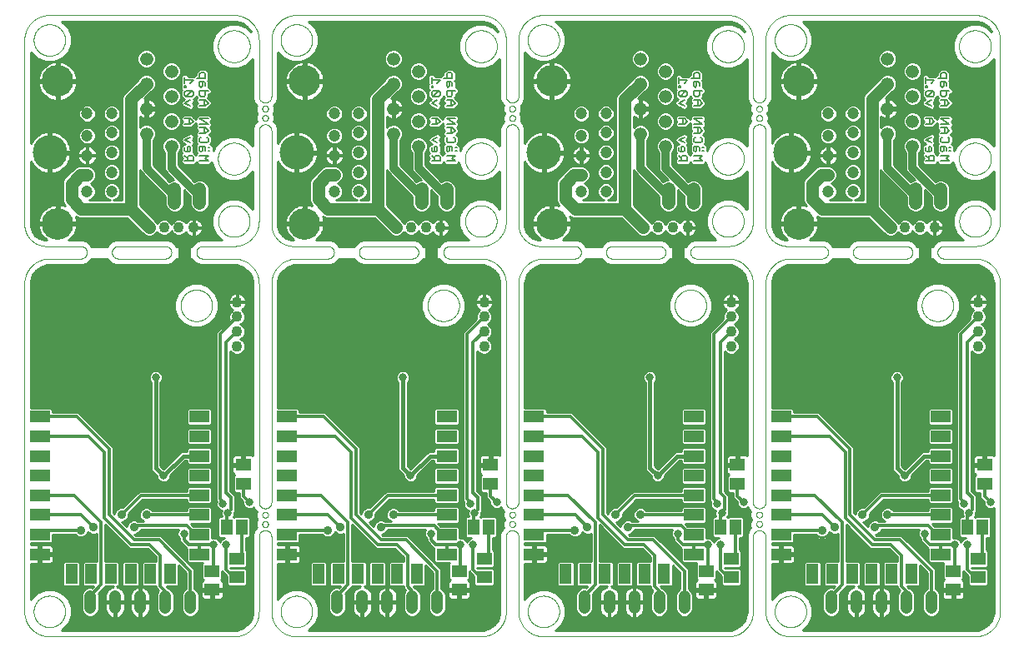
<source format=gbl>
G75*
%MOIN*%
%OFA0B0*%
%FSLAX25Y25*%
%IPPOS*%
%LPD*%
%AMOC8*
5,1,8,0,0,1.08239X$1,22.5*
%
%ADD10C,0.00000*%
%ADD11C,0.00600*%
%ADD12R,0.07874X0.04724*%
%ADD13R,0.04724X0.07874*%
%ADD14R,0.05906X0.05118*%
%ADD15R,0.04600X0.06300*%
%ADD16C,0.04331*%
%ADD17C,0.05250*%
%ADD18C,0.04724*%
%ADD19C,0.13843*%
%ADD20C,0.12661*%
%ADD21C,0.05400*%
%ADD22C,0.04800*%
%ADD23C,0.03169*%
%ADD24C,0.05000*%
%ADD25C,0.01000*%
%ADD26C,0.01200*%
%ADD27C,0.01600*%
%ADD28C,0.03562*%
%ADD29C,0.03200*%
D10*
X0046345Y0032550D02*
X0046345Y0163800D01*
X0046348Y0164042D01*
X0046357Y0164283D01*
X0046371Y0164524D01*
X0046392Y0164765D01*
X0046418Y0165005D01*
X0046450Y0165245D01*
X0046488Y0165484D01*
X0046531Y0165721D01*
X0046581Y0165958D01*
X0046636Y0166193D01*
X0046696Y0166427D01*
X0046763Y0166659D01*
X0046834Y0166890D01*
X0046912Y0167119D01*
X0046995Y0167346D01*
X0047083Y0167571D01*
X0047177Y0167794D01*
X0047276Y0168014D01*
X0047381Y0168232D01*
X0047490Y0168447D01*
X0047605Y0168660D01*
X0047725Y0168870D01*
X0047850Y0169076D01*
X0047980Y0169280D01*
X0048115Y0169481D01*
X0048255Y0169678D01*
X0048399Y0169872D01*
X0048548Y0170062D01*
X0048702Y0170248D01*
X0048860Y0170431D01*
X0049022Y0170610D01*
X0049189Y0170785D01*
X0049360Y0170956D01*
X0049535Y0171123D01*
X0049714Y0171285D01*
X0049897Y0171443D01*
X0050083Y0171597D01*
X0050273Y0171746D01*
X0050467Y0171890D01*
X0050664Y0172030D01*
X0050865Y0172165D01*
X0051069Y0172295D01*
X0051275Y0172420D01*
X0051485Y0172540D01*
X0051698Y0172655D01*
X0051913Y0172764D01*
X0052131Y0172869D01*
X0052351Y0172968D01*
X0052574Y0173062D01*
X0052799Y0173150D01*
X0053026Y0173233D01*
X0053255Y0173311D01*
X0053486Y0173382D01*
X0053718Y0173449D01*
X0053952Y0173509D01*
X0054187Y0173564D01*
X0054424Y0173614D01*
X0054661Y0173657D01*
X0054900Y0173695D01*
X0055140Y0173727D01*
X0055380Y0173753D01*
X0055621Y0173774D01*
X0055862Y0173788D01*
X0056103Y0173797D01*
X0056345Y0173800D01*
X0068845Y0173800D01*
X0071345Y0176300D02*
X0071343Y0176398D01*
X0071337Y0176496D01*
X0071328Y0176594D01*
X0071314Y0176691D01*
X0071297Y0176788D01*
X0071276Y0176884D01*
X0071251Y0176979D01*
X0071223Y0177073D01*
X0071190Y0177165D01*
X0071155Y0177257D01*
X0071115Y0177347D01*
X0071073Y0177435D01*
X0071026Y0177522D01*
X0070977Y0177606D01*
X0070924Y0177689D01*
X0070868Y0177769D01*
X0070808Y0177848D01*
X0070746Y0177924D01*
X0070681Y0177997D01*
X0070613Y0178068D01*
X0070542Y0178136D01*
X0070469Y0178201D01*
X0070393Y0178263D01*
X0070314Y0178323D01*
X0070234Y0178379D01*
X0070151Y0178432D01*
X0070067Y0178481D01*
X0069980Y0178528D01*
X0069892Y0178570D01*
X0069802Y0178610D01*
X0069710Y0178645D01*
X0069618Y0178678D01*
X0069524Y0178706D01*
X0069429Y0178731D01*
X0069333Y0178752D01*
X0069236Y0178769D01*
X0069139Y0178783D01*
X0069041Y0178792D01*
X0068943Y0178798D01*
X0068845Y0178800D01*
X0055095Y0178800D01*
X0054884Y0178803D01*
X0054672Y0178810D01*
X0054461Y0178823D01*
X0054251Y0178841D01*
X0054040Y0178864D01*
X0053831Y0178892D01*
X0053622Y0178925D01*
X0053414Y0178963D01*
X0053207Y0179006D01*
X0053001Y0179054D01*
X0052796Y0179107D01*
X0052593Y0179165D01*
X0052391Y0179228D01*
X0052191Y0179296D01*
X0051992Y0179369D01*
X0051795Y0179446D01*
X0051601Y0179528D01*
X0051408Y0179615D01*
X0051217Y0179706D01*
X0051029Y0179802D01*
X0050843Y0179903D01*
X0050659Y0180008D01*
X0050478Y0180117D01*
X0050300Y0180231D01*
X0050124Y0180349D01*
X0049952Y0180471D01*
X0049782Y0180597D01*
X0049616Y0180728D01*
X0049453Y0180862D01*
X0049293Y0181001D01*
X0049136Y0181143D01*
X0048983Y0181289D01*
X0048834Y0181438D01*
X0048688Y0181591D01*
X0048546Y0181748D01*
X0048407Y0181908D01*
X0048273Y0182071D01*
X0048142Y0182237D01*
X0048016Y0182407D01*
X0047894Y0182579D01*
X0047776Y0182755D01*
X0047662Y0182933D01*
X0047553Y0183114D01*
X0047448Y0183298D01*
X0047347Y0183484D01*
X0047251Y0183672D01*
X0047160Y0183863D01*
X0047073Y0184056D01*
X0046991Y0184250D01*
X0046914Y0184447D01*
X0046841Y0184646D01*
X0046773Y0184846D01*
X0046710Y0185048D01*
X0046652Y0185251D01*
X0046599Y0185456D01*
X0046551Y0185662D01*
X0046508Y0185869D01*
X0046470Y0186077D01*
X0046437Y0186286D01*
X0046409Y0186495D01*
X0046386Y0186706D01*
X0046368Y0186916D01*
X0046355Y0187127D01*
X0046348Y0187339D01*
X0046345Y0187550D01*
X0046345Y0261300D01*
X0046348Y0261542D01*
X0046357Y0261783D01*
X0046371Y0262024D01*
X0046392Y0262265D01*
X0046418Y0262505D01*
X0046450Y0262745D01*
X0046488Y0262984D01*
X0046531Y0263221D01*
X0046581Y0263458D01*
X0046636Y0263693D01*
X0046696Y0263927D01*
X0046763Y0264159D01*
X0046834Y0264390D01*
X0046912Y0264619D01*
X0046995Y0264846D01*
X0047083Y0265071D01*
X0047177Y0265294D01*
X0047276Y0265514D01*
X0047381Y0265732D01*
X0047490Y0265947D01*
X0047605Y0266160D01*
X0047725Y0266370D01*
X0047850Y0266576D01*
X0047980Y0266780D01*
X0048115Y0266981D01*
X0048255Y0267178D01*
X0048399Y0267372D01*
X0048548Y0267562D01*
X0048702Y0267748D01*
X0048860Y0267931D01*
X0049022Y0268110D01*
X0049189Y0268285D01*
X0049360Y0268456D01*
X0049535Y0268623D01*
X0049714Y0268785D01*
X0049897Y0268943D01*
X0050083Y0269097D01*
X0050273Y0269246D01*
X0050467Y0269390D01*
X0050664Y0269530D01*
X0050865Y0269665D01*
X0051069Y0269795D01*
X0051275Y0269920D01*
X0051485Y0270040D01*
X0051698Y0270155D01*
X0051913Y0270264D01*
X0052131Y0270369D01*
X0052351Y0270468D01*
X0052574Y0270562D01*
X0052799Y0270650D01*
X0053026Y0270733D01*
X0053255Y0270811D01*
X0053486Y0270882D01*
X0053718Y0270949D01*
X0053952Y0271009D01*
X0054187Y0271064D01*
X0054424Y0271114D01*
X0054661Y0271157D01*
X0054900Y0271195D01*
X0055140Y0271227D01*
X0055380Y0271253D01*
X0055621Y0271274D01*
X0055862Y0271288D01*
X0056103Y0271297D01*
X0056345Y0271300D01*
X0130095Y0271300D01*
X0130337Y0271297D01*
X0130578Y0271288D01*
X0130819Y0271274D01*
X0131060Y0271253D01*
X0131300Y0271227D01*
X0131540Y0271195D01*
X0131779Y0271157D01*
X0132016Y0271114D01*
X0132253Y0271064D01*
X0132488Y0271009D01*
X0132722Y0270949D01*
X0132954Y0270882D01*
X0133185Y0270811D01*
X0133414Y0270733D01*
X0133641Y0270650D01*
X0133866Y0270562D01*
X0134089Y0270468D01*
X0134309Y0270369D01*
X0134527Y0270264D01*
X0134742Y0270155D01*
X0134955Y0270040D01*
X0135165Y0269920D01*
X0135371Y0269795D01*
X0135575Y0269665D01*
X0135776Y0269530D01*
X0135973Y0269390D01*
X0136167Y0269246D01*
X0136357Y0269097D01*
X0136543Y0268943D01*
X0136726Y0268785D01*
X0136905Y0268623D01*
X0137080Y0268456D01*
X0137251Y0268285D01*
X0137418Y0268110D01*
X0137580Y0267931D01*
X0137738Y0267748D01*
X0137892Y0267562D01*
X0138041Y0267372D01*
X0138185Y0267178D01*
X0138325Y0266981D01*
X0138460Y0266780D01*
X0138590Y0266576D01*
X0138715Y0266370D01*
X0138835Y0266160D01*
X0138950Y0265947D01*
X0139059Y0265732D01*
X0139164Y0265514D01*
X0139263Y0265294D01*
X0139357Y0265071D01*
X0139445Y0264846D01*
X0139528Y0264619D01*
X0139606Y0264390D01*
X0139677Y0264159D01*
X0139744Y0263927D01*
X0139804Y0263693D01*
X0139859Y0263458D01*
X0139909Y0263221D01*
X0139952Y0262984D01*
X0139990Y0262745D01*
X0140022Y0262505D01*
X0140048Y0262265D01*
X0140069Y0262024D01*
X0140083Y0261783D01*
X0140092Y0261542D01*
X0140095Y0261300D01*
X0140095Y0238800D01*
X0142595Y0236300D02*
X0142693Y0236302D01*
X0142791Y0236308D01*
X0142889Y0236317D01*
X0142986Y0236331D01*
X0143083Y0236348D01*
X0143179Y0236369D01*
X0143274Y0236394D01*
X0143368Y0236422D01*
X0143460Y0236455D01*
X0143552Y0236490D01*
X0143642Y0236530D01*
X0143730Y0236572D01*
X0143817Y0236619D01*
X0143901Y0236668D01*
X0143984Y0236721D01*
X0144064Y0236777D01*
X0144143Y0236837D01*
X0144219Y0236899D01*
X0144292Y0236964D01*
X0144363Y0237032D01*
X0144431Y0237103D01*
X0144496Y0237176D01*
X0144558Y0237252D01*
X0144618Y0237331D01*
X0144674Y0237411D01*
X0144727Y0237494D01*
X0144776Y0237578D01*
X0144823Y0237665D01*
X0144865Y0237753D01*
X0144905Y0237843D01*
X0144940Y0237935D01*
X0144973Y0238027D01*
X0145001Y0238121D01*
X0145026Y0238216D01*
X0145047Y0238312D01*
X0145064Y0238409D01*
X0145078Y0238506D01*
X0145087Y0238604D01*
X0145093Y0238702D01*
X0145095Y0238800D01*
X0145095Y0261300D01*
X0145098Y0261542D01*
X0145107Y0261783D01*
X0145121Y0262024D01*
X0145142Y0262265D01*
X0145168Y0262505D01*
X0145200Y0262745D01*
X0145238Y0262984D01*
X0145281Y0263221D01*
X0145331Y0263458D01*
X0145386Y0263693D01*
X0145446Y0263927D01*
X0145513Y0264159D01*
X0145584Y0264390D01*
X0145662Y0264619D01*
X0145745Y0264846D01*
X0145833Y0265071D01*
X0145927Y0265294D01*
X0146026Y0265514D01*
X0146131Y0265732D01*
X0146240Y0265947D01*
X0146355Y0266160D01*
X0146475Y0266370D01*
X0146600Y0266576D01*
X0146730Y0266780D01*
X0146865Y0266981D01*
X0147005Y0267178D01*
X0147149Y0267372D01*
X0147298Y0267562D01*
X0147452Y0267748D01*
X0147610Y0267931D01*
X0147772Y0268110D01*
X0147939Y0268285D01*
X0148110Y0268456D01*
X0148285Y0268623D01*
X0148464Y0268785D01*
X0148647Y0268943D01*
X0148833Y0269097D01*
X0149023Y0269246D01*
X0149217Y0269390D01*
X0149414Y0269530D01*
X0149615Y0269665D01*
X0149819Y0269795D01*
X0150025Y0269920D01*
X0150235Y0270040D01*
X0150448Y0270155D01*
X0150663Y0270264D01*
X0150881Y0270369D01*
X0151101Y0270468D01*
X0151324Y0270562D01*
X0151549Y0270650D01*
X0151776Y0270733D01*
X0152005Y0270811D01*
X0152236Y0270882D01*
X0152468Y0270949D01*
X0152702Y0271009D01*
X0152937Y0271064D01*
X0153174Y0271114D01*
X0153411Y0271157D01*
X0153650Y0271195D01*
X0153890Y0271227D01*
X0154130Y0271253D01*
X0154371Y0271274D01*
X0154612Y0271288D01*
X0154853Y0271297D01*
X0155095Y0271300D01*
X0228845Y0271300D01*
X0229087Y0271297D01*
X0229328Y0271288D01*
X0229569Y0271274D01*
X0229810Y0271253D01*
X0230050Y0271227D01*
X0230290Y0271195D01*
X0230529Y0271157D01*
X0230766Y0271114D01*
X0231003Y0271064D01*
X0231238Y0271009D01*
X0231472Y0270949D01*
X0231704Y0270882D01*
X0231935Y0270811D01*
X0232164Y0270733D01*
X0232391Y0270650D01*
X0232616Y0270562D01*
X0232839Y0270468D01*
X0233059Y0270369D01*
X0233277Y0270264D01*
X0233492Y0270155D01*
X0233705Y0270040D01*
X0233915Y0269920D01*
X0234121Y0269795D01*
X0234325Y0269665D01*
X0234526Y0269530D01*
X0234723Y0269390D01*
X0234917Y0269246D01*
X0235107Y0269097D01*
X0235293Y0268943D01*
X0235476Y0268785D01*
X0235655Y0268623D01*
X0235830Y0268456D01*
X0236001Y0268285D01*
X0236168Y0268110D01*
X0236330Y0267931D01*
X0236488Y0267748D01*
X0236642Y0267562D01*
X0236791Y0267372D01*
X0236935Y0267178D01*
X0237075Y0266981D01*
X0237210Y0266780D01*
X0237340Y0266576D01*
X0237465Y0266370D01*
X0237585Y0266160D01*
X0237700Y0265947D01*
X0237809Y0265732D01*
X0237914Y0265514D01*
X0238013Y0265294D01*
X0238107Y0265071D01*
X0238195Y0264846D01*
X0238278Y0264619D01*
X0238356Y0264390D01*
X0238427Y0264159D01*
X0238494Y0263927D01*
X0238554Y0263693D01*
X0238609Y0263458D01*
X0238659Y0263221D01*
X0238702Y0262984D01*
X0238740Y0262745D01*
X0238772Y0262505D01*
X0238798Y0262265D01*
X0238819Y0262024D01*
X0238833Y0261783D01*
X0238842Y0261542D01*
X0238845Y0261300D01*
X0238845Y0238800D01*
X0241345Y0236300D02*
X0241443Y0236302D01*
X0241541Y0236308D01*
X0241639Y0236317D01*
X0241736Y0236331D01*
X0241833Y0236348D01*
X0241929Y0236369D01*
X0242024Y0236394D01*
X0242118Y0236422D01*
X0242210Y0236455D01*
X0242302Y0236490D01*
X0242392Y0236530D01*
X0242480Y0236572D01*
X0242567Y0236619D01*
X0242651Y0236668D01*
X0242734Y0236721D01*
X0242814Y0236777D01*
X0242893Y0236837D01*
X0242969Y0236899D01*
X0243042Y0236964D01*
X0243113Y0237032D01*
X0243181Y0237103D01*
X0243246Y0237176D01*
X0243308Y0237252D01*
X0243368Y0237331D01*
X0243424Y0237411D01*
X0243477Y0237494D01*
X0243526Y0237578D01*
X0243573Y0237665D01*
X0243615Y0237753D01*
X0243655Y0237843D01*
X0243690Y0237935D01*
X0243723Y0238027D01*
X0243751Y0238121D01*
X0243776Y0238216D01*
X0243797Y0238312D01*
X0243814Y0238409D01*
X0243828Y0238506D01*
X0243837Y0238604D01*
X0243843Y0238702D01*
X0243845Y0238800D01*
X0243845Y0261300D01*
X0243848Y0261542D01*
X0243857Y0261783D01*
X0243871Y0262024D01*
X0243892Y0262265D01*
X0243918Y0262505D01*
X0243950Y0262745D01*
X0243988Y0262984D01*
X0244031Y0263221D01*
X0244081Y0263458D01*
X0244136Y0263693D01*
X0244196Y0263927D01*
X0244263Y0264159D01*
X0244334Y0264390D01*
X0244412Y0264619D01*
X0244495Y0264846D01*
X0244583Y0265071D01*
X0244677Y0265294D01*
X0244776Y0265514D01*
X0244881Y0265732D01*
X0244990Y0265947D01*
X0245105Y0266160D01*
X0245225Y0266370D01*
X0245350Y0266576D01*
X0245480Y0266780D01*
X0245615Y0266981D01*
X0245755Y0267178D01*
X0245899Y0267372D01*
X0246048Y0267562D01*
X0246202Y0267748D01*
X0246360Y0267931D01*
X0246522Y0268110D01*
X0246689Y0268285D01*
X0246860Y0268456D01*
X0247035Y0268623D01*
X0247214Y0268785D01*
X0247397Y0268943D01*
X0247583Y0269097D01*
X0247773Y0269246D01*
X0247967Y0269390D01*
X0248164Y0269530D01*
X0248365Y0269665D01*
X0248569Y0269795D01*
X0248775Y0269920D01*
X0248985Y0270040D01*
X0249198Y0270155D01*
X0249413Y0270264D01*
X0249631Y0270369D01*
X0249851Y0270468D01*
X0250074Y0270562D01*
X0250299Y0270650D01*
X0250526Y0270733D01*
X0250755Y0270811D01*
X0250986Y0270882D01*
X0251218Y0270949D01*
X0251452Y0271009D01*
X0251687Y0271064D01*
X0251924Y0271114D01*
X0252161Y0271157D01*
X0252400Y0271195D01*
X0252640Y0271227D01*
X0252880Y0271253D01*
X0253121Y0271274D01*
X0253362Y0271288D01*
X0253603Y0271297D01*
X0253845Y0271300D01*
X0327595Y0271300D01*
X0327837Y0271297D01*
X0328078Y0271288D01*
X0328319Y0271274D01*
X0328560Y0271253D01*
X0328800Y0271227D01*
X0329040Y0271195D01*
X0329279Y0271157D01*
X0329516Y0271114D01*
X0329753Y0271064D01*
X0329988Y0271009D01*
X0330222Y0270949D01*
X0330454Y0270882D01*
X0330685Y0270811D01*
X0330914Y0270733D01*
X0331141Y0270650D01*
X0331366Y0270562D01*
X0331589Y0270468D01*
X0331809Y0270369D01*
X0332027Y0270264D01*
X0332242Y0270155D01*
X0332455Y0270040D01*
X0332665Y0269920D01*
X0332871Y0269795D01*
X0333075Y0269665D01*
X0333276Y0269530D01*
X0333473Y0269390D01*
X0333667Y0269246D01*
X0333857Y0269097D01*
X0334043Y0268943D01*
X0334226Y0268785D01*
X0334405Y0268623D01*
X0334580Y0268456D01*
X0334751Y0268285D01*
X0334918Y0268110D01*
X0335080Y0267931D01*
X0335238Y0267748D01*
X0335392Y0267562D01*
X0335541Y0267372D01*
X0335685Y0267178D01*
X0335825Y0266981D01*
X0335960Y0266780D01*
X0336090Y0266576D01*
X0336215Y0266370D01*
X0336335Y0266160D01*
X0336450Y0265947D01*
X0336559Y0265732D01*
X0336664Y0265514D01*
X0336763Y0265294D01*
X0336857Y0265071D01*
X0336945Y0264846D01*
X0337028Y0264619D01*
X0337106Y0264390D01*
X0337177Y0264159D01*
X0337244Y0263927D01*
X0337304Y0263693D01*
X0337359Y0263458D01*
X0337409Y0263221D01*
X0337452Y0262984D01*
X0337490Y0262745D01*
X0337522Y0262505D01*
X0337548Y0262265D01*
X0337569Y0262024D01*
X0337583Y0261783D01*
X0337592Y0261542D01*
X0337595Y0261300D01*
X0337595Y0238800D01*
X0340095Y0236300D02*
X0340193Y0236302D01*
X0340291Y0236308D01*
X0340389Y0236317D01*
X0340486Y0236331D01*
X0340583Y0236348D01*
X0340679Y0236369D01*
X0340774Y0236394D01*
X0340868Y0236422D01*
X0340960Y0236455D01*
X0341052Y0236490D01*
X0341142Y0236530D01*
X0341230Y0236572D01*
X0341317Y0236619D01*
X0341401Y0236668D01*
X0341484Y0236721D01*
X0341564Y0236777D01*
X0341643Y0236837D01*
X0341719Y0236899D01*
X0341792Y0236964D01*
X0341863Y0237032D01*
X0341931Y0237103D01*
X0341996Y0237176D01*
X0342058Y0237252D01*
X0342118Y0237331D01*
X0342174Y0237411D01*
X0342227Y0237494D01*
X0342276Y0237578D01*
X0342323Y0237665D01*
X0342365Y0237753D01*
X0342405Y0237843D01*
X0342440Y0237935D01*
X0342473Y0238027D01*
X0342501Y0238121D01*
X0342526Y0238216D01*
X0342547Y0238312D01*
X0342564Y0238409D01*
X0342578Y0238506D01*
X0342587Y0238604D01*
X0342593Y0238702D01*
X0342595Y0238800D01*
X0342595Y0261300D01*
X0342598Y0261542D01*
X0342607Y0261783D01*
X0342621Y0262024D01*
X0342642Y0262265D01*
X0342668Y0262505D01*
X0342700Y0262745D01*
X0342738Y0262984D01*
X0342781Y0263221D01*
X0342831Y0263458D01*
X0342886Y0263693D01*
X0342946Y0263927D01*
X0343013Y0264159D01*
X0343084Y0264390D01*
X0343162Y0264619D01*
X0343245Y0264846D01*
X0343333Y0265071D01*
X0343427Y0265294D01*
X0343526Y0265514D01*
X0343631Y0265732D01*
X0343740Y0265947D01*
X0343855Y0266160D01*
X0343975Y0266370D01*
X0344100Y0266576D01*
X0344230Y0266780D01*
X0344365Y0266981D01*
X0344505Y0267178D01*
X0344649Y0267372D01*
X0344798Y0267562D01*
X0344952Y0267748D01*
X0345110Y0267931D01*
X0345272Y0268110D01*
X0345439Y0268285D01*
X0345610Y0268456D01*
X0345785Y0268623D01*
X0345964Y0268785D01*
X0346147Y0268943D01*
X0346333Y0269097D01*
X0346523Y0269246D01*
X0346717Y0269390D01*
X0346914Y0269530D01*
X0347115Y0269665D01*
X0347319Y0269795D01*
X0347525Y0269920D01*
X0347735Y0270040D01*
X0347948Y0270155D01*
X0348163Y0270264D01*
X0348381Y0270369D01*
X0348601Y0270468D01*
X0348824Y0270562D01*
X0349049Y0270650D01*
X0349276Y0270733D01*
X0349505Y0270811D01*
X0349736Y0270882D01*
X0349968Y0270949D01*
X0350202Y0271009D01*
X0350437Y0271064D01*
X0350674Y0271114D01*
X0350911Y0271157D01*
X0351150Y0271195D01*
X0351390Y0271227D01*
X0351630Y0271253D01*
X0351871Y0271274D01*
X0352112Y0271288D01*
X0352353Y0271297D01*
X0352595Y0271300D01*
X0426345Y0271300D01*
X0426587Y0271297D01*
X0426828Y0271288D01*
X0427069Y0271274D01*
X0427310Y0271253D01*
X0427550Y0271227D01*
X0427790Y0271195D01*
X0428029Y0271157D01*
X0428266Y0271114D01*
X0428503Y0271064D01*
X0428738Y0271009D01*
X0428972Y0270949D01*
X0429204Y0270882D01*
X0429435Y0270811D01*
X0429664Y0270733D01*
X0429891Y0270650D01*
X0430116Y0270562D01*
X0430339Y0270468D01*
X0430559Y0270369D01*
X0430777Y0270264D01*
X0430992Y0270155D01*
X0431205Y0270040D01*
X0431415Y0269920D01*
X0431621Y0269795D01*
X0431825Y0269665D01*
X0432026Y0269530D01*
X0432223Y0269390D01*
X0432417Y0269246D01*
X0432607Y0269097D01*
X0432793Y0268943D01*
X0432976Y0268785D01*
X0433155Y0268623D01*
X0433330Y0268456D01*
X0433501Y0268285D01*
X0433668Y0268110D01*
X0433830Y0267931D01*
X0433988Y0267748D01*
X0434142Y0267562D01*
X0434291Y0267372D01*
X0434435Y0267178D01*
X0434575Y0266981D01*
X0434710Y0266780D01*
X0434840Y0266576D01*
X0434965Y0266370D01*
X0435085Y0266160D01*
X0435200Y0265947D01*
X0435309Y0265732D01*
X0435414Y0265514D01*
X0435513Y0265294D01*
X0435607Y0265071D01*
X0435695Y0264846D01*
X0435778Y0264619D01*
X0435856Y0264390D01*
X0435927Y0264159D01*
X0435994Y0263927D01*
X0436054Y0263693D01*
X0436109Y0263458D01*
X0436159Y0263221D01*
X0436202Y0262984D01*
X0436240Y0262745D01*
X0436272Y0262505D01*
X0436298Y0262265D01*
X0436319Y0262024D01*
X0436333Y0261783D01*
X0436342Y0261542D01*
X0436345Y0261300D01*
X0436345Y0188800D01*
X0436342Y0188558D01*
X0436333Y0188317D01*
X0436319Y0188076D01*
X0436298Y0187835D01*
X0436272Y0187595D01*
X0436240Y0187355D01*
X0436202Y0187116D01*
X0436159Y0186879D01*
X0436109Y0186642D01*
X0436054Y0186407D01*
X0435994Y0186173D01*
X0435927Y0185941D01*
X0435856Y0185710D01*
X0435778Y0185481D01*
X0435695Y0185254D01*
X0435607Y0185029D01*
X0435513Y0184806D01*
X0435414Y0184586D01*
X0435309Y0184368D01*
X0435200Y0184153D01*
X0435085Y0183940D01*
X0434965Y0183730D01*
X0434840Y0183524D01*
X0434710Y0183320D01*
X0434575Y0183119D01*
X0434435Y0182922D01*
X0434291Y0182728D01*
X0434142Y0182538D01*
X0433988Y0182352D01*
X0433830Y0182169D01*
X0433668Y0181990D01*
X0433501Y0181815D01*
X0433330Y0181644D01*
X0433155Y0181477D01*
X0432976Y0181315D01*
X0432793Y0181157D01*
X0432607Y0181003D01*
X0432417Y0180854D01*
X0432223Y0180710D01*
X0432026Y0180570D01*
X0431825Y0180435D01*
X0431621Y0180305D01*
X0431415Y0180180D01*
X0431205Y0180060D01*
X0430992Y0179945D01*
X0430777Y0179836D01*
X0430559Y0179731D01*
X0430339Y0179632D01*
X0430116Y0179538D01*
X0429891Y0179450D01*
X0429664Y0179367D01*
X0429435Y0179289D01*
X0429204Y0179218D01*
X0428972Y0179151D01*
X0428738Y0179091D01*
X0428503Y0179036D01*
X0428266Y0178986D01*
X0428029Y0178943D01*
X0427790Y0178905D01*
X0427550Y0178873D01*
X0427310Y0178847D01*
X0427069Y0178826D01*
X0426828Y0178812D01*
X0426587Y0178803D01*
X0426345Y0178800D01*
X0413845Y0178800D01*
X0413747Y0178798D01*
X0413649Y0178792D01*
X0413551Y0178783D01*
X0413454Y0178769D01*
X0413357Y0178752D01*
X0413261Y0178731D01*
X0413166Y0178706D01*
X0413072Y0178678D01*
X0412980Y0178645D01*
X0412888Y0178610D01*
X0412798Y0178570D01*
X0412710Y0178528D01*
X0412623Y0178481D01*
X0412539Y0178432D01*
X0412456Y0178379D01*
X0412376Y0178323D01*
X0412297Y0178263D01*
X0412221Y0178201D01*
X0412148Y0178136D01*
X0412077Y0178068D01*
X0412009Y0177997D01*
X0411944Y0177924D01*
X0411882Y0177848D01*
X0411822Y0177769D01*
X0411766Y0177689D01*
X0411713Y0177606D01*
X0411664Y0177522D01*
X0411617Y0177435D01*
X0411575Y0177347D01*
X0411535Y0177257D01*
X0411500Y0177165D01*
X0411467Y0177073D01*
X0411439Y0176979D01*
X0411414Y0176884D01*
X0411393Y0176788D01*
X0411376Y0176691D01*
X0411362Y0176594D01*
X0411353Y0176496D01*
X0411347Y0176398D01*
X0411345Y0176300D01*
X0411347Y0176202D01*
X0411353Y0176104D01*
X0411362Y0176006D01*
X0411376Y0175909D01*
X0411393Y0175812D01*
X0411414Y0175716D01*
X0411439Y0175621D01*
X0411467Y0175527D01*
X0411500Y0175435D01*
X0411535Y0175343D01*
X0411575Y0175253D01*
X0411617Y0175165D01*
X0411664Y0175078D01*
X0411713Y0174994D01*
X0411766Y0174911D01*
X0411822Y0174831D01*
X0411882Y0174752D01*
X0411944Y0174676D01*
X0412009Y0174603D01*
X0412077Y0174532D01*
X0412148Y0174464D01*
X0412221Y0174399D01*
X0412297Y0174337D01*
X0412376Y0174277D01*
X0412456Y0174221D01*
X0412539Y0174168D01*
X0412623Y0174119D01*
X0412710Y0174072D01*
X0412798Y0174030D01*
X0412888Y0173990D01*
X0412980Y0173955D01*
X0413072Y0173922D01*
X0413166Y0173894D01*
X0413261Y0173869D01*
X0413357Y0173848D01*
X0413454Y0173831D01*
X0413551Y0173817D01*
X0413649Y0173808D01*
X0413747Y0173802D01*
X0413845Y0173800D01*
X0426345Y0173800D01*
X0426587Y0173797D01*
X0426828Y0173788D01*
X0427069Y0173774D01*
X0427310Y0173753D01*
X0427550Y0173727D01*
X0427790Y0173695D01*
X0428029Y0173657D01*
X0428266Y0173614D01*
X0428503Y0173564D01*
X0428738Y0173509D01*
X0428972Y0173449D01*
X0429204Y0173382D01*
X0429435Y0173311D01*
X0429664Y0173233D01*
X0429891Y0173150D01*
X0430116Y0173062D01*
X0430339Y0172968D01*
X0430559Y0172869D01*
X0430777Y0172764D01*
X0430992Y0172655D01*
X0431205Y0172540D01*
X0431415Y0172420D01*
X0431621Y0172295D01*
X0431825Y0172165D01*
X0432026Y0172030D01*
X0432223Y0171890D01*
X0432417Y0171746D01*
X0432607Y0171597D01*
X0432793Y0171443D01*
X0432976Y0171285D01*
X0433155Y0171123D01*
X0433330Y0170956D01*
X0433501Y0170785D01*
X0433668Y0170610D01*
X0433830Y0170431D01*
X0433988Y0170248D01*
X0434142Y0170062D01*
X0434291Y0169872D01*
X0434435Y0169678D01*
X0434575Y0169481D01*
X0434710Y0169280D01*
X0434840Y0169076D01*
X0434965Y0168870D01*
X0435085Y0168660D01*
X0435200Y0168447D01*
X0435309Y0168232D01*
X0435414Y0168014D01*
X0435513Y0167794D01*
X0435607Y0167571D01*
X0435695Y0167346D01*
X0435778Y0167119D01*
X0435856Y0166890D01*
X0435927Y0166659D01*
X0435994Y0166427D01*
X0436054Y0166193D01*
X0436109Y0165958D01*
X0436159Y0165721D01*
X0436202Y0165484D01*
X0436240Y0165245D01*
X0436272Y0165005D01*
X0436298Y0164765D01*
X0436319Y0164524D01*
X0436333Y0164283D01*
X0436342Y0164042D01*
X0436345Y0163800D01*
X0436345Y0032550D01*
X0436342Y0032308D01*
X0436333Y0032067D01*
X0436319Y0031826D01*
X0436298Y0031585D01*
X0436272Y0031345D01*
X0436240Y0031105D01*
X0436202Y0030866D01*
X0436159Y0030629D01*
X0436109Y0030392D01*
X0436054Y0030157D01*
X0435994Y0029923D01*
X0435927Y0029691D01*
X0435856Y0029460D01*
X0435778Y0029231D01*
X0435695Y0029004D01*
X0435607Y0028779D01*
X0435513Y0028556D01*
X0435414Y0028336D01*
X0435309Y0028118D01*
X0435200Y0027903D01*
X0435085Y0027690D01*
X0434965Y0027480D01*
X0434840Y0027274D01*
X0434710Y0027070D01*
X0434575Y0026869D01*
X0434435Y0026672D01*
X0434291Y0026478D01*
X0434142Y0026288D01*
X0433988Y0026102D01*
X0433830Y0025919D01*
X0433668Y0025740D01*
X0433501Y0025565D01*
X0433330Y0025394D01*
X0433155Y0025227D01*
X0432976Y0025065D01*
X0432793Y0024907D01*
X0432607Y0024753D01*
X0432417Y0024604D01*
X0432223Y0024460D01*
X0432026Y0024320D01*
X0431825Y0024185D01*
X0431621Y0024055D01*
X0431415Y0023930D01*
X0431205Y0023810D01*
X0430992Y0023695D01*
X0430777Y0023586D01*
X0430559Y0023481D01*
X0430339Y0023382D01*
X0430116Y0023288D01*
X0429891Y0023200D01*
X0429664Y0023117D01*
X0429435Y0023039D01*
X0429204Y0022968D01*
X0428972Y0022901D01*
X0428738Y0022841D01*
X0428503Y0022786D01*
X0428266Y0022736D01*
X0428029Y0022693D01*
X0427790Y0022655D01*
X0427550Y0022623D01*
X0427310Y0022597D01*
X0427069Y0022576D01*
X0426828Y0022562D01*
X0426587Y0022553D01*
X0426345Y0022550D01*
X0352595Y0022550D01*
X0352353Y0022553D01*
X0352112Y0022562D01*
X0351871Y0022576D01*
X0351630Y0022597D01*
X0351390Y0022623D01*
X0351150Y0022655D01*
X0350911Y0022693D01*
X0350674Y0022736D01*
X0350437Y0022786D01*
X0350202Y0022841D01*
X0349968Y0022901D01*
X0349736Y0022968D01*
X0349505Y0023039D01*
X0349276Y0023117D01*
X0349049Y0023200D01*
X0348824Y0023288D01*
X0348601Y0023382D01*
X0348381Y0023481D01*
X0348163Y0023586D01*
X0347948Y0023695D01*
X0347735Y0023810D01*
X0347525Y0023930D01*
X0347319Y0024055D01*
X0347115Y0024185D01*
X0346914Y0024320D01*
X0346717Y0024460D01*
X0346523Y0024604D01*
X0346333Y0024753D01*
X0346147Y0024907D01*
X0345964Y0025065D01*
X0345785Y0025227D01*
X0345610Y0025394D01*
X0345439Y0025565D01*
X0345272Y0025740D01*
X0345110Y0025919D01*
X0344952Y0026102D01*
X0344798Y0026288D01*
X0344649Y0026478D01*
X0344505Y0026672D01*
X0344365Y0026869D01*
X0344230Y0027070D01*
X0344100Y0027274D01*
X0343975Y0027480D01*
X0343855Y0027690D01*
X0343740Y0027903D01*
X0343631Y0028118D01*
X0343526Y0028336D01*
X0343427Y0028556D01*
X0343333Y0028779D01*
X0343245Y0029004D01*
X0343162Y0029231D01*
X0343084Y0029460D01*
X0343013Y0029691D01*
X0342946Y0029923D01*
X0342886Y0030157D01*
X0342831Y0030392D01*
X0342781Y0030629D01*
X0342738Y0030866D01*
X0342700Y0031105D01*
X0342668Y0031345D01*
X0342642Y0031585D01*
X0342621Y0031826D01*
X0342607Y0032067D01*
X0342598Y0032308D01*
X0342595Y0032550D01*
X0342595Y0062550D01*
X0342593Y0062648D01*
X0342587Y0062746D01*
X0342578Y0062844D01*
X0342564Y0062941D01*
X0342547Y0063038D01*
X0342526Y0063134D01*
X0342501Y0063229D01*
X0342473Y0063323D01*
X0342440Y0063415D01*
X0342405Y0063507D01*
X0342365Y0063597D01*
X0342323Y0063685D01*
X0342276Y0063772D01*
X0342227Y0063856D01*
X0342174Y0063939D01*
X0342118Y0064019D01*
X0342058Y0064098D01*
X0341996Y0064174D01*
X0341931Y0064247D01*
X0341863Y0064318D01*
X0341792Y0064386D01*
X0341719Y0064451D01*
X0341643Y0064513D01*
X0341564Y0064573D01*
X0341484Y0064629D01*
X0341401Y0064682D01*
X0341317Y0064731D01*
X0341230Y0064778D01*
X0341142Y0064820D01*
X0341052Y0064860D01*
X0340960Y0064895D01*
X0340868Y0064928D01*
X0340774Y0064956D01*
X0340679Y0064981D01*
X0340583Y0065002D01*
X0340486Y0065019D01*
X0340389Y0065033D01*
X0340291Y0065042D01*
X0340193Y0065048D01*
X0340095Y0065050D01*
X0339997Y0065048D01*
X0339899Y0065042D01*
X0339801Y0065033D01*
X0339704Y0065019D01*
X0339607Y0065002D01*
X0339511Y0064981D01*
X0339416Y0064956D01*
X0339322Y0064928D01*
X0339230Y0064895D01*
X0339138Y0064860D01*
X0339048Y0064820D01*
X0338960Y0064778D01*
X0338873Y0064731D01*
X0338789Y0064682D01*
X0338706Y0064629D01*
X0338626Y0064573D01*
X0338547Y0064513D01*
X0338471Y0064451D01*
X0338398Y0064386D01*
X0338327Y0064318D01*
X0338259Y0064247D01*
X0338194Y0064174D01*
X0338132Y0064098D01*
X0338072Y0064019D01*
X0338016Y0063939D01*
X0337963Y0063856D01*
X0337914Y0063772D01*
X0337867Y0063685D01*
X0337825Y0063597D01*
X0337785Y0063507D01*
X0337750Y0063415D01*
X0337717Y0063323D01*
X0337689Y0063229D01*
X0337664Y0063134D01*
X0337643Y0063038D01*
X0337626Y0062941D01*
X0337612Y0062844D01*
X0337603Y0062746D01*
X0337597Y0062648D01*
X0337595Y0062550D01*
X0337595Y0032550D01*
X0337592Y0032308D01*
X0337583Y0032067D01*
X0337569Y0031826D01*
X0337548Y0031585D01*
X0337522Y0031345D01*
X0337490Y0031105D01*
X0337452Y0030866D01*
X0337409Y0030629D01*
X0337359Y0030392D01*
X0337304Y0030157D01*
X0337244Y0029923D01*
X0337177Y0029691D01*
X0337106Y0029460D01*
X0337028Y0029231D01*
X0336945Y0029004D01*
X0336857Y0028779D01*
X0336763Y0028556D01*
X0336664Y0028336D01*
X0336559Y0028118D01*
X0336450Y0027903D01*
X0336335Y0027690D01*
X0336215Y0027480D01*
X0336090Y0027274D01*
X0335960Y0027070D01*
X0335825Y0026869D01*
X0335685Y0026672D01*
X0335541Y0026478D01*
X0335392Y0026288D01*
X0335238Y0026102D01*
X0335080Y0025919D01*
X0334918Y0025740D01*
X0334751Y0025565D01*
X0334580Y0025394D01*
X0334405Y0025227D01*
X0334226Y0025065D01*
X0334043Y0024907D01*
X0333857Y0024753D01*
X0333667Y0024604D01*
X0333473Y0024460D01*
X0333276Y0024320D01*
X0333075Y0024185D01*
X0332871Y0024055D01*
X0332665Y0023930D01*
X0332455Y0023810D01*
X0332242Y0023695D01*
X0332027Y0023586D01*
X0331809Y0023481D01*
X0331589Y0023382D01*
X0331366Y0023288D01*
X0331141Y0023200D01*
X0330914Y0023117D01*
X0330685Y0023039D01*
X0330454Y0022968D01*
X0330222Y0022901D01*
X0329988Y0022841D01*
X0329753Y0022786D01*
X0329516Y0022736D01*
X0329279Y0022693D01*
X0329040Y0022655D01*
X0328800Y0022623D01*
X0328560Y0022597D01*
X0328319Y0022576D01*
X0328078Y0022562D01*
X0327837Y0022553D01*
X0327595Y0022550D01*
X0253845Y0022550D01*
X0253603Y0022553D01*
X0253362Y0022562D01*
X0253121Y0022576D01*
X0252880Y0022597D01*
X0252640Y0022623D01*
X0252400Y0022655D01*
X0252161Y0022693D01*
X0251924Y0022736D01*
X0251687Y0022786D01*
X0251452Y0022841D01*
X0251218Y0022901D01*
X0250986Y0022968D01*
X0250755Y0023039D01*
X0250526Y0023117D01*
X0250299Y0023200D01*
X0250074Y0023288D01*
X0249851Y0023382D01*
X0249631Y0023481D01*
X0249413Y0023586D01*
X0249198Y0023695D01*
X0248985Y0023810D01*
X0248775Y0023930D01*
X0248569Y0024055D01*
X0248365Y0024185D01*
X0248164Y0024320D01*
X0247967Y0024460D01*
X0247773Y0024604D01*
X0247583Y0024753D01*
X0247397Y0024907D01*
X0247214Y0025065D01*
X0247035Y0025227D01*
X0246860Y0025394D01*
X0246689Y0025565D01*
X0246522Y0025740D01*
X0246360Y0025919D01*
X0246202Y0026102D01*
X0246048Y0026288D01*
X0245899Y0026478D01*
X0245755Y0026672D01*
X0245615Y0026869D01*
X0245480Y0027070D01*
X0245350Y0027274D01*
X0245225Y0027480D01*
X0245105Y0027690D01*
X0244990Y0027903D01*
X0244881Y0028118D01*
X0244776Y0028336D01*
X0244677Y0028556D01*
X0244583Y0028779D01*
X0244495Y0029004D01*
X0244412Y0029231D01*
X0244334Y0029460D01*
X0244263Y0029691D01*
X0244196Y0029923D01*
X0244136Y0030157D01*
X0244081Y0030392D01*
X0244031Y0030629D01*
X0243988Y0030866D01*
X0243950Y0031105D01*
X0243918Y0031345D01*
X0243892Y0031585D01*
X0243871Y0031826D01*
X0243857Y0032067D01*
X0243848Y0032308D01*
X0243845Y0032550D01*
X0243845Y0062550D01*
X0243843Y0062648D01*
X0243837Y0062746D01*
X0243828Y0062844D01*
X0243814Y0062941D01*
X0243797Y0063038D01*
X0243776Y0063134D01*
X0243751Y0063229D01*
X0243723Y0063323D01*
X0243690Y0063415D01*
X0243655Y0063507D01*
X0243615Y0063597D01*
X0243573Y0063685D01*
X0243526Y0063772D01*
X0243477Y0063856D01*
X0243424Y0063939D01*
X0243368Y0064019D01*
X0243308Y0064098D01*
X0243246Y0064174D01*
X0243181Y0064247D01*
X0243113Y0064318D01*
X0243042Y0064386D01*
X0242969Y0064451D01*
X0242893Y0064513D01*
X0242814Y0064573D01*
X0242734Y0064629D01*
X0242651Y0064682D01*
X0242567Y0064731D01*
X0242480Y0064778D01*
X0242392Y0064820D01*
X0242302Y0064860D01*
X0242210Y0064895D01*
X0242118Y0064928D01*
X0242024Y0064956D01*
X0241929Y0064981D01*
X0241833Y0065002D01*
X0241736Y0065019D01*
X0241639Y0065033D01*
X0241541Y0065042D01*
X0241443Y0065048D01*
X0241345Y0065050D01*
X0241247Y0065048D01*
X0241149Y0065042D01*
X0241051Y0065033D01*
X0240954Y0065019D01*
X0240857Y0065002D01*
X0240761Y0064981D01*
X0240666Y0064956D01*
X0240572Y0064928D01*
X0240480Y0064895D01*
X0240388Y0064860D01*
X0240298Y0064820D01*
X0240210Y0064778D01*
X0240123Y0064731D01*
X0240039Y0064682D01*
X0239956Y0064629D01*
X0239876Y0064573D01*
X0239797Y0064513D01*
X0239721Y0064451D01*
X0239648Y0064386D01*
X0239577Y0064318D01*
X0239509Y0064247D01*
X0239444Y0064174D01*
X0239382Y0064098D01*
X0239322Y0064019D01*
X0239266Y0063939D01*
X0239213Y0063856D01*
X0239164Y0063772D01*
X0239117Y0063685D01*
X0239075Y0063597D01*
X0239035Y0063507D01*
X0239000Y0063415D01*
X0238967Y0063323D01*
X0238939Y0063229D01*
X0238914Y0063134D01*
X0238893Y0063038D01*
X0238876Y0062941D01*
X0238862Y0062844D01*
X0238853Y0062746D01*
X0238847Y0062648D01*
X0238845Y0062550D01*
X0238845Y0032550D01*
X0238842Y0032308D01*
X0238833Y0032067D01*
X0238819Y0031826D01*
X0238798Y0031585D01*
X0238772Y0031345D01*
X0238740Y0031105D01*
X0238702Y0030866D01*
X0238659Y0030629D01*
X0238609Y0030392D01*
X0238554Y0030157D01*
X0238494Y0029923D01*
X0238427Y0029691D01*
X0238356Y0029460D01*
X0238278Y0029231D01*
X0238195Y0029004D01*
X0238107Y0028779D01*
X0238013Y0028556D01*
X0237914Y0028336D01*
X0237809Y0028118D01*
X0237700Y0027903D01*
X0237585Y0027690D01*
X0237465Y0027480D01*
X0237340Y0027274D01*
X0237210Y0027070D01*
X0237075Y0026869D01*
X0236935Y0026672D01*
X0236791Y0026478D01*
X0236642Y0026288D01*
X0236488Y0026102D01*
X0236330Y0025919D01*
X0236168Y0025740D01*
X0236001Y0025565D01*
X0235830Y0025394D01*
X0235655Y0025227D01*
X0235476Y0025065D01*
X0235293Y0024907D01*
X0235107Y0024753D01*
X0234917Y0024604D01*
X0234723Y0024460D01*
X0234526Y0024320D01*
X0234325Y0024185D01*
X0234121Y0024055D01*
X0233915Y0023930D01*
X0233705Y0023810D01*
X0233492Y0023695D01*
X0233277Y0023586D01*
X0233059Y0023481D01*
X0232839Y0023382D01*
X0232616Y0023288D01*
X0232391Y0023200D01*
X0232164Y0023117D01*
X0231935Y0023039D01*
X0231704Y0022968D01*
X0231472Y0022901D01*
X0231238Y0022841D01*
X0231003Y0022786D01*
X0230766Y0022736D01*
X0230529Y0022693D01*
X0230290Y0022655D01*
X0230050Y0022623D01*
X0229810Y0022597D01*
X0229569Y0022576D01*
X0229328Y0022562D01*
X0229087Y0022553D01*
X0228845Y0022550D01*
X0155095Y0022550D01*
X0154853Y0022553D01*
X0154612Y0022562D01*
X0154371Y0022576D01*
X0154130Y0022597D01*
X0153890Y0022623D01*
X0153650Y0022655D01*
X0153411Y0022693D01*
X0153174Y0022736D01*
X0152937Y0022786D01*
X0152702Y0022841D01*
X0152468Y0022901D01*
X0152236Y0022968D01*
X0152005Y0023039D01*
X0151776Y0023117D01*
X0151549Y0023200D01*
X0151324Y0023288D01*
X0151101Y0023382D01*
X0150881Y0023481D01*
X0150663Y0023586D01*
X0150448Y0023695D01*
X0150235Y0023810D01*
X0150025Y0023930D01*
X0149819Y0024055D01*
X0149615Y0024185D01*
X0149414Y0024320D01*
X0149217Y0024460D01*
X0149023Y0024604D01*
X0148833Y0024753D01*
X0148647Y0024907D01*
X0148464Y0025065D01*
X0148285Y0025227D01*
X0148110Y0025394D01*
X0147939Y0025565D01*
X0147772Y0025740D01*
X0147610Y0025919D01*
X0147452Y0026102D01*
X0147298Y0026288D01*
X0147149Y0026478D01*
X0147005Y0026672D01*
X0146865Y0026869D01*
X0146730Y0027070D01*
X0146600Y0027274D01*
X0146475Y0027480D01*
X0146355Y0027690D01*
X0146240Y0027903D01*
X0146131Y0028118D01*
X0146026Y0028336D01*
X0145927Y0028556D01*
X0145833Y0028779D01*
X0145745Y0029004D01*
X0145662Y0029231D01*
X0145584Y0029460D01*
X0145513Y0029691D01*
X0145446Y0029923D01*
X0145386Y0030157D01*
X0145331Y0030392D01*
X0145281Y0030629D01*
X0145238Y0030866D01*
X0145200Y0031105D01*
X0145168Y0031345D01*
X0145142Y0031585D01*
X0145121Y0031826D01*
X0145107Y0032067D01*
X0145098Y0032308D01*
X0145095Y0032550D01*
X0145095Y0062550D01*
X0145093Y0062648D01*
X0145087Y0062746D01*
X0145078Y0062844D01*
X0145064Y0062941D01*
X0145047Y0063038D01*
X0145026Y0063134D01*
X0145001Y0063229D01*
X0144973Y0063323D01*
X0144940Y0063415D01*
X0144905Y0063507D01*
X0144865Y0063597D01*
X0144823Y0063685D01*
X0144776Y0063772D01*
X0144727Y0063856D01*
X0144674Y0063939D01*
X0144618Y0064019D01*
X0144558Y0064098D01*
X0144496Y0064174D01*
X0144431Y0064247D01*
X0144363Y0064318D01*
X0144292Y0064386D01*
X0144219Y0064451D01*
X0144143Y0064513D01*
X0144064Y0064573D01*
X0143984Y0064629D01*
X0143901Y0064682D01*
X0143817Y0064731D01*
X0143730Y0064778D01*
X0143642Y0064820D01*
X0143552Y0064860D01*
X0143460Y0064895D01*
X0143368Y0064928D01*
X0143274Y0064956D01*
X0143179Y0064981D01*
X0143083Y0065002D01*
X0142986Y0065019D01*
X0142889Y0065033D01*
X0142791Y0065042D01*
X0142693Y0065048D01*
X0142595Y0065050D01*
X0142497Y0065048D01*
X0142399Y0065042D01*
X0142301Y0065033D01*
X0142204Y0065019D01*
X0142107Y0065002D01*
X0142011Y0064981D01*
X0141916Y0064956D01*
X0141822Y0064928D01*
X0141730Y0064895D01*
X0141638Y0064860D01*
X0141548Y0064820D01*
X0141460Y0064778D01*
X0141373Y0064731D01*
X0141289Y0064682D01*
X0141206Y0064629D01*
X0141126Y0064573D01*
X0141047Y0064513D01*
X0140971Y0064451D01*
X0140898Y0064386D01*
X0140827Y0064318D01*
X0140759Y0064247D01*
X0140694Y0064174D01*
X0140632Y0064098D01*
X0140572Y0064019D01*
X0140516Y0063939D01*
X0140463Y0063856D01*
X0140414Y0063772D01*
X0140367Y0063685D01*
X0140325Y0063597D01*
X0140285Y0063507D01*
X0140250Y0063415D01*
X0140217Y0063323D01*
X0140189Y0063229D01*
X0140164Y0063134D01*
X0140143Y0063038D01*
X0140126Y0062941D01*
X0140112Y0062844D01*
X0140103Y0062746D01*
X0140097Y0062648D01*
X0140095Y0062550D01*
X0140095Y0032550D01*
X0140092Y0032308D01*
X0140083Y0032067D01*
X0140069Y0031826D01*
X0140048Y0031585D01*
X0140022Y0031345D01*
X0139990Y0031105D01*
X0139952Y0030866D01*
X0139909Y0030629D01*
X0139859Y0030392D01*
X0139804Y0030157D01*
X0139744Y0029923D01*
X0139677Y0029691D01*
X0139606Y0029460D01*
X0139528Y0029231D01*
X0139445Y0029004D01*
X0139357Y0028779D01*
X0139263Y0028556D01*
X0139164Y0028336D01*
X0139059Y0028118D01*
X0138950Y0027903D01*
X0138835Y0027690D01*
X0138715Y0027480D01*
X0138590Y0027274D01*
X0138460Y0027070D01*
X0138325Y0026869D01*
X0138185Y0026672D01*
X0138041Y0026478D01*
X0137892Y0026288D01*
X0137738Y0026102D01*
X0137580Y0025919D01*
X0137418Y0025740D01*
X0137251Y0025565D01*
X0137080Y0025394D01*
X0136905Y0025227D01*
X0136726Y0025065D01*
X0136543Y0024907D01*
X0136357Y0024753D01*
X0136167Y0024604D01*
X0135973Y0024460D01*
X0135776Y0024320D01*
X0135575Y0024185D01*
X0135371Y0024055D01*
X0135165Y0023930D01*
X0134955Y0023810D01*
X0134742Y0023695D01*
X0134527Y0023586D01*
X0134309Y0023481D01*
X0134089Y0023382D01*
X0133866Y0023288D01*
X0133641Y0023200D01*
X0133414Y0023117D01*
X0133185Y0023039D01*
X0132954Y0022968D01*
X0132722Y0022901D01*
X0132488Y0022841D01*
X0132253Y0022786D01*
X0132016Y0022736D01*
X0131779Y0022693D01*
X0131540Y0022655D01*
X0131300Y0022623D01*
X0131060Y0022597D01*
X0130819Y0022576D01*
X0130578Y0022562D01*
X0130337Y0022553D01*
X0130095Y0022550D01*
X0056345Y0022550D01*
X0056103Y0022553D01*
X0055862Y0022562D01*
X0055621Y0022576D01*
X0055380Y0022597D01*
X0055140Y0022623D01*
X0054900Y0022655D01*
X0054661Y0022693D01*
X0054424Y0022736D01*
X0054187Y0022786D01*
X0053952Y0022841D01*
X0053718Y0022901D01*
X0053486Y0022968D01*
X0053255Y0023039D01*
X0053026Y0023117D01*
X0052799Y0023200D01*
X0052574Y0023288D01*
X0052351Y0023382D01*
X0052131Y0023481D01*
X0051913Y0023586D01*
X0051698Y0023695D01*
X0051485Y0023810D01*
X0051275Y0023930D01*
X0051069Y0024055D01*
X0050865Y0024185D01*
X0050664Y0024320D01*
X0050467Y0024460D01*
X0050273Y0024604D01*
X0050083Y0024753D01*
X0049897Y0024907D01*
X0049714Y0025065D01*
X0049535Y0025227D01*
X0049360Y0025394D01*
X0049189Y0025565D01*
X0049022Y0025740D01*
X0048860Y0025919D01*
X0048702Y0026102D01*
X0048548Y0026288D01*
X0048399Y0026478D01*
X0048255Y0026672D01*
X0048115Y0026869D01*
X0047980Y0027070D01*
X0047850Y0027274D01*
X0047725Y0027480D01*
X0047605Y0027690D01*
X0047490Y0027903D01*
X0047381Y0028118D01*
X0047276Y0028336D01*
X0047177Y0028556D01*
X0047083Y0028779D01*
X0046995Y0029004D01*
X0046912Y0029231D01*
X0046834Y0029460D01*
X0046763Y0029691D01*
X0046696Y0029923D01*
X0046636Y0030157D01*
X0046581Y0030392D01*
X0046531Y0030629D01*
X0046488Y0030866D01*
X0046450Y0031105D01*
X0046418Y0031345D01*
X0046392Y0031585D01*
X0046371Y0031826D01*
X0046357Y0032067D01*
X0046348Y0032308D01*
X0046345Y0032550D01*
X0050046Y0032550D02*
X0050048Y0032708D01*
X0050054Y0032866D01*
X0050064Y0033024D01*
X0050078Y0033182D01*
X0050096Y0033339D01*
X0050117Y0033496D01*
X0050143Y0033652D01*
X0050173Y0033808D01*
X0050206Y0033963D01*
X0050244Y0034116D01*
X0050285Y0034269D01*
X0050330Y0034421D01*
X0050379Y0034572D01*
X0050432Y0034721D01*
X0050488Y0034869D01*
X0050548Y0035015D01*
X0050612Y0035160D01*
X0050680Y0035303D01*
X0050751Y0035445D01*
X0050825Y0035585D01*
X0050903Y0035722D01*
X0050985Y0035858D01*
X0051069Y0035992D01*
X0051158Y0036123D01*
X0051249Y0036252D01*
X0051344Y0036379D01*
X0051441Y0036504D01*
X0051542Y0036626D01*
X0051646Y0036745D01*
X0051753Y0036862D01*
X0051863Y0036976D01*
X0051976Y0037087D01*
X0052091Y0037196D01*
X0052209Y0037301D01*
X0052330Y0037403D01*
X0052453Y0037503D01*
X0052579Y0037599D01*
X0052707Y0037692D01*
X0052837Y0037782D01*
X0052970Y0037868D01*
X0053105Y0037952D01*
X0053241Y0038031D01*
X0053380Y0038108D01*
X0053521Y0038180D01*
X0053663Y0038250D01*
X0053807Y0038315D01*
X0053953Y0038377D01*
X0054100Y0038435D01*
X0054249Y0038490D01*
X0054399Y0038541D01*
X0054550Y0038588D01*
X0054702Y0038631D01*
X0054855Y0038670D01*
X0055010Y0038706D01*
X0055165Y0038737D01*
X0055321Y0038765D01*
X0055477Y0038789D01*
X0055634Y0038809D01*
X0055792Y0038825D01*
X0055949Y0038837D01*
X0056108Y0038845D01*
X0056266Y0038849D01*
X0056424Y0038849D01*
X0056582Y0038845D01*
X0056741Y0038837D01*
X0056898Y0038825D01*
X0057056Y0038809D01*
X0057213Y0038789D01*
X0057369Y0038765D01*
X0057525Y0038737D01*
X0057680Y0038706D01*
X0057835Y0038670D01*
X0057988Y0038631D01*
X0058140Y0038588D01*
X0058291Y0038541D01*
X0058441Y0038490D01*
X0058590Y0038435D01*
X0058737Y0038377D01*
X0058883Y0038315D01*
X0059027Y0038250D01*
X0059169Y0038180D01*
X0059310Y0038108D01*
X0059449Y0038031D01*
X0059585Y0037952D01*
X0059720Y0037868D01*
X0059853Y0037782D01*
X0059983Y0037692D01*
X0060111Y0037599D01*
X0060237Y0037503D01*
X0060360Y0037403D01*
X0060481Y0037301D01*
X0060599Y0037196D01*
X0060714Y0037087D01*
X0060827Y0036976D01*
X0060937Y0036862D01*
X0061044Y0036745D01*
X0061148Y0036626D01*
X0061249Y0036504D01*
X0061346Y0036379D01*
X0061441Y0036252D01*
X0061532Y0036123D01*
X0061621Y0035992D01*
X0061705Y0035858D01*
X0061787Y0035722D01*
X0061865Y0035585D01*
X0061939Y0035445D01*
X0062010Y0035303D01*
X0062078Y0035160D01*
X0062142Y0035015D01*
X0062202Y0034869D01*
X0062258Y0034721D01*
X0062311Y0034572D01*
X0062360Y0034421D01*
X0062405Y0034269D01*
X0062446Y0034116D01*
X0062484Y0033963D01*
X0062517Y0033808D01*
X0062547Y0033652D01*
X0062573Y0033496D01*
X0062594Y0033339D01*
X0062612Y0033182D01*
X0062626Y0033024D01*
X0062636Y0032866D01*
X0062642Y0032708D01*
X0062644Y0032550D01*
X0062642Y0032392D01*
X0062636Y0032234D01*
X0062626Y0032076D01*
X0062612Y0031918D01*
X0062594Y0031761D01*
X0062573Y0031604D01*
X0062547Y0031448D01*
X0062517Y0031292D01*
X0062484Y0031137D01*
X0062446Y0030984D01*
X0062405Y0030831D01*
X0062360Y0030679D01*
X0062311Y0030528D01*
X0062258Y0030379D01*
X0062202Y0030231D01*
X0062142Y0030085D01*
X0062078Y0029940D01*
X0062010Y0029797D01*
X0061939Y0029655D01*
X0061865Y0029515D01*
X0061787Y0029378D01*
X0061705Y0029242D01*
X0061621Y0029108D01*
X0061532Y0028977D01*
X0061441Y0028848D01*
X0061346Y0028721D01*
X0061249Y0028596D01*
X0061148Y0028474D01*
X0061044Y0028355D01*
X0060937Y0028238D01*
X0060827Y0028124D01*
X0060714Y0028013D01*
X0060599Y0027904D01*
X0060481Y0027799D01*
X0060360Y0027697D01*
X0060237Y0027597D01*
X0060111Y0027501D01*
X0059983Y0027408D01*
X0059853Y0027318D01*
X0059720Y0027232D01*
X0059585Y0027148D01*
X0059449Y0027069D01*
X0059310Y0026992D01*
X0059169Y0026920D01*
X0059027Y0026850D01*
X0058883Y0026785D01*
X0058737Y0026723D01*
X0058590Y0026665D01*
X0058441Y0026610D01*
X0058291Y0026559D01*
X0058140Y0026512D01*
X0057988Y0026469D01*
X0057835Y0026430D01*
X0057680Y0026394D01*
X0057525Y0026363D01*
X0057369Y0026335D01*
X0057213Y0026311D01*
X0057056Y0026291D01*
X0056898Y0026275D01*
X0056741Y0026263D01*
X0056582Y0026255D01*
X0056424Y0026251D01*
X0056266Y0026251D01*
X0056108Y0026255D01*
X0055949Y0026263D01*
X0055792Y0026275D01*
X0055634Y0026291D01*
X0055477Y0026311D01*
X0055321Y0026335D01*
X0055165Y0026363D01*
X0055010Y0026394D01*
X0054855Y0026430D01*
X0054702Y0026469D01*
X0054550Y0026512D01*
X0054399Y0026559D01*
X0054249Y0026610D01*
X0054100Y0026665D01*
X0053953Y0026723D01*
X0053807Y0026785D01*
X0053663Y0026850D01*
X0053521Y0026920D01*
X0053380Y0026992D01*
X0053241Y0027069D01*
X0053105Y0027148D01*
X0052970Y0027232D01*
X0052837Y0027318D01*
X0052707Y0027408D01*
X0052579Y0027501D01*
X0052453Y0027597D01*
X0052330Y0027697D01*
X0052209Y0027799D01*
X0052091Y0027904D01*
X0051976Y0028013D01*
X0051863Y0028124D01*
X0051753Y0028238D01*
X0051646Y0028355D01*
X0051542Y0028474D01*
X0051441Y0028596D01*
X0051344Y0028721D01*
X0051249Y0028848D01*
X0051158Y0028977D01*
X0051069Y0029108D01*
X0050985Y0029242D01*
X0050903Y0029378D01*
X0050825Y0029515D01*
X0050751Y0029655D01*
X0050680Y0029797D01*
X0050612Y0029940D01*
X0050548Y0030085D01*
X0050488Y0030231D01*
X0050432Y0030379D01*
X0050379Y0030528D01*
X0050330Y0030679D01*
X0050285Y0030831D01*
X0050244Y0030984D01*
X0050206Y0031137D01*
X0050173Y0031292D01*
X0050143Y0031448D01*
X0050117Y0031604D01*
X0050096Y0031761D01*
X0050078Y0031918D01*
X0050064Y0032076D01*
X0050054Y0032234D01*
X0050048Y0032392D01*
X0050046Y0032550D01*
X0140095Y0076300D02*
X0140095Y0163800D01*
X0145095Y0163800D02*
X0145095Y0076300D01*
X0145093Y0076202D01*
X0145087Y0076104D01*
X0145078Y0076006D01*
X0145064Y0075909D01*
X0145047Y0075812D01*
X0145026Y0075716D01*
X0145001Y0075621D01*
X0144973Y0075527D01*
X0144940Y0075435D01*
X0144905Y0075343D01*
X0144865Y0075253D01*
X0144823Y0075165D01*
X0144776Y0075078D01*
X0144727Y0074994D01*
X0144674Y0074911D01*
X0144618Y0074831D01*
X0144558Y0074752D01*
X0144496Y0074676D01*
X0144431Y0074603D01*
X0144363Y0074532D01*
X0144292Y0074464D01*
X0144219Y0074399D01*
X0144143Y0074337D01*
X0144064Y0074277D01*
X0143984Y0074221D01*
X0143901Y0074168D01*
X0143817Y0074119D01*
X0143730Y0074072D01*
X0143642Y0074030D01*
X0143552Y0073990D01*
X0143460Y0073955D01*
X0143368Y0073922D01*
X0143274Y0073894D01*
X0143179Y0073869D01*
X0143083Y0073848D01*
X0142986Y0073831D01*
X0142889Y0073817D01*
X0142791Y0073808D01*
X0142693Y0073802D01*
X0142595Y0073800D01*
X0141414Y0071300D02*
X0141416Y0071369D01*
X0141422Y0071437D01*
X0141432Y0071505D01*
X0141446Y0071572D01*
X0141464Y0071639D01*
X0141485Y0071704D01*
X0141511Y0071768D01*
X0141540Y0071830D01*
X0141572Y0071890D01*
X0141608Y0071949D01*
X0141648Y0072005D01*
X0141690Y0072059D01*
X0141736Y0072110D01*
X0141785Y0072159D01*
X0141836Y0072205D01*
X0141890Y0072247D01*
X0141946Y0072287D01*
X0142004Y0072323D01*
X0142065Y0072355D01*
X0142127Y0072384D01*
X0142191Y0072410D01*
X0142256Y0072431D01*
X0142323Y0072449D01*
X0142390Y0072463D01*
X0142458Y0072473D01*
X0142526Y0072479D01*
X0142595Y0072481D01*
X0142664Y0072479D01*
X0142732Y0072473D01*
X0142800Y0072463D01*
X0142867Y0072449D01*
X0142934Y0072431D01*
X0142999Y0072410D01*
X0143063Y0072384D01*
X0143125Y0072355D01*
X0143185Y0072323D01*
X0143244Y0072287D01*
X0143300Y0072247D01*
X0143354Y0072205D01*
X0143405Y0072159D01*
X0143454Y0072110D01*
X0143500Y0072059D01*
X0143542Y0072005D01*
X0143582Y0071949D01*
X0143618Y0071890D01*
X0143650Y0071830D01*
X0143679Y0071768D01*
X0143705Y0071704D01*
X0143726Y0071639D01*
X0143744Y0071572D01*
X0143758Y0071505D01*
X0143768Y0071437D01*
X0143774Y0071369D01*
X0143776Y0071300D01*
X0143774Y0071231D01*
X0143768Y0071163D01*
X0143758Y0071095D01*
X0143744Y0071028D01*
X0143726Y0070961D01*
X0143705Y0070896D01*
X0143679Y0070832D01*
X0143650Y0070770D01*
X0143618Y0070709D01*
X0143582Y0070651D01*
X0143542Y0070595D01*
X0143500Y0070541D01*
X0143454Y0070490D01*
X0143405Y0070441D01*
X0143354Y0070395D01*
X0143300Y0070353D01*
X0143244Y0070313D01*
X0143186Y0070277D01*
X0143125Y0070245D01*
X0143063Y0070216D01*
X0142999Y0070190D01*
X0142934Y0070169D01*
X0142867Y0070151D01*
X0142800Y0070137D01*
X0142732Y0070127D01*
X0142664Y0070121D01*
X0142595Y0070119D01*
X0142526Y0070121D01*
X0142458Y0070127D01*
X0142390Y0070137D01*
X0142323Y0070151D01*
X0142256Y0070169D01*
X0142191Y0070190D01*
X0142127Y0070216D01*
X0142065Y0070245D01*
X0142004Y0070277D01*
X0141946Y0070313D01*
X0141890Y0070353D01*
X0141836Y0070395D01*
X0141785Y0070441D01*
X0141736Y0070490D01*
X0141690Y0070541D01*
X0141648Y0070595D01*
X0141608Y0070651D01*
X0141572Y0070709D01*
X0141540Y0070770D01*
X0141511Y0070832D01*
X0141485Y0070896D01*
X0141464Y0070961D01*
X0141446Y0071028D01*
X0141432Y0071095D01*
X0141422Y0071163D01*
X0141416Y0071231D01*
X0141414Y0071300D01*
X0141414Y0067550D02*
X0141416Y0067619D01*
X0141422Y0067687D01*
X0141432Y0067755D01*
X0141446Y0067822D01*
X0141464Y0067889D01*
X0141485Y0067954D01*
X0141511Y0068018D01*
X0141540Y0068080D01*
X0141572Y0068140D01*
X0141608Y0068199D01*
X0141648Y0068255D01*
X0141690Y0068309D01*
X0141736Y0068360D01*
X0141785Y0068409D01*
X0141836Y0068455D01*
X0141890Y0068497D01*
X0141946Y0068537D01*
X0142004Y0068573D01*
X0142065Y0068605D01*
X0142127Y0068634D01*
X0142191Y0068660D01*
X0142256Y0068681D01*
X0142323Y0068699D01*
X0142390Y0068713D01*
X0142458Y0068723D01*
X0142526Y0068729D01*
X0142595Y0068731D01*
X0142664Y0068729D01*
X0142732Y0068723D01*
X0142800Y0068713D01*
X0142867Y0068699D01*
X0142934Y0068681D01*
X0142999Y0068660D01*
X0143063Y0068634D01*
X0143125Y0068605D01*
X0143185Y0068573D01*
X0143244Y0068537D01*
X0143300Y0068497D01*
X0143354Y0068455D01*
X0143405Y0068409D01*
X0143454Y0068360D01*
X0143500Y0068309D01*
X0143542Y0068255D01*
X0143582Y0068199D01*
X0143618Y0068140D01*
X0143650Y0068080D01*
X0143679Y0068018D01*
X0143705Y0067954D01*
X0143726Y0067889D01*
X0143744Y0067822D01*
X0143758Y0067755D01*
X0143768Y0067687D01*
X0143774Y0067619D01*
X0143776Y0067550D01*
X0143774Y0067481D01*
X0143768Y0067413D01*
X0143758Y0067345D01*
X0143744Y0067278D01*
X0143726Y0067211D01*
X0143705Y0067146D01*
X0143679Y0067082D01*
X0143650Y0067020D01*
X0143618Y0066959D01*
X0143582Y0066901D01*
X0143542Y0066845D01*
X0143500Y0066791D01*
X0143454Y0066740D01*
X0143405Y0066691D01*
X0143354Y0066645D01*
X0143300Y0066603D01*
X0143244Y0066563D01*
X0143186Y0066527D01*
X0143125Y0066495D01*
X0143063Y0066466D01*
X0142999Y0066440D01*
X0142934Y0066419D01*
X0142867Y0066401D01*
X0142800Y0066387D01*
X0142732Y0066377D01*
X0142664Y0066371D01*
X0142595Y0066369D01*
X0142526Y0066371D01*
X0142458Y0066377D01*
X0142390Y0066387D01*
X0142323Y0066401D01*
X0142256Y0066419D01*
X0142191Y0066440D01*
X0142127Y0066466D01*
X0142065Y0066495D01*
X0142004Y0066527D01*
X0141946Y0066563D01*
X0141890Y0066603D01*
X0141836Y0066645D01*
X0141785Y0066691D01*
X0141736Y0066740D01*
X0141690Y0066791D01*
X0141648Y0066845D01*
X0141608Y0066901D01*
X0141572Y0066959D01*
X0141540Y0067020D01*
X0141511Y0067082D01*
X0141485Y0067146D01*
X0141464Y0067211D01*
X0141446Y0067278D01*
X0141432Y0067345D01*
X0141422Y0067413D01*
X0141416Y0067481D01*
X0141414Y0067550D01*
X0142595Y0073800D02*
X0142497Y0073802D01*
X0142399Y0073808D01*
X0142301Y0073817D01*
X0142204Y0073831D01*
X0142107Y0073848D01*
X0142011Y0073869D01*
X0141916Y0073894D01*
X0141822Y0073922D01*
X0141730Y0073955D01*
X0141638Y0073990D01*
X0141548Y0074030D01*
X0141460Y0074072D01*
X0141373Y0074119D01*
X0141289Y0074168D01*
X0141206Y0074221D01*
X0141126Y0074277D01*
X0141047Y0074337D01*
X0140971Y0074399D01*
X0140898Y0074464D01*
X0140827Y0074532D01*
X0140759Y0074603D01*
X0140694Y0074676D01*
X0140632Y0074752D01*
X0140572Y0074831D01*
X0140516Y0074911D01*
X0140463Y0074994D01*
X0140414Y0075078D01*
X0140367Y0075165D01*
X0140325Y0075253D01*
X0140285Y0075343D01*
X0140250Y0075435D01*
X0140217Y0075527D01*
X0140189Y0075621D01*
X0140164Y0075716D01*
X0140143Y0075812D01*
X0140126Y0075909D01*
X0140112Y0076006D01*
X0140103Y0076104D01*
X0140097Y0076202D01*
X0140095Y0076300D01*
X0148796Y0032550D02*
X0148798Y0032708D01*
X0148804Y0032866D01*
X0148814Y0033024D01*
X0148828Y0033182D01*
X0148846Y0033339D01*
X0148867Y0033496D01*
X0148893Y0033652D01*
X0148923Y0033808D01*
X0148956Y0033963D01*
X0148994Y0034116D01*
X0149035Y0034269D01*
X0149080Y0034421D01*
X0149129Y0034572D01*
X0149182Y0034721D01*
X0149238Y0034869D01*
X0149298Y0035015D01*
X0149362Y0035160D01*
X0149430Y0035303D01*
X0149501Y0035445D01*
X0149575Y0035585D01*
X0149653Y0035722D01*
X0149735Y0035858D01*
X0149819Y0035992D01*
X0149908Y0036123D01*
X0149999Y0036252D01*
X0150094Y0036379D01*
X0150191Y0036504D01*
X0150292Y0036626D01*
X0150396Y0036745D01*
X0150503Y0036862D01*
X0150613Y0036976D01*
X0150726Y0037087D01*
X0150841Y0037196D01*
X0150959Y0037301D01*
X0151080Y0037403D01*
X0151203Y0037503D01*
X0151329Y0037599D01*
X0151457Y0037692D01*
X0151587Y0037782D01*
X0151720Y0037868D01*
X0151855Y0037952D01*
X0151991Y0038031D01*
X0152130Y0038108D01*
X0152271Y0038180D01*
X0152413Y0038250D01*
X0152557Y0038315D01*
X0152703Y0038377D01*
X0152850Y0038435D01*
X0152999Y0038490D01*
X0153149Y0038541D01*
X0153300Y0038588D01*
X0153452Y0038631D01*
X0153605Y0038670D01*
X0153760Y0038706D01*
X0153915Y0038737D01*
X0154071Y0038765D01*
X0154227Y0038789D01*
X0154384Y0038809D01*
X0154542Y0038825D01*
X0154699Y0038837D01*
X0154858Y0038845D01*
X0155016Y0038849D01*
X0155174Y0038849D01*
X0155332Y0038845D01*
X0155491Y0038837D01*
X0155648Y0038825D01*
X0155806Y0038809D01*
X0155963Y0038789D01*
X0156119Y0038765D01*
X0156275Y0038737D01*
X0156430Y0038706D01*
X0156585Y0038670D01*
X0156738Y0038631D01*
X0156890Y0038588D01*
X0157041Y0038541D01*
X0157191Y0038490D01*
X0157340Y0038435D01*
X0157487Y0038377D01*
X0157633Y0038315D01*
X0157777Y0038250D01*
X0157919Y0038180D01*
X0158060Y0038108D01*
X0158199Y0038031D01*
X0158335Y0037952D01*
X0158470Y0037868D01*
X0158603Y0037782D01*
X0158733Y0037692D01*
X0158861Y0037599D01*
X0158987Y0037503D01*
X0159110Y0037403D01*
X0159231Y0037301D01*
X0159349Y0037196D01*
X0159464Y0037087D01*
X0159577Y0036976D01*
X0159687Y0036862D01*
X0159794Y0036745D01*
X0159898Y0036626D01*
X0159999Y0036504D01*
X0160096Y0036379D01*
X0160191Y0036252D01*
X0160282Y0036123D01*
X0160371Y0035992D01*
X0160455Y0035858D01*
X0160537Y0035722D01*
X0160615Y0035585D01*
X0160689Y0035445D01*
X0160760Y0035303D01*
X0160828Y0035160D01*
X0160892Y0035015D01*
X0160952Y0034869D01*
X0161008Y0034721D01*
X0161061Y0034572D01*
X0161110Y0034421D01*
X0161155Y0034269D01*
X0161196Y0034116D01*
X0161234Y0033963D01*
X0161267Y0033808D01*
X0161297Y0033652D01*
X0161323Y0033496D01*
X0161344Y0033339D01*
X0161362Y0033182D01*
X0161376Y0033024D01*
X0161386Y0032866D01*
X0161392Y0032708D01*
X0161394Y0032550D01*
X0161392Y0032392D01*
X0161386Y0032234D01*
X0161376Y0032076D01*
X0161362Y0031918D01*
X0161344Y0031761D01*
X0161323Y0031604D01*
X0161297Y0031448D01*
X0161267Y0031292D01*
X0161234Y0031137D01*
X0161196Y0030984D01*
X0161155Y0030831D01*
X0161110Y0030679D01*
X0161061Y0030528D01*
X0161008Y0030379D01*
X0160952Y0030231D01*
X0160892Y0030085D01*
X0160828Y0029940D01*
X0160760Y0029797D01*
X0160689Y0029655D01*
X0160615Y0029515D01*
X0160537Y0029378D01*
X0160455Y0029242D01*
X0160371Y0029108D01*
X0160282Y0028977D01*
X0160191Y0028848D01*
X0160096Y0028721D01*
X0159999Y0028596D01*
X0159898Y0028474D01*
X0159794Y0028355D01*
X0159687Y0028238D01*
X0159577Y0028124D01*
X0159464Y0028013D01*
X0159349Y0027904D01*
X0159231Y0027799D01*
X0159110Y0027697D01*
X0158987Y0027597D01*
X0158861Y0027501D01*
X0158733Y0027408D01*
X0158603Y0027318D01*
X0158470Y0027232D01*
X0158335Y0027148D01*
X0158199Y0027069D01*
X0158060Y0026992D01*
X0157919Y0026920D01*
X0157777Y0026850D01*
X0157633Y0026785D01*
X0157487Y0026723D01*
X0157340Y0026665D01*
X0157191Y0026610D01*
X0157041Y0026559D01*
X0156890Y0026512D01*
X0156738Y0026469D01*
X0156585Y0026430D01*
X0156430Y0026394D01*
X0156275Y0026363D01*
X0156119Y0026335D01*
X0155963Y0026311D01*
X0155806Y0026291D01*
X0155648Y0026275D01*
X0155491Y0026263D01*
X0155332Y0026255D01*
X0155174Y0026251D01*
X0155016Y0026251D01*
X0154858Y0026255D01*
X0154699Y0026263D01*
X0154542Y0026275D01*
X0154384Y0026291D01*
X0154227Y0026311D01*
X0154071Y0026335D01*
X0153915Y0026363D01*
X0153760Y0026394D01*
X0153605Y0026430D01*
X0153452Y0026469D01*
X0153300Y0026512D01*
X0153149Y0026559D01*
X0152999Y0026610D01*
X0152850Y0026665D01*
X0152703Y0026723D01*
X0152557Y0026785D01*
X0152413Y0026850D01*
X0152271Y0026920D01*
X0152130Y0026992D01*
X0151991Y0027069D01*
X0151855Y0027148D01*
X0151720Y0027232D01*
X0151587Y0027318D01*
X0151457Y0027408D01*
X0151329Y0027501D01*
X0151203Y0027597D01*
X0151080Y0027697D01*
X0150959Y0027799D01*
X0150841Y0027904D01*
X0150726Y0028013D01*
X0150613Y0028124D01*
X0150503Y0028238D01*
X0150396Y0028355D01*
X0150292Y0028474D01*
X0150191Y0028596D01*
X0150094Y0028721D01*
X0149999Y0028848D01*
X0149908Y0028977D01*
X0149819Y0029108D01*
X0149735Y0029242D01*
X0149653Y0029378D01*
X0149575Y0029515D01*
X0149501Y0029655D01*
X0149430Y0029797D01*
X0149362Y0029940D01*
X0149298Y0030085D01*
X0149238Y0030231D01*
X0149182Y0030379D01*
X0149129Y0030528D01*
X0149080Y0030679D01*
X0149035Y0030831D01*
X0148994Y0030984D01*
X0148956Y0031137D01*
X0148923Y0031292D01*
X0148893Y0031448D01*
X0148867Y0031604D01*
X0148846Y0031761D01*
X0148828Y0031918D01*
X0148814Y0032076D01*
X0148804Y0032234D01*
X0148798Y0032392D01*
X0148796Y0032550D01*
X0240164Y0067550D02*
X0240166Y0067619D01*
X0240172Y0067687D01*
X0240182Y0067755D01*
X0240196Y0067822D01*
X0240214Y0067889D01*
X0240235Y0067954D01*
X0240261Y0068018D01*
X0240290Y0068080D01*
X0240322Y0068140D01*
X0240358Y0068199D01*
X0240398Y0068255D01*
X0240440Y0068309D01*
X0240486Y0068360D01*
X0240535Y0068409D01*
X0240586Y0068455D01*
X0240640Y0068497D01*
X0240696Y0068537D01*
X0240754Y0068573D01*
X0240815Y0068605D01*
X0240877Y0068634D01*
X0240941Y0068660D01*
X0241006Y0068681D01*
X0241073Y0068699D01*
X0241140Y0068713D01*
X0241208Y0068723D01*
X0241276Y0068729D01*
X0241345Y0068731D01*
X0241414Y0068729D01*
X0241482Y0068723D01*
X0241550Y0068713D01*
X0241617Y0068699D01*
X0241684Y0068681D01*
X0241749Y0068660D01*
X0241813Y0068634D01*
X0241875Y0068605D01*
X0241935Y0068573D01*
X0241994Y0068537D01*
X0242050Y0068497D01*
X0242104Y0068455D01*
X0242155Y0068409D01*
X0242204Y0068360D01*
X0242250Y0068309D01*
X0242292Y0068255D01*
X0242332Y0068199D01*
X0242368Y0068140D01*
X0242400Y0068080D01*
X0242429Y0068018D01*
X0242455Y0067954D01*
X0242476Y0067889D01*
X0242494Y0067822D01*
X0242508Y0067755D01*
X0242518Y0067687D01*
X0242524Y0067619D01*
X0242526Y0067550D01*
X0242524Y0067481D01*
X0242518Y0067413D01*
X0242508Y0067345D01*
X0242494Y0067278D01*
X0242476Y0067211D01*
X0242455Y0067146D01*
X0242429Y0067082D01*
X0242400Y0067020D01*
X0242368Y0066959D01*
X0242332Y0066901D01*
X0242292Y0066845D01*
X0242250Y0066791D01*
X0242204Y0066740D01*
X0242155Y0066691D01*
X0242104Y0066645D01*
X0242050Y0066603D01*
X0241994Y0066563D01*
X0241936Y0066527D01*
X0241875Y0066495D01*
X0241813Y0066466D01*
X0241749Y0066440D01*
X0241684Y0066419D01*
X0241617Y0066401D01*
X0241550Y0066387D01*
X0241482Y0066377D01*
X0241414Y0066371D01*
X0241345Y0066369D01*
X0241276Y0066371D01*
X0241208Y0066377D01*
X0241140Y0066387D01*
X0241073Y0066401D01*
X0241006Y0066419D01*
X0240941Y0066440D01*
X0240877Y0066466D01*
X0240815Y0066495D01*
X0240754Y0066527D01*
X0240696Y0066563D01*
X0240640Y0066603D01*
X0240586Y0066645D01*
X0240535Y0066691D01*
X0240486Y0066740D01*
X0240440Y0066791D01*
X0240398Y0066845D01*
X0240358Y0066901D01*
X0240322Y0066959D01*
X0240290Y0067020D01*
X0240261Y0067082D01*
X0240235Y0067146D01*
X0240214Y0067211D01*
X0240196Y0067278D01*
X0240182Y0067345D01*
X0240172Y0067413D01*
X0240166Y0067481D01*
X0240164Y0067550D01*
X0240164Y0071300D02*
X0240166Y0071369D01*
X0240172Y0071437D01*
X0240182Y0071505D01*
X0240196Y0071572D01*
X0240214Y0071639D01*
X0240235Y0071704D01*
X0240261Y0071768D01*
X0240290Y0071830D01*
X0240322Y0071890D01*
X0240358Y0071949D01*
X0240398Y0072005D01*
X0240440Y0072059D01*
X0240486Y0072110D01*
X0240535Y0072159D01*
X0240586Y0072205D01*
X0240640Y0072247D01*
X0240696Y0072287D01*
X0240754Y0072323D01*
X0240815Y0072355D01*
X0240877Y0072384D01*
X0240941Y0072410D01*
X0241006Y0072431D01*
X0241073Y0072449D01*
X0241140Y0072463D01*
X0241208Y0072473D01*
X0241276Y0072479D01*
X0241345Y0072481D01*
X0241414Y0072479D01*
X0241482Y0072473D01*
X0241550Y0072463D01*
X0241617Y0072449D01*
X0241684Y0072431D01*
X0241749Y0072410D01*
X0241813Y0072384D01*
X0241875Y0072355D01*
X0241935Y0072323D01*
X0241994Y0072287D01*
X0242050Y0072247D01*
X0242104Y0072205D01*
X0242155Y0072159D01*
X0242204Y0072110D01*
X0242250Y0072059D01*
X0242292Y0072005D01*
X0242332Y0071949D01*
X0242368Y0071890D01*
X0242400Y0071830D01*
X0242429Y0071768D01*
X0242455Y0071704D01*
X0242476Y0071639D01*
X0242494Y0071572D01*
X0242508Y0071505D01*
X0242518Y0071437D01*
X0242524Y0071369D01*
X0242526Y0071300D01*
X0242524Y0071231D01*
X0242518Y0071163D01*
X0242508Y0071095D01*
X0242494Y0071028D01*
X0242476Y0070961D01*
X0242455Y0070896D01*
X0242429Y0070832D01*
X0242400Y0070770D01*
X0242368Y0070709D01*
X0242332Y0070651D01*
X0242292Y0070595D01*
X0242250Y0070541D01*
X0242204Y0070490D01*
X0242155Y0070441D01*
X0242104Y0070395D01*
X0242050Y0070353D01*
X0241994Y0070313D01*
X0241936Y0070277D01*
X0241875Y0070245D01*
X0241813Y0070216D01*
X0241749Y0070190D01*
X0241684Y0070169D01*
X0241617Y0070151D01*
X0241550Y0070137D01*
X0241482Y0070127D01*
X0241414Y0070121D01*
X0241345Y0070119D01*
X0241276Y0070121D01*
X0241208Y0070127D01*
X0241140Y0070137D01*
X0241073Y0070151D01*
X0241006Y0070169D01*
X0240941Y0070190D01*
X0240877Y0070216D01*
X0240815Y0070245D01*
X0240754Y0070277D01*
X0240696Y0070313D01*
X0240640Y0070353D01*
X0240586Y0070395D01*
X0240535Y0070441D01*
X0240486Y0070490D01*
X0240440Y0070541D01*
X0240398Y0070595D01*
X0240358Y0070651D01*
X0240322Y0070709D01*
X0240290Y0070770D01*
X0240261Y0070832D01*
X0240235Y0070896D01*
X0240214Y0070961D01*
X0240196Y0071028D01*
X0240182Y0071095D01*
X0240172Y0071163D01*
X0240166Y0071231D01*
X0240164Y0071300D01*
X0241345Y0073800D02*
X0241443Y0073802D01*
X0241541Y0073808D01*
X0241639Y0073817D01*
X0241736Y0073831D01*
X0241833Y0073848D01*
X0241929Y0073869D01*
X0242024Y0073894D01*
X0242118Y0073922D01*
X0242210Y0073955D01*
X0242302Y0073990D01*
X0242392Y0074030D01*
X0242480Y0074072D01*
X0242567Y0074119D01*
X0242651Y0074168D01*
X0242734Y0074221D01*
X0242814Y0074277D01*
X0242893Y0074337D01*
X0242969Y0074399D01*
X0243042Y0074464D01*
X0243113Y0074532D01*
X0243181Y0074603D01*
X0243246Y0074676D01*
X0243308Y0074752D01*
X0243368Y0074831D01*
X0243424Y0074911D01*
X0243477Y0074994D01*
X0243526Y0075078D01*
X0243573Y0075165D01*
X0243615Y0075253D01*
X0243655Y0075343D01*
X0243690Y0075435D01*
X0243723Y0075527D01*
X0243751Y0075621D01*
X0243776Y0075716D01*
X0243797Y0075812D01*
X0243814Y0075909D01*
X0243828Y0076006D01*
X0243837Y0076104D01*
X0243843Y0076202D01*
X0243845Y0076300D01*
X0243845Y0163800D01*
X0238845Y0163800D02*
X0238845Y0076300D01*
X0238847Y0076202D01*
X0238853Y0076104D01*
X0238862Y0076006D01*
X0238876Y0075909D01*
X0238893Y0075812D01*
X0238914Y0075716D01*
X0238939Y0075621D01*
X0238967Y0075527D01*
X0239000Y0075435D01*
X0239035Y0075343D01*
X0239075Y0075253D01*
X0239117Y0075165D01*
X0239164Y0075078D01*
X0239213Y0074994D01*
X0239266Y0074911D01*
X0239322Y0074831D01*
X0239382Y0074752D01*
X0239444Y0074676D01*
X0239509Y0074603D01*
X0239577Y0074532D01*
X0239648Y0074464D01*
X0239721Y0074399D01*
X0239797Y0074337D01*
X0239876Y0074277D01*
X0239956Y0074221D01*
X0240039Y0074168D01*
X0240123Y0074119D01*
X0240210Y0074072D01*
X0240298Y0074030D01*
X0240388Y0073990D01*
X0240480Y0073955D01*
X0240572Y0073922D01*
X0240666Y0073894D01*
X0240761Y0073869D01*
X0240857Y0073848D01*
X0240954Y0073831D01*
X0241051Y0073817D01*
X0241149Y0073808D01*
X0241247Y0073802D01*
X0241345Y0073800D01*
X0247546Y0032550D02*
X0247548Y0032708D01*
X0247554Y0032866D01*
X0247564Y0033024D01*
X0247578Y0033182D01*
X0247596Y0033339D01*
X0247617Y0033496D01*
X0247643Y0033652D01*
X0247673Y0033808D01*
X0247706Y0033963D01*
X0247744Y0034116D01*
X0247785Y0034269D01*
X0247830Y0034421D01*
X0247879Y0034572D01*
X0247932Y0034721D01*
X0247988Y0034869D01*
X0248048Y0035015D01*
X0248112Y0035160D01*
X0248180Y0035303D01*
X0248251Y0035445D01*
X0248325Y0035585D01*
X0248403Y0035722D01*
X0248485Y0035858D01*
X0248569Y0035992D01*
X0248658Y0036123D01*
X0248749Y0036252D01*
X0248844Y0036379D01*
X0248941Y0036504D01*
X0249042Y0036626D01*
X0249146Y0036745D01*
X0249253Y0036862D01*
X0249363Y0036976D01*
X0249476Y0037087D01*
X0249591Y0037196D01*
X0249709Y0037301D01*
X0249830Y0037403D01*
X0249953Y0037503D01*
X0250079Y0037599D01*
X0250207Y0037692D01*
X0250337Y0037782D01*
X0250470Y0037868D01*
X0250605Y0037952D01*
X0250741Y0038031D01*
X0250880Y0038108D01*
X0251021Y0038180D01*
X0251163Y0038250D01*
X0251307Y0038315D01*
X0251453Y0038377D01*
X0251600Y0038435D01*
X0251749Y0038490D01*
X0251899Y0038541D01*
X0252050Y0038588D01*
X0252202Y0038631D01*
X0252355Y0038670D01*
X0252510Y0038706D01*
X0252665Y0038737D01*
X0252821Y0038765D01*
X0252977Y0038789D01*
X0253134Y0038809D01*
X0253292Y0038825D01*
X0253449Y0038837D01*
X0253608Y0038845D01*
X0253766Y0038849D01*
X0253924Y0038849D01*
X0254082Y0038845D01*
X0254241Y0038837D01*
X0254398Y0038825D01*
X0254556Y0038809D01*
X0254713Y0038789D01*
X0254869Y0038765D01*
X0255025Y0038737D01*
X0255180Y0038706D01*
X0255335Y0038670D01*
X0255488Y0038631D01*
X0255640Y0038588D01*
X0255791Y0038541D01*
X0255941Y0038490D01*
X0256090Y0038435D01*
X0256237Y0038377D01*
X0256383Y0038315D01*
X0256527Y0038250D01*
X0256669Y0038180D01*
X0256810Y0038108D01*
X0256949Y0038031D01*
X0257085Y0037952D01*
X0257220Y0037868D01*
X0257353Y0037782D01*
X0257483Y0037692D01*
X0257611Y0037599D01*
X0257737Y0037503D01*
X0257860Y0037403D01*
X0257981Y0037301D01*
X0258099Y0037196D01*
X0258214Y0037087D01*
X0258327Y0036976D01*
X0258437Y0036862D01*
X0258544Y0036745D01*
X0258648Y0036626D01*
X0258749Y0036504D01*
X0258846Y0036379D01*
X0258941Y0036252D01*
X0259032Y0036123D01*
X0259121Y0035992D01*
X0259205Y0035858D01*
X0259287Y0035722D01*
X0259365Y0035585D01*
X0259439Y0035445D01*
X0259510Y0035303D01*
X0259578Y0035160D01*
X0259642Y0035015D01*
X0259702Y0034869D01*
X0259758Y0034721D01*
X0259811Y0034572D01*
X0259860Y0034421D01*
X0259905Y0034269D01*
X0259946Y0034116D01*
X0259984Y0033963D01*
X0260017Y0033808D01*
X0260047Y0033652D01*
X0260073Y0033496D01*
X0260094Y0033339D01*
X0260112Y0033182D01*
X0260126Y0033024D01*
X0260136Y0032866D01*
X0260142Y0032708D01*
X0260144Y0032550D01*
X0260142Y0032392D01*
X0260136Y0032234D01*
X0260126Y0032076D01*
X0260112Y0031918D01*
X0260094Y0031761D01*
X0260073Y0031604D01*
X0260047Y0031448D01*
X0260017Y0031292D01*
X0259984Y0031137D01*
X0259946Y0030984D01*
X0259905Y0030831D01*
X0259860Y0030679D01*
X0259811Y0030528D01*
X0259758Y0030379D01*
X0259702Y0030231D01*
X0259642Y0030085D01*
X0259578Y0029940D01*
X0259510Y0029797D01*
X0259439Y0029655D01*
X0259365Y0029515D01*
X0259287Y0029378D01*
X0259205Y0029242D01*
X0259121Y0029108D01*
X0259032Y0028977D01*
X0258941Y0028848D01*
X0258846Y0028721D01*
X0258749Y0028596D01*
X0258648Y0028474D01*
X0258544Y0028355D01*
X0258437Y0028238D01*
X0258327Y0028124D01*
X0258214Y0028013D01*
X0258099Y0027904D01*
X0257981Y0027799D01*
X0257860Y0027697D01*
X0257737Y0027597D01*
X0257611Y0027501D01*
X0257483Y0027408D01*
X0257353Y0027318D01*
X0257220Y0027232D01*
X0257085Y0027148D01*
X0256949Y0027069D01*
X0256810Y0026992D01*
X0256669Y0026920D01*
X0256527Y0026850D01*
X0256383Y0026785D01*
X0256237Y0026723D01*
X0256090Y0026665D01*
X0255941Y0026610D01*
X0255791Y0026559D01*
X0255640Y0026512D01*
X0255488Y0026469D01*
X0255335Y0026430D01*
X0255180Y0026394D01*
X0255025Y0026363D01*
X0254869Y0026335D01*
X0254713Y0026311D01*
X0254556Y0026291D01*
X0254398Y0026275D01*
X0254241Y0026263D01*
X0254082Y0026255D01*
X0253924Y0026251D01*
X0253766Y0026251D01*
X0253608Y0026255D01*
X0253449Y0026263D01*
X0253292Y0026275D01*
X0253134Y0026291D01*
X0252977Y0026311D01*
X0252821Y0026335D01*
X0252665Y0026363D01*
X0252510Y0026394D01*
X0252355Y0026430D01*
X0252202Y0026469D01*
X0252050Y0026512D01*
X0251899Y0026559D01*
X0251749Y0026610D01*
X0251600Y0026665D01*
X0251453Y0026723D01*
X0251307Y0026785D01*
X0251163Y0026850D01*
X0251021Y0026920D01*
X0250880Y0026992D01*
X0250741Y0027069D01*
X0250605Y0027148D01*
X0250470Y0027232D01*
X0250337Y0027318D01*
X0250207Y0027408D01*
X0250079Y0027501D01*
X0249953Y0027597D01*
X0249830Y0027697D01*
X0249709Y0027799D01*
X0249591Y0027904D01*
X0249476Y0028013D01*
X0249363Y0028124D01*
X0249253Y0028238D01*
X0249146Y0028355D01*
X0249042Y0028474D01*
X0248941Y0028596D01*
X0248844Y0028721D01*
X0248749Y0028848D01*
X0248658Y0028977D01*
X0248569Y0029108D01*
X0248485Y0029242D01*
X0248403Y0029378D01*
X0248325Y0029515D01*
X0248251Y0029655D01*
X0248180Y0029797D01*
X0248112Y0029940D01*
X0248048Y0030085D01*
X0247988Y0030231D01*
X0247932Y0030379D01*
X0247879Y0030528D01*
X0247830Y0030679D01*
X0247785Y0030831D01*
X0247744Y0030984D01*
X0247706Y0031137D01*
X0247673Y0031292D01*
X0247643Y0031448D01*
X0247617Y0031604D01*
X0247596Y0031761D01*
X0247578Y0031918D01*
X0247564Y0032076D01*
X0247554Y0032234D01*
X0247548Y0032392D01*
X0247546Y0032550D01*
X0337595Y0076300D02*
X0337595Y0163800D01*
X0342595Y0163800D02*
X0342595Y0076300D01*
X0342593Y0076202D01*
X0342587Y0076104D01*
X0342578Y0076006D01*
X0342564Y0075909D01*
X0342547Y0075812D01*
X0342526Y0075716D01*
X0342501Y0075621D01*
X0342473Y0075527D01*
X0342440Y0075435D01*
X0342405Y0075343D01*
X0342365Y0075253D01*
X0342323Y0075165D01*
X0342276Y0075078D01*
X0342227Y0074994D01*
X0342174Y0074911D01*
X0342118Y0074831D01*
X0342058Y0074752D01*
X0341996Y0074676D01*
X0341931Y0074603D01*
X0341863Y0074532D01*
X0341792Y0074464D01*
X0341719Y0074399D01*
X0341643Y0074337D01*
X0341564Y0074277D01*
X0341484Y0074221D01*
X0341401Y0074168D01*
X0341317Y0074119D01*
X0341230Y0074072D01*
X0341142Y0074030D01*
X0341052Y0073990D01*
X0340960Y0073955D01*
X0340868Y0073922D01*
X0340774Y0073894D01*
X0340679Y0073869D01*
X0340583Y0073848D01*
X0340486Y0073831D01*
X0340389Y0073817D01*
X0340291Y0073808D01*
X0340193Y0073802D01*
X0340095Y0073800D01*
X0338914Y0071300D02*
X0338916Y0071369D01*
X0338922Y0071437D01*
X0338932Y0071505D01*
X0338946Y0071572D01*
X0338964Y0071639D01*
X0338985Y0071704D01*
X0339011Y0071768D01*
X0339040Y0071830D01*
X0339072Y0071890D01*
X0339108Y0071949D01*
X0339148Y0072005D01*
X0339190Y0072059D01*
X0339236Y0072110D01*
X0339285Y0072159D01*
X0339336Y0072205D01*
X0339390Y0072247D01*
X0339446Y0072287D01*
X0339504Y0072323D01*
X0339565Y0072355D01*
X0339627Y0072384D01*
X0339691Y0072410D01*
X0339756Y0072431D01*
X0339823Y0072449D01*
X0339890Y0072463D01*
X0339958Y0072473D01*
X0340026Y0072479D01*
X0340095Y0072481D01*
X0340164Y0072479D01*
X0340232Y0072473D01*
X0340300Y0072463D01*
X0340367Y0072449D01*
X0340434Y0072431D01*
X0340499Y0072410D01*
X0340563Y0072384D01*
X0340625Y0072355D01*
X0340685Y0072323D01*
X0340744Y0072287D01*
X0340800Y0072247D01*
X0340854Y0072205D01*
X0340905Y0072159D01*
X0340954Y0072110D01*
X0341000Y0072059D01*
X0341042Y0072005D01*
X0341082Y0071949D01*
X0341118Y0071890D01*
X0341150Y0071830D01*
X0341179Y0071768D01*
X0341205Y0071704D01*
X0341226Y0071639D01*
X0341244Y0071572D01*
X0341258Y0071505D01*
X0341268Y0071437D01*
X0341274Y0071369D01*
X0341276Y0071300D01*
X0341274Y0071231D01*
X0341268Y0071163D01*
X0341258Y0071095D01*
X0341244Y0071028D01*
X0341226Y0070961D01*
X0341205Y0070896D01*
X0341179Y0070832D01*
X0341150Y0070770D01*
X0341118Y0070709D01*
X0341082Y0070651D01*
X0341042Y0070595D01*
X0341000Y0070541D01*
X0340954Y0070490D01*
X0340905Y0070441D01*
X0340854Y0070395D01*
X0340800Y0070353D01*
X0340744Y0070313D01*
X0340686Y0070277D01*
X0340625Y0070245D01*
X0340563Y0070216D01*
X0340499Y0070190D01*
X0340434Y0070169D01*
X0340367Y0070151D01*
X0340300Y0070137D01*
X0340232Y0070127D01*
X0340164Y0070121D01*
X0340095Y0070119D01*
X0340026Y0070121D01*
X0339958Y0070127D01*
X0339890Y0070137D01*
X0339823Y0070151D01*
X0339756Y0070169D01*
X0339691Y0070190D01*
X0339627Y0070216D01*
X0339565Y0070245D01*
X0339504Y0070277D01*
X0339446Y0070313D01*
X0339390Y0070353D01*
X0339336Y0070395D01*
X0339285Y0070441D01*
X0339236Y0070490D01*
X0339190Y0070541D01*
X0339148Y0070595D01*
X0339108Y0070651D01*
X0339072Y0070709D01*
X0339040Y0070770D01*
X0339011Y0070832D01*
X0338985Y0070896D01*
X0338964Y0070961D01*
X0338946Y0071028D01*
X0338932Y0071095D01*
X0338922Y0071163D01*
X0338916Y0071231D01*
X0338914Y0071300D01*
X0338914Y0067550D02*
X0338916Y0067619D01*
X0338922Y0067687D01*
X0338932Y0067755D01*
X0338946Y0067822D01*
X0338964Y0067889D01*
X0338985Y0067954D01*
X0339011Y0068018D01*
X0339040Y0068080D01*
X0339072Y0068140D01*
X0339108Y0068199D01*
X0339148Y0068255D01*
X0339190Y0068309D01*
X0339236Y0068360D01*
X0339285Y0068409D01*
X0339336Y0068455D01*
X0339390Y0068497D01*
X0339446Y0068537D01*
X0339504Y0068573D01*
X0339565Y0068605D01*
X0339627Y0068634D01*
X0339691Y0068660D01*
X0339756Y0068681D01*
X0339823Y0068699D01*
X0339890Y0068713D01*
X0339958Y0068723D01*
X0340026Y0068729D01*
X0340095Y0068731D01*
X0340164Y0068729D01*
X0340232Y0068723D01*
X0340300Y0068713D01*
X0340367Y0068699D01*
X0340434Y0068681D01*
X0340499Y0068660D01*
X0340563Y0068634D01*
X0340625Y0068605D01*
X0340685Y0068573D01*
X0340744Y0068537D01*
X0340800Y0068497D01*
X0340854Y0068455D01*
X0340905Y0068409D01*
X0340954Y0068360D01*
X0341000Y0068309D01*
X0341042Y0068255D01*
X0341082Y0068199D01*
X0341118Y0068140D01*
X0341150Y0068080D01*
X0341179Y0068018D01*
X0341205Y0067954D01*
X0341226Y0067889D01*
X0341244Y0067822D01*
X0341258Y0067755D01*
X0341268Y0067687D01*
X0341274Y0067619D01*
X0341276Y0067550D01*
X0341274Y0067481D01*
X0341268Y0067413D01*
X0341258Y0067345D01*
X0341244Y0067278D01*
X0341226Y0067211D01*
X0341205Y0067146D01*
X0341179Y0067082D01*
X0341150Y0067020D01*
X0341118Y0066959D01*
X0341082Y0066901D01*
X0341042Y0066845D01*
X0341000Y0066791D01*
X0340954Y0066740D01*
X0340905Y0066691D01*
X0340854Y0066645D01*
X0340800Y0066603D01*
X0340744Y0066563D01*
X0340686Y0066527D01*
X0340625Y0066495D01*
X0340563Y0066466D01*
X0340499Y0066440D01*
X0340434Y0066419D01*
X0340367Y0066401D01*
X0340300Y0066387D01*
X0340232Y0066377D01*
X0340164Y0066371D01*
X0340095Y0066369D01*
X0340026Y0066371D01*
X0339958Y0066377D01*
X0339890Y0066387D01*
X0339823Y0066401D01*
X0339756Y0066419D01*
X0339691Y0066440D01*
X0339627Y0066466D01*
X0339565Y0066495D01*
X0339504Y0066527D01*
X0339446Y0066563D01*
X0339390Y0066603D01*
X0339336Y0066645D01*
X0339285Y0066691D01*
X0339236Y0066740D01*
X0339190Y0066791D01*
X0339148Y0066845D01*
X0339108Y0066901D01*
X0339072Y0066959D01*
X0339040Y0067020D01*
X0339011Y0067082D01*
X0338985Y0067146D01*
X0338964Y0067211D01*
X0338946Y0067278D01*
X0338932Y0067345D01*
X0338922Y0067413D01*
X0338916Y0067481D01*
X0338914Y0067550D01*
X0340095Y0073800D02*
X0339997Y0073802D01*
X0339899Y0073808D01*
X0339801Y0073817D01*
X0339704Y0073831D01*
X0339607Y0073848D01*
X0339511Y0073869D01*
X0339416Y0073894D01*
X0339322Y0073922D01*
X0339230Y0073955D01*
X0339138Y0073990D01*
X0339048Y0074030D01*
X0338960Y0074072D01*
X0338873Y0074119D01*
X0338789Y0074168D01*
X0338706Y0074221D01*
X0338626Y0074277D01*
X0338547Y0074337D01*
X0338471Y0074399D01*
X0338398Y0074464D01*
X0338327Y0074532D01*
X0338259Y0074603D01*
X0338194Y0074676D01*
X0338132Y0074752D01*
X0338072Y0074831D01*
X0338016Y0074911D01*
X0337963Y0074994D01*
X0337914Y0075078D01*
X0337867Y0075165D01*
X0337825Y0075253D01*
X0337785Y0075343D01*
X0337750Y0075435D01*
X0337717Y0075527D01*
X0337689Y0075621D01*
X0337664Y0075716D01*
X0337643Y0075812D01*
X0337626Y0075909D01*
X0337612Y0076006D01*
X0337603Y0076104D01*
X0337597Y0076202D01*
X0337595Y0076300D01*
X0346296Y0032550D02*
X0346298Y0032708D01*
X0346304Y0032866D01*
X0346314Y0033024D01*
X0346328Y0033182D01*
X0346346Y0033339D01*
X0346367Y0033496D01*
X0346393Y0033652D01*
X0346423Y0033808D01*
X0346456Y0033963D01*
X0346494Y0034116D01*
X0346535Y0034269D01*
X0346580Y0034421D01*
X0346629Y0034572D01*
X0346682Y0034721D01*
X0346738Y0034869D01*
X0346798Y0035015D01*
X0346862Y0035160D01*
X0346930Y0035303D01*
X0347001Y0035445D01*
X0347075Y0035585D01*
X0347153Y0035722D01*
X0347235Y0035858D01*
X0347319Y0035992D01*
X0347408Y0036123D01*
X0347499Y0036252D01*
X0347594Y0036379D01*
X0347691Y0036504D01*
X0347792Y0036626D01*
X0347896Y0036745D01*
X0348003Y0036862D01*
X0348113Y0036976D01*
X0348226Y0037087D01*
X0348341Y0037196D01*
X0348459Y0037301D01*
X0348580Y0037403D01*
X0348703Y0037503D01*
X0348829Y0037599D01*
X0348957Y0037692D01*
X0349087Y0037782D01*
X0349220Y0037868D01*
X0349355Y0037952D01*
X0349491Y0038031D01*
X0349630Y0038108D01*
X0349771Y0038180D01*
X0349913Y0038250D01*
X0350057Y0038315D01*
X0350203Y0038377D01*
X0350350Y0038435D01*
X0350499Y0038490D01*
X0350649Y0038541D01*
X0350800Y0038588D01*
X0350952Y0038631D01*
X0351105Y0038670D01*
X0351260Y0038706D01*
X0351415Y0038737D01*
X0351571Y0038765D01*
X0351727Y0038789D01*
X0351884Y0038809D01*
X0352042Y0038825D01*
X0352199Y0038837D01*
X0352358Y0038845D01*
X0352516Y0038849D01*
X0352674Y0038849D01*
X0352832Y0038845D01*
X0352991Y0038837D01*
X0353148Y0038825D01*
X0353306Y0038809D01*
X0353463Y0038789D01*
X0353619Y0038765D01*
X0353775Y0038737D01*
X0353930Y0038706D01*
X0354085Y0038670D01*
X0354238Y0038631D01*
X0354390Y0038588D01*
X0354541Y0038541D01*
X0354691Y0038490D01*
X0354840Y0038435D01*
X0354987Y0038377D01*
X0355133Y0038315D01*
X0355277Y0038250D01*
X0355419Y0038180D01*
X0355560Y0038108D01*
X0355699Y0038031D01*
X0355835Y0037952D01*
X0355970Y0037868D01*
X0356103Y0037782D01*
X0356233Y0037692D01*
X0356361Y0037599D01*
X0356487Y0037503D01*
X0356610Y0037403D01*
X0356731Y0037301D01*
X0356849Y0037196D01*
X0356964Y0037087D01*
X0357077Y0036976D01*
X0357187Y0036862D01*
X0357294Y0036745D01*
X0357398Y0036626D01*
X0357499Y0036504D01*
X0357596Y0036379D01*
X0357691Y0036252D01*
X0357782Y0036123D01*
X0357871Y0035992D01*
X0357955Y0035858D01*
X0358037Y0035722D01*
X0358115Y0035585D01*
X0358189Y0035445D01*
X0358260Y0035303D01*
X0358328Y0035160D01*
X0358392Y0035015D01*
X0358452Y0034869D01*
X0358508Y0034721D01*
X0358561Y0034572D01*
X0358610Y0034421D01*
X0358655Y0034269D01*
X0358696Y0034116D01*
X0358734Y0033963D01*
X0358767Y0033808D01*
X0358797Y0033652D01*
X0358823Y0033496D01*
X0358844Y0033339D01*
X0358862Y0033182D01*
X0358876Y0033024D01*
X0358886Y0032866D01*
X0358892Y0032708D01*
X0358894Y0032550D01*
X0358892Y0032392D01*
X0358886Y0032234D01*
X0358876Y0032076D01*
X0358862Y0031918D01*
X0358844Y0031761D01*
X0358823Y0031604D01*
X0358797Y0031448D01*
X0358767Y0031292D01*
X0358734Y0031137D01*
X0358696Y0030984D01*
X0358655Y0030831D01*
X0358610Y0030679D01*
X0358561Y0030528D01*
X0358508Y0030379D01*
X0358452Y0030231D01*
X0358392Y0030085D01*
X0358328Y0029940D01*
X0358260Y0029797D01*
X0358189Y0029655D01*
X0358115Y0029515D01*
X0358037Y0029378D01*
X0357955Y0029242D01*
X0357871Y0029108D01*
X0357782Y0028977D01*
X0357691Y0028848D01*
X0357596Y0028721D01*
X0357499Y0028596D01*
X0357398Y0028474D01*
X0357294Y0028355D01*
X0357187Y0028238D01*
X0357077Y0028124D01*
X0356964Y0028013D01*
X0356849Y0027904D01*
X0356731Y0027799D01*
X0356610Y0027697D01*
X0356487Y0027597D01*
X0356361Y0027501D01*
X0356233Y0027408D01*
X0356103Y0027318D01*
X0355970Y0027232D01*
X0355835Y0027148D01*
X0355699Y0027069D01*
X0355560Y0026992D01*
X0355419Y0026920D01*
X0355277Y0026850D01*
X0355133Y0026785D01*
X0354987Y0026723D01*
X0354840Y0026665D01*
X0354691Y0026610D01*
X0354541Y0026559D01*
X0354390Y0026512D01*
X0354238Y0026469D01*
X0354085Y0026430D01*
X0353930Y0026394D01*
X0353775Y0026363D01*
X0353619Y0026335D01*
X0353463Y0026311D01*
X0353306Y0026291D01*
X0353148Y0026275D01*
X0352991Y0026263D01*
X0352832Y0026255D01*
X0352674Y0026251D01*
X0352516Y0026251D01*
X0352358Y0026255D01*
X0352199Y0026263D01*
X0352042Y0026275D01*
X0351884Y0026291D01*
X0351727Y0026311D01*
X0351571Y0026335D01*
X0351415Y0026363D01*
X0351260Y0026394D01*
X0351105Y0026430D01*
X0350952Y0026469D01*
X0350800Y0026512D01*
X0350649Y0026559D01*
X0350499Y0026610D01*
X0350350Y0026665D01*
X0350203Y0026723D01*
X0350057Y0026785D01*
X0349913Y0026850D01*
X0349771Y0026920D01*
X0349630Y0026992D01*
X0349491Y0027069D01*
X0349355Y0027148D01*
X0349220Y0027232D01*
X0349087Y0027318D01*
X0348957Y0027408D01*
X0348829Y0027501D01*
X0348703Y0027597D01*
X0348580Y0027697D01*
X0348459Y0027799D01*
X0348341Y0027904D01*
X0348226Y0028013D01*
X0348113Y0028124D01*
X0348003Y0028238D01*
X0347896Y0028355D01*
X0347792Y0028474D01*
X0347691Y0028596D01*
X0347594Y0028721D01*
X0347499Y0028848D01*
X0347408Y0028977D01*
X0347319Y0029108D01*
X0347235Y0029242D01*
X0347153Y0029378D01*
X0347075Y0029515D01*
X0347001Y0029655D01*
X0346930Y0029797D01*
X0346862Y0029940D01*
X0346798Y0030085D01*
X0346738Y0030231D01*
X0346682Y0030379D01*
X0346629Y0030528D01*
X0346580Y0030679D01*
X0346535Y0030831D01*
X0346494Y0030984D01*
X0346456Y0031137D01*
X0346423Y0031292D01*
X0346393Y0031448D01*
X0346367Y0031604D01*
X0346346Y0031761D01*
X0346328Y0031918D01*
X0346314Y0032076D01*
X0346304Y0032234D01*
X0346298Y0032392D01*
X0346296Y0032550D01*
X0306296Y0155050D02*
X0306298Y0155208D01*
X0306304Y0155366D01*
X0306314Y0155524D01*
X0306328Y0155682D01*
X0306346Y0155839D01*
X0306367Y0155996D01*
X0306393Y0156152D01*
X0306423Y0156308D01*
X0306456Y0156463D01*
X0306494Y0156616D01*
X0306535Y0156769D01*
X0306580Y0156921D01*
X0306629Y0157072D01*
X0306682Y0157221D01*
X0306738Y0157369D01*
X0306798Y0157515D01*
X0306862Y0157660D01*
X0306930Y0157803D01*
X0307001Y0157945D01*
X0307075Y0158085D01*
X0307153Y0158222D01*
X0307235Y0158358D01*
X0307319Y0158492D01*
X0307408Y0158623D01*
X0307499Y0158752D01*
X0307594Y0158879D01*
X0307691Y0159004D01*
X0307792Y0159126D01*
X0307896Y0159245D01*
X0308003Y0159362D01*
X0308113Y0159476D01*
X0308226Y0159587D01*
X0308341Y0159696D01*
X0308459Y0159801D01*
X0308580Y0159903D01*
X0308703Y0160003D01*
X0308829Y0160099D01*
X0308957Y0160192D01*
X0309087Y0160282D01*
X0309220Y0160368D01*
X0309355Y0160452D01*
X0309491Y0160531D01*
X0309630Y0160608D01*
X0309771Y0160680D01*
X0309913Y0160750D01*
X0310057Y0160815D01*
X0310203Y0160877D01*
X0310350Y0160935D01*
X0310499Y0160990D01*
X0310649Y0161041D01*
X0310800Y0161088D01*
X0310952Y0161131D01*
X0311105Y0161170D01*
X0311260Y0161206D01*
X0311415Y0161237D01*
X0311571Y0161265D01*
X0311727Y0161289D01*
X0311884Y0161309D01*
X0312042Y0161325D01*
X0312199Y0161337D01*
X0312358Y0161345D01*
X0312516Y0161349D01*
X0312674Y0161349D01*
X0312832Y0161345D01*
X0312991Y0161337D01*
X0313148Y0161325D01*
X0313306Y0161309D01*
X0313463Y0161289D01*
X0313619Y0161265D01*
X0313775Y0161237D01*
X0313930Y0161206D01*
X0314085Y0161170D01*
X0314238Y0161131D01*
X0314390Y0161088D01*
X0314541Y0161041D01*
X0314691Y0160990D01*
X0314840Y0160935D01*
X0314987Y0160877D01*
X0315133Y0160815D01*
X0315277Y0160750D01*
X0315419Y0160680D01*
X0315560Y0160608D01*
X0315699Y0160531D01*
X0315835Y0160452D01*
X0315970Y0160368D01*
X0316103Y0160282D01*
X0316233Y0160192D01*
X0316361Y0160099D01*
X0316487Y0160003D01*
X0316610Y0159903D01*
X0316731Y0159801D01*
X0316849Y0159696D01*
X0316964Y0159587D01*
X0317077Y0159476D01*
X0317187Y0159362D01*
X0317294Y0159245D01*
X0317398Y0159126D01*
X0317499Y0159004D01*
X0317596Y0158879D01*
X0317691Y0158752D01*
X0317782Y0158623D01*
X0317871Y0158492D01*
X0317955Y0158358D01*
X0318037Y0158222D01*
X0318115Y0158085D01*
X0318189Y0157945D01*
X0318260Y0157803D01*
X0318328Y0157660D01*
X0318392Y0157515D01*
X0318452Y0157369D01*
X0318508Y0157221D01*
X0318561Y0157072D01*
X0318610Y0156921D01*
X0318655Y0156769D01*
X0318696Y0156616D01*
X0318734Y0156463D01*
X0318767Y0156308D01*
X0318797Y0156152D01*
X0318823Y0155996D01*
X0318844Y0155839D01*
X0318862Y0155682D01*
X0318876Y0155524D01*
X0318886Y0155366D01*
X0318892Y0155208D01*
X0318894Y0155050D01*
X0318892Y0154892D01*
X0318886Y0154734D01*
X0318876Y0154576D01*
X0318862Y0154418D01*
X0318844Y0154261D01*
X0318823Y0154104D01*
X0318797Y0153948D01*
X0318767Y0153792D01*
X0318734Y0153637D01*
X0318696Y0153484D01*
X0318655Y0153331D01*
X0318610Y0153179D01*
X0318561Y0153028D01*
X0318508Y0152879D01*
X0318452Y0152731D01*
X0318392Y0152585D01*
X0318328Y0152440D01*
X0318260Y0152297D01*
X0318189Y0152155D01*
X0318115Y0152015D01*
X0318037Y0151878D01*
X0317955Y0151742D01*
X0317871Y0151608D01*
X0317782Y0151477D01*
X0317691Y0151348D01*
X0317596Y0151221D01*
X0317499Y0151096D01*
X0317398Y0150974D01*
X0317294Y0150855D01*
X0317187Y0150738D01*
X0317077Y0150624D01*
X0316964Y0150513D01*
X0316849Y0150404D01*
X0316731Y0150299D01*
X0316610Y0150197D01*
X0316487Y0150097D01*
X0316361Y0150001D01*
X0316233Y0149908D01*
X0316103Y0149818D01*
X0315970Y0149732D01*
X0315835Y0149648D01*
X0315699Y0149569D01*
X0315560Y0149492D01*
X0315419Y0149420D01*
X0315277Y0149350D01*
X0315133Y0149285D01*
X0314987Y0149223D01*
X0314840Y0149165D01*
X0314691Y0149110D01*
X0314541Y0149059D01*
X0314390Y0149012D01*
X0314238Y0148969D01*
X0314085Y0148930D01*
X0313930Y0148894D01*
X0313775Y0148863D01*
X0313619Y0148835D01*
X0313463Y0148811D01*
X0313306Y0148791D01*
X0313148Y0148775D01*
X0312991Y0148763D01*
X0312832Y0148755D01*
X0312674Y0148751D01*
X0312516Y0148751D01*
X0312358Y0148755D01*
X0312199Y0148763D01*
X0312042Y0148775D01*
X0311884Y0148791D01*
X0311727Y0148811D01*
X0311571Y0148835D01*
X0311415Y0148863D01*
X0311260Y0148894D01*
X0311105Y0148930D01*
X0310952Y0148969D01*
X0310800Y0149012D01*
X0310649Y0149059D01*
X0310499Y0149110D01*
X0310350Y0149165D01*
X0310203Y0149223D01*
X0310057Y0149285D01*
X0309913Y0149350D01*
X0309771Y0149420D01*
X0309630Y0149492D01*
X0309491Y0149569D01*
X0309355Y0149648D01*
X0309220Y0149732D01*
X0309087Y0149818D01*
X0308957Y0149908D01*
X0308829Y0150001D01*
X0308703Y0150097D01*
X0308580Y0150197D01*
X0308459Y0150299D01*
X0308341Y0150404D01*
X0308226Y0150513D01*
X0308113Y0150624D01*
X0308003Y0150738D01*
X0307896Y0150855D01*
X0307792Y0150974D01*
X0307691Y0151096D01*
X0307594Y0151221D01*
X0307499Y0151348D01*
X0307408Y0151477D01*
X0307319Y0151608D01*
X0307235Y0151742D01*
X0307153Y0151878D01*
X0307075Y0152015D01*
X0307001Y0152155D01*
X0306930Y0152297D01*
X0306862Y0152440D01*
X0306798Y0152585D01*
X0306738Y0152731D01*
X0306682Y0152879D01*
X0306629Y0153028D01*
X0306580Y0153179D01*
X0306535Y0153331D01*
X0306494Y0153484D01*
X0306456Y0153637D01*
X0306423Y0153792D01*
X0306393Y0153948D01*
X0306367Y0154104D01*
X0306346Y0154261D01*
X0306328Y0154418D01*
X0306314Y0154576D01*
X0306304Y0154734D01*
X0306298Y0154892D01*
X0306296Y0155050D01*
X0327595Y0173800D02*
X0327837Y0173797D01*
X0328078Y0173788D01*
X0328319Y0173774D01*
X0328560Y0173753D01*
X0328800Y0173727D01*
X0329040Y0173695D01*
X0329279Y0173657D01*
X0329516Y0173614D01*
X0329753Y0173564D01*
X0329988Y0173509D01*
X0330222Y0173449D01*
X0330454Y0173382D01*
X0330685Y0173311D01*
X0330914Y0173233D01*
X0331141Y0173150D01*
X0331366Y0173062D01*
X0331589Y0172968D01*
X0331809Y0172869D01*
X0332027Y0172764D01*
X0332242Y0172655D01*
X0332455Y0172540D01*
X0332665Y0172420D01*
X0332871Y0172295D01*
X0333075Y0172165D01*
X0333276Y0172030D01*
X0333473Y0171890D01*
X0333667Y0171746D01*
X0333857Y0171597D01*
X0334043Y0171443D01*
X0334226Y0171285D01*
X0334405Y0171123D01*
X0334580Y0170956D01*
X0334751Y0170785D01*
X0334918Y0170610D01*
X0335080Y0170431D01*
X0335238Y0170248D01*
X0335392Y0170062D01*
X0335541Y0169872D01*
X0335685Y0169678D01*
X0335825Y0169481D01*
X0335960Y0169280D01*
X0336090Y0169076D01*
X0336215Y0168870D01*
X0336335Y0168660D01*
X0336450Y0168447D01*
X0336559Y0168232D01*
X0336664Y0168014D01*
X0336763Y0167794D01*
X0336857Y0167571D01*
X0336945Y0167346D01*
X0337028Y0167119D01*
X0337106Y0166890D01*
X0337177Y0166659D01*
X0337244Y0166427D01*
X0337304Y0166193D01*
X0337359Y0165958D01*
X0337409Y0165721D01*
X0337452Y0165484D01*
X0337490Y0165245D01*
X0337522Y0165005D01*
X0337548Y0164765D01*
X0337569Y0164524D01*
X0337583Y0164283D01*
X0337592Y0164042D01*
X0337595Y0163800D01*
X0327595Y0173800D02*
X0315095Y0173800D01*
X0312595Y0176300D02*
X0312597Y0176398D01*
X0312603Y0176496D01*
X0312612Y0176594D01*
X0312626Y0176691D01*
X0312643Y0176788D01*
X0312664Y0176884D01*
X0312689Y0176979D01*
X0312717Y0177073D01*
X0312750Y0177165D01*
X0312785Y0177257D01*
X0312825Y0177347D01*
X0312867Y0177435D01*
X0312914Y0177522D01*
X0312963Y0177606D01*
X0313016Y0177689D01*
X0313072Y0177769D01*
X0313132Y0177848D01*
X0313194Y0177924D01*
X0313259Y0177997D01*
X0313327Y0178068D01*
X0313398Y0178136D01*
X0313471Y0178201D01*
X0313547Y0178263D01*
X0313626Y0178323D01*
X0313706Y0178379D01*
X0313789Y0178432D01*
X0313873Y0178481D01*
X0313960Y0178528D01*
X0314048Y0178570D01*
X0314138Y0178610D01*
X0314230Y0178645D01*
X0314322Y0178678D01*
X0314416Y0178706D01*
X0314511Y0178731D01*
X0314607Y0178752D01*
X0314704Y0178769D01*
X0314801Y0178783D01*
X0314899Y0178792D01*
X0314997Y0178798D01*
X0315095Y0178800D01*
X0327595Y0178800D01*
X0327837Y0178803D01*
X0328078Y0178812D01*
X0328319Y0178826D01*
X0328560Y0178847D01*
X0328800Y0178873D01*
X0329040Y0178905D01*
X0329279Y0178943D01*
X0329516Y0178986D01*
X0329753Y0179036D01*
X0329988Y0179091D01*
X0330222Y0179151D01*
X0330454Y0179218D01*
X0330685Y0179289D01*
X0330914Y0179367D01*
X0331141Y0179450D01*
X0331366Y0179538D01*
X0331589Y0179632D01*
X0331809Y0179731D01*
X0332027Y0179836D01*
X0332242Y0179945D01*
X0332455Y0180060D01*
X0332665Y0180180D01*
X0332871Y0180305D01*
X0333075Y0180435D01*
X0333276Y0180570D01*
X0333473Y0180710D01*
X0333667Y0180854D01*
X0333857Y0181003D01*
X0334043Y0181157D01*
X0334226Y0181315D01*
X0334405Y0181477D01*
X0334580Y0181644D01*
X0334751Y0181815D01*
X0334918Y0181990D01*
X0335080Y0182169D01*
X0335238Y0182352D01*
X0335392Y0182538D01*
X0335541Y0182728D01*
X0335685Y0182922D01*
X0335825Y0183119D01*
X0335960Y0183320D01*
X0336090Y0183524D01*
X0336215Y0183730D01*
X0336335Y0183940D01*
X0336450Y0184153D01*
X0336559Y0184368D01*
X0336664Y0184586D01*
X0336763Y0184806D01*
X0336857Y0185029D01*
X0336945Y0185254D01*
X0337028Y0185481D01*
X0337106Y0185710D01*
X0337177Y0185941D01*
X0337244Y0186173D01*
X0337304Y0186407D01*
X0337359Y0186642D01*
X0337409Y0186879D01*
X0337452Y0187116D01*
X0337490Y0187355D01*
X0337522Y0187595D01*
X0337548Y0187835D01*
X0337569Y0188076D01*
X0337583Y0188317D01*
X0337592Y0188558D01*
X0337595Y0188800D01*
X0337595Y0225050D01*
X0340095Y0227550D02*
X0340193Y0227548D01*
X0340291Y0227542D01*
X0340389Y0227533D01*
X0340486Y0227519D01*
X0340583Y0227502D01*
X0340679Y0227481D01*
X0340774Y0227456D01*
X0340868Y0227428D01*
X0340960Y0227395D01*
X0341052Y0227360D01*
X0341142Y0227320D01*
X0341230Y0227278D01*
X0341317Y0227231D01*
X0341401Y0227182D01*
X0341484Y0227129D01*
X0341564Y0227073D01*
X0341643Y0227013D01*
X0341719Y0226951D01*
X0341792Y0226886D01*
X0341863Y0226818D01*
X0341931Y0226747D01*
X0341996Y0226674D01*
X0342058Y0226598D01*
X0342118Y0226519D01*
X0342174Y0226439D01*
X0342227Y0226356D01*
X0342276Y0226272D01*
X0342323Y0226185D01*
X0342365Y0226097D01*
X0342405Y0226007D01*
X0342440Y0225915D01*
X0342473Y0225823D01*
X0342501Y0225729D01*
X0342526Y0225634D01*
X0342547Y0225538D01*
X0342564Y0225441D01*
X0342578Y0225344D01*
X0342587Y0225246D01*
X0342593Y0225148D01*
X0342595Y0225050D01*
X0342595Y0187550D01*
X0342598Y0187339D01*
X0342605Y0187127D01*
X0342618Y0186916D01*
X0342636Y0186706D01*
X0342659Y0186495D01*
X0342687Y0186286D01*
X0342720Y0186077D01*
X0342758Y0185869D01*
X0342801Y0185662D01*
X0342849Y0185456D01*
X0342902Y0185251D01*
X0342960Y0185048D01*
X0343023Y0184846D01*
X0343091Y0184646D01*
X0343164Y0184447D01*
X0343241Y0184250D01*
X0343323Y0184056D01*
X0343410Y0183863D01*
X0343501Y0183672D01*
X0343597Y0183484D01*
X0343698Y0183298D01*
X0343803Y0183114D01*
X0343912Y0182933D01*
X0344026Y0182755D01*
X0344144Y0182579D01*
X0344266Y0182407D01*
X0344392Y0182237D01*
X0344523Y0182071D01*
X0344657Y0181908D01*
X0344796Y0181748D01*
X0344938Y0181591D01*
X0345084Y0181438D01*
X0345233Y0181289D01*
X0345386Y0181143D01*
X0345543Y0181001D01*
X0345703Y0180862D01*
X0345866Y0180728D01*
X0346032Y0180597D01*
X0346202Y0180471D01*
X0346374Y0180349D01*
X0346550Y0180231D01*
X0346728Y0180117D01*
X0346909Y0180008D01*
X0347093Y0179903D01*
X0347279Y0179802D01*
X0347467Y0179706D01*
X0347658Y0179615D01*
X0347851Y0179528D01*
X0348045Y0179446D01*
X0348242Y0179369D01*
X0348441Y0179296D01*
X0348641Y0179228D01*
X0348843Y0179165D01*
X0349046Y0179107D01*
X0349251Y0179054D01*
X0349457Y0179006D01*
X0349664Y0178963D01*
X0349872Y0178925D01*
X0350081Y0178892D01*
X0350290Y0178864D01*
X0350501Y0178841D01*
X0350711Y0178823D01*
X0350922Y0178810D01*
X0351134Y0178803D01*
X0351345Y0178800D01*
X0365095Y0178800D01*
X0365193Y0178798D01*
X0365291Y0178792D01*
X0365389Y0178783D01*
X0365486Y0178769D01*
X0365583Y0178752D01*
X0365679Y0178731D01*
X0365774Y0178706D01*
X0365868Y0178678D01*
X0365960Y0178645D01*
X0366052Y0178610D01*
X0366142Y0178570D01*
X0366230Y0178528D01*
X0366317Y0178481D01*
X0366401Y0178432D01*
X0366484Y0178379D01*
X0366564Y0178323D01*
X0366643Y0178263D01*
X0366719Y0178201D01*
X0366792Y0178136D01*
X0366863Y0178068D01*
X0366931Y0177997D01*
X0366996Y0177924D01*
X0367058Y0177848D01*
X0367118Y0177769D01*
X0367174Y0177689D01*
X0367227Y0177606D01*
X0367276Y0177522D01*
X0367323Y0177435D01*
X0367365Y0177347D01*
X0367405Y0177257D01*
X0367440Y0177165D01*
X0367473Y0177073D01*
X0367501Y0176979D01*
X0367526Y0176884D01*
X0367547Y0176788D01*
X0367564Y0176691D01*
X0367578Y0176594D01*
X0367587Y0176496D01*
X0367593Y0176398D01*
X0367595Y0176300D01*
X0367593Y0176202D01*
X0367587Y0176104D01*
X0367578Y0176006D01*
X0367564Y0175909D01*
X0367547Y0175812D01*
X0367526Y0175716D01*
X0367501Y0175621D01*
X0367473Y0175527D01*
X0367440Y0175435D01*
X0367405Y0175343D01*
X0367365Y0175253D01*
X0367323Y0175165D01*
X0367276Y0175078D01*
X0367227Y0174994D01*
X0367174Y0174911D01*
X0367118Y0174831D01*
X0367058Y0174752D01*
X0366996Y0174676D01*
X0366931Y0174603D01*
X0366863Y0174532D01*
X0366792Y0174464D01*
X0366719Y0174399D01*
X0366643Y0174337D01*
X0366564Y0174277D01*
X0366484Y0174221D01*
X0366401Y0174168D01*
X0366317Y0174119D01*
X0366230Y0174072D01*
X0366142Y0174030D01*
X0366052Y0173990D01*
X0365960Y0173955D01*
X0365868Y0173922D01*
X0365774Y0173894D01*
X0365679Y0173869D01*
X0365583Y0173848D01*
X0365486Y0173831D01*
X0365389Y0173817D01*
X0365291Y0173808D01*
X0365193Y0173802D01*
X0365095Y0173800D01*
X0352595Y0173800D01*
X0352353Y0173797D01*
X0352112Y0173788D01*
X0351871Y0173774D01*
X0351630Y0173753D01*
X0351390Y0173727D01*
X0351150Y0173695D01*
X0350911Y0173657D01*
X0350674Y0173614D01*
X0350437Y0173564D01*
X0350202Y0173509D01*
X0349968Y0173449D01*
X0349736Y0173382D01*
X0349505Y0173311D01*
X0349276Y0173233D01*
X0349049Y0173150D01*
X0348824Y0173062D01*
X0348601Y0172968D01*
X0348381Y0172869D01*
X0348163Y0172764D01*
X0347948Y0172655D01*
X0347735Y0172540D01*
X0347525Y0172420D01*
X0347319Y0172295D01*
X0347115Y0172165D01*
X0346914Y0172030D01*
X0346717Y0171890D01*
X0346523Y0171746D01*
X0346333Y0171597D01*
X0346147Y0171443D01*
X0345964Y0171285D01*
X0345785Y0171123D01*
X0345610Y0170956D01*
X0345439Y0170785D01*
X0345272Y0170610D01*
X0345110Y0170431D01*
X0344952Y0170248D01*
X0344798Y0170062D01*
X0344649Y0169872D01*
X0344505Y0169678D01*
X0344365Y0169481D01*
X0344230Y0169280D01*
X0344100Y0169076D01*
X0343975Y0168870D01*
X0343855Y0168660D01*
X0343740Y0168447D01*
X0343631Y0168232D01*
X0343526Y0168014D01*
X0343427Y0167794D01*
X0343333Y0167571D01*
X0343245Y0167346D01*
X0343162Y0167119D01*
X0343084Y0166890D01*
X0343013Y0166659D01*
X0342946Y0166427D01*
X0342886Y0166193D01*
X0342831Y0165958D01*
X0342781Y0165721D01*
X0342738Y0165484D01*
X0342700Y0165245D01*
X0342668Y0165005D01*
X0342642Y0164765D01*
X0342621Y0164524D01*
X0342607Y0164283D01*
X0342598Y0164042D01*
X0342595Y0163800D01*
X0315095Y0173800D02*
X0314997Y0173802D01*
X0314899Y0173808D01*
X0314801Y0173817D01*
X0314704Y0173831D01*
X0314607Y0173848D01*
X0314511Y0173869D01*
X0314416Y0173894D01*
X0314322Y0173922D01*
X0314230Y0173955D01*
X0314138Y0173990D01*
X0314048Y0174030D01*
X0313960Y0174072D01*
X0313873Y0174119D01*
X0313789Y0174168D01*
X0313706Y0174221D01*
X0313626Y0174277D01*
X0313547Y0174337D01*
X0313471Y0174399D01*
X0313398Y0174464D01*
X0313327Y0174532D01*
X0313259Y0174603D01*
X0313194Y0174676D01*
X0313132Y0174752D01*
X0313072Y0174831D01*
X0313016Y0174911D01*
X0312963Y0174994D01*
X0312914Y0175078D01*
X0312867Y0175165D01*
X0312825Y0175253D01*
X0312785Y0175343D01*
X0312750Y0175435D01*
X0312717Y0175527D01*
X0312689Y0175621D01*
X0312664Y0175716D01*
X0312643Y0175812D01*
X0312626Y0175909D01*
X0312612Y0176006D01*
X0312603Y0176104D01*
X0312597Y0176202D01*
X0312595Y0176300D01*
X0302595Y0176300D02*
X0302593Y0176398D01*
X0302587Y0176496D01*
X0302578Y0176594D01*
X0302564Y0176691D01*
X0302547Y0176788D01*
X0302526Y0176884D01*
X0302501Y0176979D01*
X0302473Y0177073D01*
X0302440Y0177165D01*
X0302405Y0177257D01*
X0302365Y0177347D01*
X0302323Y0177435D01*
X0302276Y0177522D01*
X0302227Y0177606D01*
X0302174Y0177689D01*
X0302118Y0177769D01*
X0302058Y0177848D01*
X0301996Y0177924D01*
X0301931Y0177997D01*
X0301863Y0178068D01*
X0301792Y0178136D01*
X0301719Y0178201D01*
X0301643Y0178263D01*
X0301564Y0178323D01*
X0301484Y0178379D01*
X0301401Y0178432D01*
X0301317Y0178481D01*
X0301230Y0178528D01*
X0301142Y0178570D01*
X0301052Y0178610D01*
X0300960Y0178645D01*
X0300868Y0178678D01*
X0300774Y0178706D01*
X0300679Y0178731D01*
X0300583Y0178752D01*
X0300486Y0178769D01*
X0300389Y0178783D01*
X0300291Y0178792D01*
X0300193Y0178798D01*
X0300095Y0178800D01*
X0281345Y0178800D01*
X0278845Y0176300D02*
X0278847Y0176202D01*
X0278853Y0176104D01*
X0278862Y0176006D01*
X0278876Y0175909D01*
X0278893Y0175812D01*
X0278914Y0175716D01*
X0278939Y0175621D01*
X0278967Y0175527D01*
X0279000Y0175435D01*
X0279035Y0175343D01*
X0279075Y0175253D01*
X0279117Y0175165D01*
X0279164Y0175078D01*
X0279213Y0174994D01*
X0279266Y0174911D01*
X0279322Y0174831D01*
X0279382Y0174752D01*
X0279444Y0174676D01*
X0279509Y0174603D01*
X0279577Y0174532D01*
X0279648Y0174464D01*
X0279721Y0174399D01*
X0279797Y0174337D01*
X0279876Y0174277D01*
X0279956Y0174221D01*
X0280039Y0174168D01*
X0280123Y0174119D01*
X0280210Y0174072D01*
X0280298Y0174030D01*
X0280388Y0173990D01*
X0280480Y0173955D01*
X0280572Y0173922D01*
X0280666Y0173894D01*
X0280761Y0173869D01*
X0280857Y0173848D01*
X0280954Y0173831D01*
X0281051Y0173817D01*
X0281149Y0173808D01*
X0281247Y0173802D01*
X0281345Y0173800D01*
X0300095Y0173800D01*
X0300193Y0173802D01*
X0300291Y0173808D01*
X0300389Y0173817D01*
X0300486Y0173831D01*
X0300583Y0173848D01*
X0300679Y0173869D01*
X0300774Y0173894D01*
X0300868Y0173922D01*
X0300960Y0173955D01*
X0301052Y0173990D01*
X0301142Y0174030D01*
X0301230Y0174072D01*
X0301317Y0174119D01*
X0301401Y0174168D01*
X0301484Y0174221D01*
X0301564Y0174277D01*
X0301643Y0174337D01*
X0301719Y0174399D01*
X0301792Y0174464D01*
X0301863Y0174532D01*
X0301931Y0174603D01*
X0301996Y0174676D01*
X0302058Y0174752D01*
X0302118Y0174831D01*
X0302174Y0174911D01*
X0302227Y0174994D01*
X0302276Y0175078D01*
X0302323Y0175165D01*
X0302365Y0175253D01*
X0302405Y0175343D01*
X0302440Y0175435D01*
X0302473Y0175527D01*
X0302501Y0175621D01*
X0302526Y0175716D01*
X0302547Y0175812D01*
X0302564Y0175909D01*
X0302578Y0176006D01*
X0302587Y0176104D01*
X0302593Y0176202D01*
X0302595Y0176300D01*
X0281345Y0178800D02*
X0281247Y0178798D01*
X0281149Y0178792D01*
X0281051Y0178783D01*
X0280954Y0178769D01*
X0280857Y0178752D01*
X0280761Y0178731D01*
X0280666Y0178706D01*
X0280572Y0178678D01*
X0280480Y0178645D01*
X0280388Y0178610D01*
X0280298Y0178570D01*
X0280210Y0178528D01*
X0280123Y0178481D01*
X0280039Y0178432D01*
X0279956Y0178379D01*
X0279876Y0178323D01*
X0279797Y0178263D01*
X0279721Y0178201D01*
X0279648Y0178136D01*
X0279577Y0178068D01*
X0279509Y0177997D01*
X0279444Y0177924D01*
X0279382Y0177848D01*
X0279322Y0177769D01*
X0279266Y0177689D01*
X0279213Y0177606D01*
X0279164Y0177522D01*
X0279117Y0177435D01*
X0279075Y0177347D01*
X0279035Y0177257D01*
X0279000Y0177165D01*
X0278967Y0177073D01*
X0278939Y0176979D01*
X0278914Y0176884D01*
X0278893Y0176788D01*
X0278876Y0176691D01*
X0278862Y0176594D01*
X0278853Y0176496D01*
X0278847Y0176398D01*
X0278845Y0176300D01*
X0268845Y0176300D02*
X0268843Y0176398D01*
X0268837Y0176496D01*
X0268828Y0176594D01*
X0268814Y0176691D01*
X0268797Y0176788D01*
X0268776Y0176884D01*
X0268751Y0176979D01*
X0268723Y0177073D01*
X0268690Y0177165D01*
X0268655Y0177257D01*
X0268615Y0177347D01*
X0268573Y0177435D01*
X0268526Y0177522D01*
X0268477Y0177606D01*
X0268424Y0177689D01*
X0268368Y0177769D01*
X0268308Y0177848D01*
X0268246Y0177924D01*
X0268181Y0177997D01*
X0268113Y0178068D01*
X0268042Y0178136D01*
X0267969Y0178201D01*
X0267893Y0178263D01*
X0267814Y0178323D01*
X0267734Y0178379D01*
X0267651Y0178432D01*
X0267567Y0178481D01*
X0267480Y0178528D01*
X0267392Y0178570D01*
X0267302Y0178610D01*
X0267210Y0178645D01*
X0267118Y0178678D01*
X0267024Y0178706D01*
X0266929Y0178731D01*
X0266833Y0178752D01*
X0266736Y0178769D01*
X0266639Y0178783D01*
X0266541Y0178792D01*
X0266443Y0178798D01*
X0266345Y0178800D01*
X0252595Y0178800D01*
X0253845Y0173800D02*
X0266345Y0173800D01*
X0266443Y0173802D01*
X0266541Y0173808D01*
X0266639Y0173817D01*
X0266736Y0173831D01*
X0266833Y0173848D01*
X0266929Y0173869D01*
X0267024Y0173894D01*
X0267118Y0173922D01*
X0267210Y0173955D01*
X0267302Y0173990D01*
X0267392Y0174030D01*
X0267480Y0174072D01*
X0267567Y0174119D01*
X0267651Y0174168D01*
X0267734Y0174221D01*
X0267814Y0174277D01*
X0267893Y0174337D01*
X0267969Y0174399D01*
X0268042Y0174464D01*
X0268113Y0174532D01*
X0268181Y0174603D01*
X0268246Y0174676D01*
X0268308Y0174752D01*
X0268368Y0174831D01*
X0268424Y0174911D01*
X0268477Y0174994D01*
X0268526Y0175078D01*
X0268573Y0175165D01*
X0268615Y0175253D01*
X0268655Y0175343D01*
X0268690Y0175435D01*
X0268723Y0175527D01*
X0268751Y0175621D01*
X0268776Y0175716D01*
X0268797Y0175812D01*
X0268814Y0175909D01*
X0268828Y0176006D01*
X0268837Y0176104D01*
X0268843Y0176202D01*
X0268845Y0176300D01*
X0253845Y0173800D02*
X0253603Y0173797D01*
X0253362Y0173788D01*
X0253121Y0173774D01*
X0252880Y0173753D01*
X0252640Y0173727D01*
X0252400Y0173695D01*
X0252161Y0173657D01*
X0251924Y0173614D01*
X0251687Y0173564D01*
X0251452Y0173509D01*
X0251218Y0173449D01*
X0250986Y0173382D01*
X0250755Y0173311D01*
X0250526Y0173233D01*
X0250299Y0173150D01*
X0250074Y0173062D01*
X0249851Y0172968D01*
X0249631Y0172869D01*
X0249413Y0172764D01*
X0249198Y0172655D01*
X0248985Y0172540D01*
X0248775Y0172420D01*
X0248569Y0172295D01*
X0248365Y0172165D01*
X0248164Y0172030D01*
X0247967Y0171890D01*
X0247773Y0171746D01*
X0247583Y0171597D01*
X0247397Y0171443D01*
X0247214Y0171285D01*
X0247035Y0171123D01*
X0246860Y0170956D01*
X0246689Y0170785D01*
X0246522Y0170610D01*
X0246360Y0170431D01*
X0246202Y0170248D01*
X0246048Y0170062D01*
X0245899Y0169872D01*
X0245755Y0169678D01*
X0245615Y0169481D01*
X0245480Y0169280D01*
X0245350Y0169076D01*
X0245225Y0168870D01*
X0245105Y0168660D01*
X0244990Y0168447D01*
X0244881Y0168232D01*
X0244776Y0168014D01*
X0244677Y0167794D01*
X0244583Y0167571D01*
X0244495Y0167346D01*
X0244412Y0167119D01*
X0244334Y0166890D01*
X0244263Y0166659D01*
X0244196Y0166427D01*
X0244136Y0166193D01*
X0244081Y0165958D01*
X0244031Y0165721D01*
X0243988Y0165484D01*
X0243950Y0165245D01*
X0243918Y0165005D01*
X0243892Y0164765D01*
X0243871Y0164524D01*
X0243857Y0164283D01*
X0243848Y0164042D01*
X0243845Y0163800D01*
X0238845Y0163800D02*
X0238842Y0164042D01*
X0238833Y0164283D01*
X0238819Y0164524D01*
X0238798Y0164765D01*
X0238772Y0165005D01*
X0238740Y0165245D01*
X0238702Y0165484D01*
X0238659Y0165721D01*
X0238609Y0165958D01*
X0238554Y0166193D01*
X0238494Y0166427D01*
X0238427Y0166659D01*
X0238356Y0166890D01*
X0238278Y0167119D01*
X0238195Y0167346D01*
X0238107Y0167571D01*
X0238013Y0167794D01*
X0237914Y0168014D01*
X0237809Y0168232D01*
X0237700Y0168447D01*
X0237585Y0168660D01*
X0237465Y0168870D01*
X0237340Y0169076D01*
X0237210Y0169280D01*
X0237075Y0169481D01*
X0236935Y0169678D01*
X0236791Y0169872D01*
X0236642Y0170062D01*
X0236488Y0170248D01*
X0236330Y0170431D01*
X0236168Y0170610D01*
X0236001Y0170785D01*
X0235830Y0170956D01*
X0235655Y0171123D01*
X0235476Y0171285D01*
X0235293Y0171443D01*
X0235107Y0171597D01*
X0234917Y0171746D01*
X0234723Y0171890D01*
X0234526Y0172030D01*
X0234325Y0172165D01*
X0234121Y0172295D01*
X0233915Y0172420D01*
X0233705Y0172540D01*
X0233492Y0172655D01*
X0233277Y0172764D01*
X0233059Y0172869D01*
X0232839Y0172968D01*
X0232616Y0173062D01*
X0232391Y0173150D01*
X0232164Y0173233D01*
X0231935Y0173311D01*
X0231704Y0173382D01*
X0231472Y0173449D01*
X0231238Y0173509D01*
X0231003Y0173564D01*
X0230766Y0173614D01*
X0230529Y0173657D01*
X0230290Y0173695D01*
X0230050Y0173727D01*
X0229810Y0173753D01*
X0229569Y0173774D01*
X0229328Y0173788D01*
X0229087Y0173797D01*
X0228845Y0173800D01*
X0216345Y0173800D01*
X0213845Y0176300D02*
X0213847Y0176398D01*
X0213853Y0176496D01*
X0213862Y0176594D01*
X0213876Y0176691D01*
X0213893Y0176788D01*
X0213914Y0176884D01*
X0213939Y0176979D01*
X0213967Y0177073D01*
X0214000Y0177165D01*
X0214035Y0177257D01*
X0214075Y0177347D01*
X0214117Y0177435D01*
X0214164Y0177522D01*
X0214213Y0177606D01*
X0214266Y0177689D01*
X0214322Y0177769D01*
X0214382Y0177848D01*
X0214444Y0177924D01*
X0214509Y0177997D01*
X0214577Y0178068D01*
X0214648Y0178136D01*
X0214721Y0178201D01*
X0214797Y0178263D01*
X0214876Y0178323D01*
X0214956Y0178379D01*
X0215039Y0178432D01*
X0215123Y0178481D01*
X0215210Y0178528D01*
X0215298Y0178570D01*
X0215388Y0178610D01*
X0215480Y0178645D01*
X0215572Y0178678D01*
X0215666Y0178706D01*
X0215761Y0178731D01*
X0215857Y0178752D01*
X0215954Y0178769D01*
X0216051Y0178783D01*
X0216149Y0178792D01*
X0216247Y0178798D01*
X0216345Y0178800D01*
X0228845Y0178800D01*
X0216345Y0173800D02*
X0216247Y0173802D01*
X0216149Y0173808D01*
X0216051Y0173817D01*
X0215954Y0173831D01*
X0215857Y0173848D01*
X0215761Y0173869D01*
X0215666Y0173894D01*
X0215572Y0173922D01*
X0215480Y0173955D01*
X0215388Y0173990D01*
X0215298Y0174030D01*
X0215210Y0174072D01*
X0215123Y0174119D01*
X0215039Y0174168D01*
X0214956Y0174221D01*
X0214876Y0174277D01*
X0214797Y0174337D01*
X0214721Y0174399D01*
X0214648Y0174464D01*
X0214577Y0174532D01*
X0214509Y0174603D01*
X0214444Y0174676D01*
X0214382Y0174752D01*
X0214322Y0174831D01*
X0214266Y0174911D01*
X0214213Y0174994D01*
X0214164Y0175078D01*
X0214117Y0175165D01*
X0214075Y0175253D01*
X0214035Y0175343D01*
X0214000Y0175435D01*
X0213967Y0175527D01*
X0213939Y0175621D01*
X0213914Y0175716D01*
X0213893Y0175812D01*
X0213876Y0175909D01*
X0213862Y0176006D01*
X0213853Y0176104D01*
X0213847Y0176202D01*
X0213845Y0176300D01*
X0203845Y0176300D02*
X0203843Y0176398D01*
X0203837Y0176496D01*
X0203828Y0176594D01*
X0203814Y0176691D01*
X0203797Y0176788D01*
X0203776Y0176884D01*
X0203751Y0176979D01*
X0203723Y0177073D01*
X0203690Y0177165D01*
X0203655Y0177257D01*
X0203615Y0177347D01*
X0203573Y0177435D01*
X0203526Y0177522D01*
X0203477Y0177606D01*
X0203424Y0177689D01*
X0203368Y0177769D01*
X0203308Y0177848D01*
X0203246Y0177924D01*
X0203181Y0177997D01*
X0203113Y0178068D01*
X0203042Y0178136D01*
X0202969Y0178201D01*
X0202893Y0178263D01*
X0202814Y0178323D01*
X0202734Y0178379D01*
X0202651Y0178432D01*
X0202567Y0178481D01*
X0202480Y0178528D01*
X0202392Y0178570D01*
X0202302Y0178610D01*
X0202210Y0178645D01*
X0202118Y0178678D01*
X0202024Y0178706D01*
X0201929Y0178731D01*
X0201833Y0178752D01*
X0201736Y0178769D01*
X0201639Y0178783D01*
X0201541Y0178792D01*
X0201443Y0178798D01*
X0201345Y0178800D01*
X0182595Y0178800D01*
X0180095Y0176300D02*
X0180097Y0176202D01*
X0180103Y0176104D01*
X0180112Y0176006D01*
X0180126Y0175909D01*
X0180143Y0175812D01*
X0180164Y0175716D01*
X0180189Y0175621D01*
X0180217Y0175527D01*
X0180250Y0175435D01*
X0180285Y0175343D01*
X0180325Y0175253D01*
X0180367Y0175165D01*
X0180414Y0175078D01*
X0180463Y0174994D01*
X0180516Y0174911D01*
X0180572Y0174831D01*
X0180632Y0174752D01*
X0180694Y0174676D01*
X0180759Y0174603D01*
X0180827Y0174532D01*
X0180898Y0174464D01*
X0180971Y0174399D01*
X0181047Y0174337D01*
X0181126Y0174277D01*
X0181206Y0174221D01*
X0181289Y0174168D01*
X0181373Y0174119D01*
X0181460Y0174072D01*
X0181548Y0174030D01*
X0181638Y0173990D01*
X0181730Y0173955D01*
X0181822Y0173922D01*
X0181916Y0173894D01*
X0182011Y0173869D01*
X0182107Y0173848D01*
X0182204Y0173831D01*
X0182301Y0173817D01*
X0182399Y0173808D01*
X0182497Y0173802D01*
X0182595Y0173800D01*
X0201345Y0173800D01*
X0201443Y0173802D01*
X0201541Y0173808D01*
X0201639Y0173817D01*
X0201736Y0173831D01*
X0201833Y0173848D01*
X0201929Y0173869D01*
X0202024Y0173894D01*
X0202118Y0173922D01*
X0202210Y0173955D01*
X0202302Y0173990D01*
X0202392Y0174030D01*
X0202480Y0174072D01*
X0202567Y0174119D01*
X0202651Y0174168D01*
X0202734Y0174221D01*
X0202814Y0174277D01*
X0202893Y0174337D01*
X0202969Y0174399D01*
X0203042Y0174464D01*
X0203113Y0174532D01*
X0203181Y0174603D01*
X0203246Y0174676D01*
X0203308Y0174752D01*
X0203368Y0174831D01*
X0203424Y0174911D01*
X0203477Y0174994D01*
X0203526Y0175078D01*
X0203573Y0175165D01*
X0203615Y0175253D01*
X0203655Y0175343D01*
X0203690Y0175435D01*
X0203723Y0175527D01*
X0203751Y0175621D01*
X0203776Y0175716D01*
X0203797Y0175812D01*
X0203814Y0175909D01*
X0203828Y0176006D01*
X0203837Y0176104D01*
X0203843Y0176202D01*
X0203845Y0176300D01*
X0182595Y0178800D02*
X0182497Y0178798D01*
X0182399Y0178792D01*
X0182301Y0178783D01*
X0182204Y0178769D01*
X0182107Y0178752D01*
X0182011Y0178731D01*
X0181916Y0178706D01*
X0181822Y0178678D01*
X0181730Y0178645D01*
X0181638Y0178610D01*
X0181548Y0178570D01*
X0181460Y0178528D01*
X0181373Y0178481D01*
X0181289Y0178432D01*
X0181206Y0178379D01*
X0181126Y0178323D01*
X0181047Y0178263D01*
X0180971Y0178201D01*
X0180898Y0178136D01*
X0180827Y0178068D01*
X0180759Y0177997D01*
X0180694Y0177924D01*
X0180632Y0177848D01*
X0180572Y0177769D01*
X0180516Y0177689D01*
X0180463Y0177606D01*
X0180414Y0177522D01*
X0180367Y0177435D01*
X0180325Y0177347D01*
X0180285Y0177257D01*
X0180250Y0177165D01*
X0180217Y0177073D01*
X0180189Y0176979D01*
X0180164Y0176884D01*
X0180143Y0176788D01*
X0180126Y0176691D01*
X0180112Y0176594D01*
X0180103Y0176496D01*
X0180097Y0176398D01*
X0180095Y0176300D01*
X0170095Y0176300D02*
X0170093Y0176398D01*
X0170087Y0176496D01*
X0170078Y0176594D01*
X0170064Y0176691D01*
X0170047Y0176788D01*
X0170026Y0176884D01*
X0170001Y0176979D01*
X0169973Y0177073D01*
X0169940Y0177165D01*
X0169905Y0177257D01*
X0169865Y0177347D01*
X0169823Y0177435D01*
X0169776Y0177522D01*
X0169727Y0177606D01*
X0169674Y0177689D01*
X0169618Y0177769D01*
X0169558Y0177848D01*
X0169496Y0177924D01*
X0169431Y0177997D01*
X0169363Y0178068D01*
X0169292Y0178136D01*
X0169219Y0178201D01*
X0169143Y0178263D01*
X0169064Y0178323D01*
X0168984Y0178379D01*
X0168901Y0178432D01*
X0168817Y0178481D01*
X0168730Y0178528D01*
X0168642Y0178570D01*
X0168552Y0178610D01*
X0168460Y0178645D01*
X0168368Y0178678D01*
X0168274Y0178706D01*
X0168179Y0178731D01*
X0168083Y0178752D01*
X0167986Y0178769D01*
X0167889Y0178783D01*
X0167791Y0178792D01*
X0167693Y0178798D01*
X0167595Y0178800D01*
X0153845Y0178800D01*
X0155095Y0173800D02*
X0167595Y0173800D01*
X0167693Y0173802D01*
X0167791Y0173808D01*
X0167889Y0173817D01*
X0167986Y0173831D01*
X0168083Y0173848D01*
X0168179Y0173869D01*
X0168274Y0173894D01*
X0168368Y0173922D01*
X0168460Y0173955D01*
X0168552Y0173990D01*
X0168642Y0174030D01*
X0168730Y0174072D01*
X0168817Y0174119D01*
X0168901Y0174168D01*
X0168984Y0174221D01*
X0169064Y0174277D01*
X0169143Y0174337D01*
X0169219Y0174399D01*
X0169292Y0174464D01*
X0169363Y0174532D01*
X0169431Y0174603D01*
X0169496Y0174676D01*
X0169558Y0174752D01*
X0169618Y0174831D01*
X0169674Y0174911D01*
X0169727Y0174994D01*
X0169776Y0175078D01*
X0169823Y0175165D01*
X0169865Y0175253D01*
X0169905Y0175343D01*
X0169940Y0175435D01*
X0169973Y0175527D01*
X0170001Y0175621D01*
X0170026Y0175716D01*
X0170047Y0175812D01*
X0170064Y0175909D01*
X0170078Y0176006D01*
X0170087Y0176104D01*
X0170093Y0176202D01*
X0170095Y0176300D01*
X0155095Y0173800D02*
X0154853Y0173797D01*
X0154612Y0173788D01*
X0154371Y0173774D01*
X0154130Y0173753D01*
X0153890Y0173727D01*
X0153650Y0173695D01*
X0153411Y0173657D01*
X0153174Y0173614D01*
X0152937Y0173564D01*
X0152702Y0173509D01*
X0152468Y0173449D01*
X0152236Y0173382D01*
X0152005Y0173311D01*
X0151776Y0173233D01*
X0151549Y0173150D01*
X0151324Y0173062D01*
X0151101Y0172968D01*
X0150881Y0172869D01*
X0150663Y0172764D01*
X0150448Y0172655D01*
X0150235Y0172540D01*
X0150025Y0172420D01*
X0149819Y0172295D01*
X0149615Y0172165D01*
X0149414Y0172030D01*
X0149217Y0171890D01*
X0149023Y0171746D01*
X0148833Y0171597D01*
X0148647Y0171443D01*
X0148464Y0171285D01*
X0148285Y0171123D01*
X0148110Y0170956D01*
X0147939Y0170785D01*
X0147772Y0170610D01*
X0147610Y0170431D01*
X0147452Y0170248D01*
X0147298Y0170062D01*
X0147149Y0169872D01*
X0147005Y0169678D01*
X0146865Y0169481D01*
X0146730Y0169280D01*
X0146600Y0169076D01*
X0146475Y0168870D01*
X0146355Y0168660D01*
X0146240Y0168447D01*
X0146131Y0168232D01*
X0146026Y0168014D01*
X0145927Y0167794D01*
X0145833Y0167571D01*
X0145745Y0167346D01*
X0145662Y0167119D01*
X0145584Y0166890D01*
X0145513Y0166659D01*
X0145446Y0166427D01*
X0145386Y0166193D01*
X0145331Y0165958D01*
X0145281Y0165721D01*
X0145238Y0165484D01*
X0145200Y0165245D01*
X0145168Y0165005D01*
X0145142Y0164765D01*
X0145121Y0164524D01*
X0145107Y0164283D01*
X0145098Y0164042D01*
X0145095Y0163800D01*
X0140095Y0163800D02*
X0140092Y0164042D01*
X0140083Y0164283D01*
X0140069Y0164524D01*
X0140048Y0164765D01*
X0140022Y0165005D01*
X0139990Y0165245D01*
X0139952Y0165484D01*
X0139909Y0165721D01*
X0139859Y0165958D01*
X0139804Y0166193D01*
X0139744Y0166427D01*
X0139677Y0166659D01*
X0139606Y0166890D01*
X0139528Y0167119D01*
X0139445Y0167346D01*
X0139357Y0167571D01*
X0139263Y0167794D01*
X0139164Y0168014D01*
X0139059Y0168232D01*
X0138950Y0168447D01*
X0138835Y0168660D01*
X0138715Y0168870D01*
X0138590Y0169076D01*
X0138460Y0169280D01*
X0138325Y0169481D01*
X0138185Y0169678D01*
X0138041Y0169872D01*
X0137892Y0170062D01*
X0137738Y0170248D01*
X0137580Y0170431D01*
X0137418Y0170610D01*
X0137251Y0170785D01*
X0137080Y0170956D01*
X0136905Y0171123D01*
X0136726Y0171285D01*
X0136543Y0171443D01*
X0136357Y0171597D01*
X0136167Y0171746D01*
X0135973Y0171890D01*
X0135776Y0172030D01*
X0135575Y0172165D01*
X0135371Y0172295D01*
X0135165Y0172420D01*
X0134955Y0172540D01*
X0134742Y0172655D01*
X0134527Y0172764D01*
X0134309Y0172869D01*
X0134089Y0172968D01*
X0133866Y0173062D01*
X0133641Y0173150D01*
X0133414Y0173233D01*
X0133185Y0173311D01*
X0132954Y0173382D01*
X0132722Y0173449D01*
X0132488Y0173509D01*
X0132253Y0173564D01*
X0132016Y0173614D01*
X0131779Y0173657D01*
X0131540Y0173695D01*
X0131300Y0173727D01*
X0131060Y0173753D01*
X0130819Y0173774D01*
X0130578Y0173788D01*
X0130337Y0173797D01*
X0130095Y0173800D01*
X0117595Y0173800D01*
X0115095Y0176300D02*
X0115097Y0176398D01*
X0115103Y0176496D01*
X0115112Y0176594D01*
X0115126Y0176691D01*
X0115143Y0176788D01*
X0115164Y0176884D01*
X0115189Y0176979D01*
X0115217Y0177073D01*
X0115250Y0177165D01*
X0115285Y0177257D01*
X0115325Y0177347D01*
X0115367Y0177435D01*
X0115414Y0177522D01*
X0115463Y0177606D01*
X0115516Y0177689D01*
X0115572Y0177769D01*
X0115632Y0177848D01*
X0115694Y0177924D01*
X0115759Y0177997D01*
X0115827Y0178068D01*
X0115898Y0178136D01*
X0115971Y0178201D01*
X0116047Y0178263D01*
X0116126Y0178323D01*
X0116206Y0178379D01*
X0116289Y0178432D01*
X0116373Y0178481D01*
X0116460Y0178528D01*
X0116548Y0178570D01*
X0116638Y0178610D01*
X0116730Y0178645D01*
X0116822Y0178678D01*
X0116916Y0178706D01*
X0117011Y0178731D01*
X0117107Y0178752D01*
X0117204Y0178769D01*
X0117301Y0178783D01*
X0117399Y0178792D01*
X0117497Y0178798D01*
X0117595Y0178800D01*
X0130095Y0178800D01*
X0130337Y0178803D01*
X0130578Y0178812D01*
X0130819Y0178826D01*
X0131060Y0178847D01*
X0131300Y0178873D01*
X0131540Y0178905D01*
X0131779Y0178943D01*
X0132016Y0178986D01*
X0132253Y0179036D01*
X0132488Y0179091D01*
X0132722Y0179151D01*
X0132954Y0179218D01*
X0133185Y0179289D01*
X0133414Y0179367D01*
X0133641Y0179450D01*
X0133866Y0179538D01*
X0134089Y0179632D01*
X0134309Y0179731D01*
X0134527Y0179836D01*
X0134742Y0179945D01*
X0134955Y0180060D01*
X0135165Y0180180D01*
X0135371Y0180305D01*
X0135575Y0180435D01*
X0135776Y0180570D01*
X0135973Y0180710D01*
X0136167Y0180854D01*
X0136357Y0181003D01*
X0136543Y0181157D01*
X0136726Y0181315D01*
X0136905Y0181477D01*
X0137080Y0181644D01*
X0137251Y0181815D01*
X0137418Y0181990D01*
X0137580Y0182169D01*
X0137738Y0182352D01*
X0137892Y0182538D01*
X0138041Y0182728D01*
X0138185Y0182922D01*
X0138325Y0183119D01*
X0138460Y0183320D01*
X0138590Y0183524D01*
X0138715Y0183730D01*
X0138835Y0183940D01*
X0138950Y0184153D01*
X0139059Y0184368D01*
X0139164Y0184586D01*
X0139263Y0184806D01*
X0139357Y0185029D01*
X0139445Y0185254D01*
X0139528Y0185481D01*
X0139606Y0185710D01*
X0139677Y0185941D01*
X0139744Y0186173D01*
X0139804Y0186407D01*
X0139859Y0186642D01*
X0139909Y0186879D01*
X0139952Y0187116D01*
X0139990Y0187355D01*
X0140022Y0187595D01*
X0140048Y0187835D01*
X0140069Y0188076D01*
X0140083Y0188317D01*
X0140092Y0188558D01*
X0140095Y0188800D01*
X0140095Y0225050D01*
X0142595Y0227550D02*
X0142693Y0227548D01*
X0142791Y0227542D01*
X0142889Y0227533D01*
X0142986Y0227519D01*
X0143083Y0227502D01*
X0143179Y0227481D01*
X0143274Y0227456D01*
X0143368Y0227428D01*
X0143460Y0227395D01*
X0143552Y0227360D01*
X0143642Y0227320D01*
X0143730Y0227278D01*
X0143817Y0227231D01*
X0143901Y0227182D01*
X0143984Y0227129D01*
X0144064Y0227073D01*
X0144143Y0227013D01*
X0144219Y0226951D01*
X0144292Y0226886D01*
X0144363Y0226818D01*
X0144431Y0226747D01*
X0144496Y0226674D01*
X0144558Y0226598D01*
X0144618Y0226519D01*
X0144674Y0226439D01*
X0144727Y0226356D01*
X0144776Y0226272D01*
X0144823Y0226185D01*
X0144865Y0226097D01*
X0144905Y0226007D01*
X0144940Y0225915D01*
X0144973Y0225823D01*
X0145001Y0225729D01*
X0145026Y0225634D01*
X0145047Y0225538D01*
X0145064Y0225441D01*
X0145078Y0225344D01*
X0145087Y0225246D01*
X0145093Y0225148D01*
X0145095Y0225050D01*
X0145095Y0187550D01*
X0145098Y0187339D01*
X0145105Y0187127D01*
X0145118Y0186916D01*
X0145136Y0186706D01*
X0145159Y0186495D01*
X0145187Y0186286D01*
X0145220Y0186077D01*
X0145258Y0185869D01*
X0145301Y0185662D01*
X0145349Y0185456D01*
X0145402Y0185251D01*
X0145460Y0185048D01*
X0145523Y0184846D01*
X0145591Y0184646D01*
X0145664Y0184447D01*
X0145741Y0184250D01*
X0145823Y0184056D01*
X0145910Y0183863D01*
X0146001Y0183672D01*
X0146097Y0183484D01*
X0146198Y0183298D01*
X0146303Y0183114D01*
X0146412Y0182933D01*
X0146526Y0182755D01*
X0146644Y0182579D01*
X0146766Y0182407D01*
X0146892Y0182237D01*
X0147023Y0182071D01*
X0147157Y0181908D01*
X0147296Y0181748D01*
X0147438Y0181591D01*
X0147584Y0181438D01*
X0147733Y0181289D01*
X0147886Y0181143D01*
X0148043Y0181001D01*
X0148203Y0180862D01*
X0148366Y0180728D01*
X0148532Y0180597D01*
X0148702Y0180471D01*
X0148874Y0180349D01*
X0149050Y0180231D01*
X0149228Y0180117D01*
X0149409Y0180008D01*
X0149593Y0179903D01*
X0149779Y0179802D01*
X0149967Y0179706D01*
X0150158Y0179615D01*
X0150351Y0179528D01*
X0150545Y0179446D01*
X0150742Y0179369D01*
X0150941Y0179296D01*
X0151141Y0179228D01*
X0151343Y0179165D01*
X0151546Y0179107D01*
X0151751Y0179054D01*
X0151957Y0179006D01*
X0152164Y0178963D01*
X0152372Y0178925D01*
X0152581Y0178892D01*
X0152790Y0178864D01*
X0153001Y0178841D01*
X0153211Y0178823D01*
X0153422Y0178810D01*
X0153634Y0178803D01*
X0153845Y0178800D01*
X0123796Y0188800D02*
X0123798Y0188958D01*
X0123804Y0189116D01*
X0123814Y0189274D01*
X0123828Y0189432D01*
X0123846Y0189589D01*
X0123867Y0189746D01*
X0123893Y0189902D01*
X0123923Y0190058D01*
X0123956Y0190213D01*
X0123994Y0190366D01*
X0124035Y0190519D01*
X0124080Y0190671D01*
X0124129Y0190822D01*
X0124182Y0190971D01*
X0124238Y0191119D01*
X0124298Y0191265D01*
X0124362Y0191410D01*
X0124430Y0191553D01*
X0124501Y0191695D01*
X0124575Y0191835D01*
X0124653Y0191972D01*
X0124735Y0192108D01*
X0124819Y0192242D01*
X0124908Y0192373D01*
X0124999Y0192502D01*
X0125094Y0192629D01*
X0125191Y0192754D01*
X0125292Y0192876D01*
X0125396Y0192995D01*
X0125503Y0193112D01*
X0125613Y0193226D01*
X0125726Y0193337D01*
X0125841Y0193446D01*
X0125959Y0193551D01*
X0126080Y0193653D01*
X0126203Y0193753D01*
X0126329Y0193849D01*
X0126457Y0193942D01*
X0126587Y0194032D01*
X0126720Y0194118D01*
X0126855Y0194202D01*
X0126991Y0194281D01*
X0127130Y0194358D01*
X0127271Y0194430D01*
X0127413Y0194500D01*
X0127557Y0194565D01*
X0127703Y0194627D01*
X0127850Y0194685D01*
X0127999Y0194740D01*
X0128149Y0194791D01*
X0128300Y0194838D01*
X0128452Y0194881D01*
X0128605Y0194920D01*
X0128760Y0194956D01*
X0128915Y0194987D01*
X0129071Y0195015D01*
X0129227Y0195039D01*
X0129384Y0195059D01*
X0129542Y0195075D01*
X0129699Y0195087D01*
X0129858Y0195095D01*
X0130016Y0195099D01*
X0130174Y0195099D01*
X0130332Y0195095D01*
X0130491Y0195087D01*
X0130648Y0195075D01*
X0130806Y0195059D01*
X0130963Y0195039D01*
X0131119Y0195015D01*
X0131275Y0194987D01*
X0131430Y0194956D01*
X0131585Y0194920D01*
X0131738Y0194881D01*
X0131890Y0194838D01*
X0132041Y0194791D01*
X0132191Y0194740D01*
X0132340Y0194685D01*
X0132487Y0194627D01*
X0132633Y0194565D01*
X0132777Y0194500D01*
X0132919Y0194430D01*
X0133060Y0194358D01*
X0133199Y0194281D01*
X0133335Y0194202D01*
X0133470Y0194118D01*
X0133603Y0194032D01*
X0133733Y0193942D01*
X0133861Y0193849D01*
X0133987Y0193753D01*
X0134110Y0193653D01*
X0134231Y0193551D01*
X0134349Y0193446D01*
X0134464Y0193337D01*
X0134577Y0193226D01*
X0134687Y0193112D01*
X0134794Y0192995D01*
X0134898Y0192876D01*
X0134999Y0192754D01*
X0135096Y0192629D01*
X0135191Y0192502D01*
X0135282Y0192373D01*
X0135371Y0192242D01*
X0135455Y0192108D01*
X0135537Y0191972D01*
X0135615Y0191835D01*
X0135689Y0191695D01*
X0135760Y0191553D01*
X0135828Y0191410D01*
X0135892Y0191265D01*
X0135952Y0191119D01*
X0136008Y0190971D01*
X0136061Y0190822D01*
X0136110Y0190671D01*
X0136155Y0190519D01*
X0136196Y0190366D01*
X0136234Y0190213D01*
X0136267Y0190058D01*
X0136297Y0189902D01*
X0136323Y0189746D01*
X0136344Y0189589D01*
X0136362Y0189432D01*
X0136376Y0189274D01*
X0136386Y0189116D01*
X0136392Y0188958D01*
X0136394Y0188800D01*
X0136392Y0188642D01*
X0136386Y0188484D01*
X0136376Y0188326D01*
X0136362Y0188168D01*
X0136344Y0188011D01*
X0136323Y0187854D01*
X0136297Y0187698D01*
X0136267Y0187542D01*
X0136234Y0187387D01*
X0136196Y0187234D01*
X0136155Y0187081D01*
X0136110Y0186929D01*
X0136061Y0186778D01*
X0136008Y0186629D01*
X0135952Y0186481D01*
X0135892Y0186335D01*
X0135828Y0186190D01*
X0135760Y0186047D01*
X0135689Y0185905D01*
X0135615Y0185765D01*
X0135537Y0185628D01*
X0135455Y0185492D01*
X0135371Y0185358D01*
X0135282Y0185227D01*
X0135191Y0185098D01*
X0135096Y0184971D01*
X0134999Y0184846D01*
X0134898Y0184724D01*
X0134794Y0184605D01*
X0134687Y0184488D01*
X0134577Y0184374D01*
X0134464Y0184263D01*
X0134349Y0184154D01*
X0134231Y0184049D01*
X0134110Y0183947D01*
X0133987Y0183847D01*
X0133861Y0183751D01*
X0133733Y0183658D01*
X0133603Y0183568D01*
X0133470Y0183482D01*
X0133335Y0183398D01*
X0133199Y0183319D01*
X0133060Y0183242D01*
X0132919Y0183170D01*
X0132777Y0183100D01*
X0132633Y0183035D01*
X0132487Y0182973D01*
X0132340Y0182915D01*
X0132191Y0182860D01*
X0132041Y0182809D01*
X0131890Y0182762D01*
X0131738Y0182719D01*
X0131585Y0182680D01*
X0131430Y0182644D01*
X0131275Y0182613D01*
X0131119Y0182585D01*
X0130963Y0182561D01*
X0130806Y0182541D01*
X0130648Y0182525D01*
X0130491Y0182513D01*
X0130332Y0182505D01*
X0130174Y0182501D01*
X0130016Y0182501D01*
X0129858Y0182505D01*
X0129699Y0182513D01*
X0129542Y0182525D01*
X0129384Y0182541D01*
X0129227Y0182561D01*
X0129071Y0182585D01*
X0128915Y0182613D01*
X0128760Y0182644D01*
X0128605Y0182680D01*
X0128452Y0182719D01*
X0128300Y0182762D01*
X0128149Y0182809D01*
X0127999Y0182860D01*
X0127850Y0182915D01*
X0127703Y0182973D01*
X0127557Y0183035D01*
X0127413Y0183100D01*
X0127271Y0183170D01*
X0127130Y0183242D01*
X0126991Y0183319D01*
X0126855Y0183398D01*
X0126720Y0183482D01*
X0126587Y0183568D01*
X0126457Y0183658D01*
X0126329Y0183751D01*
X0126203Y0183847D01*
X0126080Y0183947D01*
X0125959Y0184049D01*
X0125841Y0184154D01*
X0125726Y0184263D01*
X0125613Y0184374D01*
X0125503Y0184488D01*
X0125396Y0184605D01*
X0125292Y0184724D01*
X0125191Y0184846D01*
X0125094Y0184971D01*
X0124999Y0185098D01*
X0124908Y0185227D01*
X0124819Y0185358D01*
X0124735Y0185492D01*
X0124653Y0185628D01*
X0124575Y0185765D01*
X0124501Y0185905D01*
X0124430Y0186047D01*
X0124362Y0186190D01*
X0124298Y0186335D01*
X0124238Y0186481D01*
X0124182Y0186629D01*
X0124129Y0186778D01*
X0124080Y0186929D01*
X0124035Y0187081D01*
X0123994Y0187234D01*
X0123956Y0187387D01*
X0123923Y0187542D01*
X0123893Y0187698D01*
X0123867Y0187854D01*
X0123846Y0188011D01*
X0123828Y0188168D01*
X0123814Y0188326D01*
X0123804Y0188484D01*
X0123798Y0188642D01*
X0123796Y0188800D01*
X0115095Y0176300D02*
X0115097Y0176202D01*
X0115103Y0176104D01*
X0115112Y0176006D01*
X0115126Y0175909D01*
X0115143Y0175812D01*
X0115164Y0175716D01*
X0115189Y0175621D01*
X0115217Y0175527D01*
X0115250Y0175435D01*
X0115285Y0175343D01*
X0115325Y0175253D01*
X0115367Y0175165D01*
X0115414Y0175078D01*
X0115463Y0174994D01*
X0115516Y0174911D01*
X0115572Y0174831D01*
X0115632Y0174752D01*
X0115694Y0174676D01*
X0115759Y0174603D01*
X0115827Y0174532D01*
X0115898Y0174464D01*
X0115971Y0174399D01*
X0116047Y0174337D01*
X0116126Y0174277D01*
X0116206Y0174221D01*
X0116289Y0174168D01*
X0116373Y0174119D01*
X0116460Y0174072D01*
X0116548Y0174030D01*
X0116638Y0173990D01*
X0116730Y0173955D01*
X0116822Y0173922D01*
X0116916Y0173894D01*
X0117011Y0173869D01*
X0117107Y0173848D01*
X0117204Y0173831D01*
X0117301Y0173817D01*
X0117399Y0173808D01*
X0117497Y0173802D01*
X0117595Y0173800D01*
X0102595Y0173800D02*
X0083845Y0173800D01*
X0083747Y0173802D01*
X0083649Y0173808D01*
X0083551Y0173817D01*
X0083454Y0173831D01*
X0083357Y0173848D01*
X0083261Y0173869D01*
X0083166Y0173894D01*
X0083072Y0173922D01*
X0082980Y0173955D01*
X0082888Y0173990D01*
X0082798Y0174030D01*
X0082710Y0174072D01*
X0082623Y0174119D01*
X0082539Y0174168D01*
X0082456Y0174221D01*
X0082376Y0174277D01*
X0082297Y0174337D01*
X0082221Y0174399D01*
X0082148Y0174464D01*
X0082077Y0174532D01*
X0082009Y0174603D01*
X0081944Y0174676D01*
X0081882Y0174752D01*
X0081822Y0174831D01*
X0081766Y0174911D01*
X0081713Y0174994D01*
X0081664Y0175078D01*
X0081617Y0175165D01*
X0081575Y0175253D01*
X0081535Y0175343D01*
X0081500Y0175435D01*
X0081467Y0175527D01*
X0081439Y0175621D01*
X0081414Y0175716D01*
X0081393Y0175812D01*
X0081376Y0175909D01*
X0081362Y0176006D01*
X0081353Y0176104D01*
X0081347Y0176202D01*
X0081345Y0176300D01*
X0081347Y0176398D01*
X0081353Y0176496D01*
X0081362Y0176594D01*
X0081376Y0176691D01*
X0081393Y0176788D01*
X0081414Y0176884D01*
X0081439Y0176979D01*
X0081467Y0177073D01*
X0081500Y0177165D01*
X0081535Y0177257D01*
X0081575Y0177347D01*
X0081617Y0177435D01*
X0081664Y0177522D01*
X0081713Y0177606D01*
X0081766Y0177689D01*
X0081822Y0177769D01*
X0081882Y0177848D01*
X0081944Y0177924D01*
X0082009Y0177997D01*
X0082077Y0178068D01*
X0082148Y0178136D01*
X0082221Y0178201D01*
X0082297Y0178263D01*
X0082376Y0178323D01*
X0082456Y0178379D01*
X0082539Y0178432D01*
X0082623Y0178481D01*
X0082710Y0178528D01*
X0082798Y0178570D01*
X0082888Y0178610D01*
X0082980Y0178645D01*
X0083072Y0178678D01*
X0083166Y0178706D01*
X0083261Y0178731D01*
X0083357Y0178752D01*
X0083454Y0178769D01*
X0083551Y0178783D01*
X0083649Y0178792D01*
X0083747Y0178798D01*
X0083845Y0178800D01*
X0102595Y0178800D01*
X0102693Y0178798D01*
X0102791Y0178792D01*
X0102889Y0178783D01*
X0102986Y0178769D01*
X0103083Y0178752D01*
X0103179Y0178731D01*
X0103274Y0178706D01*
X0103368Y0178678D01*
X0103460Y0178645D01*
X0103552Y0178610D01*
X0103642Y0178570D01*
X0103730Y0178528D01*
X0103817Y0178481D01*
X0103901Y0178432D01*
X0103984Y0178379D01*
X0104064Y0178323D01*
X0104143Y0178263D01*
X0104219Y0178201D01*
X0104292Y0178136D01*
X0104363Y0178068D01*
X0104431Y0177997D01*
X0104496Y0177924D01*
X0104558Y0177848D01*
X0104618Y0177769D01*
X0104674Y0177689D01*
X0104727Y0177606D01*
X0104776Y0177522D01*
X0104823Y0177435D01*
X0104865Y0177347D01*
X0104905Y0177257D01*
X0104940Y0177165D01*
X0104973Y0177073D01*
X0105001Y0176979D01*
X0105026Y0176884D01*
X0105047Y0176788D01*
X0105064Y0176691D01*
X0105078Y0176594D01*
X0105087Y0176496D01*
X0105093Y0176398D01*
X0105095Y0176300D01*
X0105093Y0176202D01*
X0105087Y0176104D01*
X0105078Y0176006D01*
X0105064Y0175909D01*
X0105047Y0175812D01*
X0105026Y0175716D01*
X0105001Y0175621D01*
X0104973Y0175527D01*
X0104940Y0175435D01*
X0104905Y0175343D01*
X0104865Y0175253D01*
X0104823Y0175165D01*
X0104776Y0175078D01*
X0104727Y0174994D01*
X0104674Y0174911D01*
X0104618Y0174831D01*
X0104558Y0174752D01*
X0104496Y0174676D01*
X0104431Y0174603D01*
X0104363Y0174532D01*
X0104292Y0174464D01*
X0104219Y0174399D01*
X0104143Y0174337D01*
X0104064Y0174277D01*
X0103984Y0174221D01*
X0103901Y0174168D01*
X0103817Y0174119D01*
X0103730Y0174072D01*
X0103642Y0174030D01*
X0103552Y0173990D01*
X0103460Y0173955D01*
X0103368Y0173922D01*
X0103274Y0173894D01*
X0103179Y0173869D01*
X0103083Y0173848D01*
X0102986Y0173831D01*
X0102889Y0173817D01*
X0102791Y0173808D01*
X0102693Y0173802D01*
X0102595Y0173800D01*
X0108796Y0155050D02*
X0108798Y0155208D01*
X0108804Y0155366D01*
X0108814Y0155524D01*
X0108828Y0155682D01*
X0108846Y0155839D01*
X0108867Y0155996D01*
X0108893Y0156152D01*
X0108923Y0156308D01*
X0108956Y0156463D01*
X0108994Y0156616D01*
X0109035Y0156769D01*
X0109080Y0156921D01*
X0109129Y0157072D01*
X0109182Y0157221D01*
X0109238Y0157369D01*
X0109298Y0157515D01*
X0109362Y0157660D01*
X0109430Y0157803D01*
X0109501Y0157945D01*
X0109575Y0158085D01*
X0109653Y0158222D01*
X0109735Y0158358D01*
X0109819Y0158492D01*
X0109908Y0158623D01*
X0109999Y0158752D01*
X0110094Y0158879D01*
X0110191Y0159004D01*
X0110292Y0159126D01*
X0110396Y0159245D01*
X0110503Y0159362D01*
X0110613Y0159476D01*
X0110726Y0159587D01*
X0110841Y0159696D01*
X0110959Y0159801D01*
X0111080Y0159903D01*
X0111203Y0160003D01*
X0111329Y0160099D01*
X0111457Y0160192D01*
X0111587Y0160282D01*
X0111720Y0160368D01*
X0111855Y0160452D01*
X0111991Y0160531D01*
X0112130Y0160608D01*
X0112271Y0160680D01*
X0112413Y0160750D01*
X0112557Y0160815D01*
X0112703Y0160877D01*
X0112850Y0160935D01*
X0112999Y0160990D01*
X0113149Y0161041D01*
X0113300Y0161088D01*
X0113452Y0161131D01*
X0113605Y0161170D01*
X0113760Y0161206D01*
X0113915Y0161237D01*
X0114071Y0161265D01*
X0114227Y0161289D01*
X0114384Y0161309D01*
X0114542Y0161325D01*
X0114699Y0161337D01*
X0114858Y0161345D01*
X0115016Y0161349D01*
X0115174Y0161349D01*
X0115332Y0161345D01*
X0115491Y0161337D01*
X0115648Y0161325D01*
X0115806Y0161309D01*
X0115963Y0161289D01*
X0116119Y0161265D01*
X0116275Y0161237D01*
X0116430Y0161206D01*
X0116585Y0161170D01*
X0116738Y0161131D01*
X0116890Y0161088D01*
X0117041Y0161041D01*
X0117191Y0160990D01*
X0117340Y0160935D01*
X0117487Y0160877D01*
X0117633Y0160815D01*
X0117777Y0160750D01*
X0117919Y0160680D01*
X0118060Y0160608D01*
X0118199Y0160531D01*
X0118335Y0160452D01*
X0118470Y0160368D01*
X0118603Y0160282D01*
X0118733Y0160192D01*
X0118861Y0160099D01*
X0118987Y0160003D01*
X0119110Y0159903D01*
X0119231Y0159801D01*
X0119349Y0159696D01*
X0119464Y0159587D01*
X0119577Y0159476D01*
X0119687Y0159362D01*
X0119794Y0159245D01*
X0119898Y0159126D01*
X0119999Y0159004D01*
X0120096Y0158879D01*
X0120191Y0158752D01*
X0120282Y0158623D01*
X0120371Y0158492D01*
X0120455Y0158358D01*
X0120537Y0158222D01*
X0120615Y0158085D01*
X0120689Y0157945D01*
X0120760Y0157803D01*
X0120828Y0157660D01*
X0120892Y0157515D01*
X0120952Y0157369D01*
X0121008Y0157221D01*
X0121061Y0157072D01*
X0121110Y0156921D01*
X0121155Y0156769D01*
X0121196Y0156616D01*
X0121234Y0156463D01*
X0121267Y0156308D01*
X0121297Y0156152D01*
X0121323Y0155996D01*
X0121344Y0155839D01*
X0121362Y0155682D01*
X0121376Y0155524D01*
X0121386Y0155366D01*
X0121392Y0155208D01*
X0121394Y0155050D01*
X0121392Y0154892D01*
X0121386Y0154734D01*
X0121376Y0154576D01*
X0121362Y0154418D01*
X0121344Y0154261D01*
X0121323Y0154104D01*
X0121297Y0153948D01*
X0121267Y0153792D01*
X0121234Y0153637D01*
X0121196Y0153484D01*
X0121155Y0153331D01*
X0121110Y0153179D01*
X0121061Y0153028D01*
X0121008Y0152879D01*
X0120952Y0152731D01*
X0120892Y0152585D01*
X0120828Y0152440D01*
X0120760Y0152297D01*
X0120689Y0152155D01*
X0120615Y0152015D01*
X0120537Y0151878D01*
X0120455Y0151742D01*
X0120371Y0151608D01*
X0120282Y0151477D01*
X0120191Y0151348D01*
X0120096Y0151221D01*
X0119999Y0151096D01*
X0119898Y0150974D01*
X0119794Y0150855D01*
X0119687Y0150738D01*
X0119577Y0150624D01*
X0119464Y0150513D01*
X0119349Y0150404D01*
X0119231Y0150299D01*
X0119110Y0150197D01*
X0118987Y0150097D01*
X0118861Y0150001D01*
X0118733Y0149908D01*
X0118603Y0149818D01*
X0118470Y0149732D01*
X0118335Y0149648D01*
X0118199Y0149569D01*
X0118060Y0149492D01*
X0117919Y0149420D01*
X0117777Y0149350D01*
X0117633Y0149285D01*
X0117487Y0149223D01*
X0117340Y0149165D01*
X0117191Y0149110D01*
X0117041Y0149059D01*
X0116890Y0149012D01*
X0116738Y0148969D01*
X0116585Y0148930D01*
X0116430Y0148894D01*
X0116275Y0148863D01*
X0116119Y0148835D01*
X0115963Y0148811D01*
X0115806Y0148791D01*
X0115648Y0148775D01*
X0115491Y0148763D01*
X0115332Y0148755D01*
X0115174Y0148751D01*
X0115016Y0148751D01*
X0114858Y0148755D01*
X0114699Y0148763D01*
X0114542Y0148775D01*
X0114384Y0148791D01*
X0114227Y0148811D01*
X0114071Y0148835D01*
X0113915Y0148863D01*
X0113760Y0148894D01*
X0113605Y0148930D01*
X0113452Y0148969D01*
X0113300Y0149012D01*
X0113149Y0149059D01*
X0112999Y0149110D01*
X0112850Y0149165D01*
X0112703Y0149223D01*
X0112557Y0149285D01*
X0112413Y0149350D01*
X0112271Y0149420D01*
X0112130Y0149492D01*
X0111991Y0149569D01*
X0111855Y0149648D01*
X0111720Y0149732D01*
X0111587Y0149818D01*
X0111457Y0149908D01*
X0111329Y0150001D01*
X0111203Y0150097D01*
X0111080Y0150197D01*
X0110959Y0150299D01*
X0110841Y0150404D01*
X0110726Y0150513D01*
X0110613Y0150624D01*
X0110503Y0150738D01*
X0110396Y0150855D01*
X0110292Y0150974D01*
X0110191Y0151096D01*
X0110094Y0151221D01*
X0109999Y0151348D01*
X0109908Y0151477D01*
X0109819Y0151608D01*
X0109735Y0151742D01*
X0109653Y0151878D01*
X0109575Y0152015D01*
X0109501Y0152155D01*
X0109430Y0152297D01*
X0109362Y0152440D01*
X0109298Y0152585D01*
X0109238Y0152731D01*
X0109182Y0152879D01*
X0109129Y0153028D01*
X0109080Y0153179D01*
X0109035Y0153331D01*
X0108994Y0153484D01*
X0108956Y0153637D01*
X0108923Y0153792D01*
X0108893Y0153948D01*
X0108867Y0154104D01*
X0108846Y0154261D01*
X0108828Y0154418D01*
X0108814Y0154576D01*
X0108804Y0154734D01*
X0108798Y0154892D01*
X0108796Y0155050D01*
X0071345Y0176300D02*
X0071343Y0176202D01*
X0071337Y0176104D01*
X0071328Y0176006D01*
X0071314Y0175909D01*
X0071297Y0175812D01*
X0071276Y0175716D01*
X0071251Y0175621D01*
X0071223Y0175527D01*
X0071190Y0175435D01*
X0071155Y0175343D01*
X0071115Y0175253D01*
X0071073Y0175165D01*
X0071026Y0175078D01*
X0070977Y0174994D01*
X0070924Y0174911D01*
X0070868Y0174831D01*
X0070808Y0174752D01*
X0070746Y0174676D01*
X0070681Y0174603D01*
X0070613Y0174532D01*
X0070542Y0174464D01*
X0070469Y0174399D01*
X0070393Y0174337D01*
X0070314Y0174277D01*
X0070234Y0174221D01*
X0070151Y0174168D01*
X0070067Y0174119D01*
X0069980Y0174072D01*
X0069892Y0174030D01*
X0069802Y0173990D01*
X0069710Y0173955D01*
X0069618Y0173922D01*
X0069524Y0173894D01*
X0069429Y0173869D01*
X0069333Y0173848D01*
X0069236Y0173831D01*
X0069139Y0173817D01*
X0069041Y0173808D01*
X0068943Y0173802D01*
X0068845Y0173800D01*
X0123695Y0213800D02*
X0123697Y0213960D01*
X0123703Y0214119D01*
X0123713Y0214278D01*
X0123727Y0214437D01*
X0123745Y0214596D01*
X0123766Y0214754D01*
X0123792Y0214911D01*
X0123822Y0215068D01*
X0123855Y0215224D01*
X0123893Y0215379D01*
X0123934Y0215533D01*
X0123979Y0215686D01*
X0124028Y0215838D01*
X0124081Y0215989D01*
X0124137Y0216138D01*
X0124198Y0216286D01*
X0124261Y0216432D01*
X0124329Y0216577D01*
X0124400Y0216720D01*
X0124474Y0216861D01*
X0124552Y0217000D01*
X0124634Y0217137D01*
X0124719Y0217272D01*
X0124807Y0217405D01*
X0124899Y0217536D01*
X0124993Y0217664D01*
X0125091Y0217790D01*
X0125192Y0217914D01*
X0125296Y0218035D01*
X0125403Y0218153D01*
X0125513Y0218269D01*
X0125626Y0218382D01*
X0125742Y0218492D01*
X0125860Y0218599D01*
X0125981Y0218703D01*
X0126105Y0218804D01*
X0126231Y0218902D01*
X0126359Y0218996D01*
X0126490Y0219088D01*
X0126623Y0219176D01*
X0126758Y0219261D01*
X0126895Y0219343D01*
X0127034Y0219421D01*
X0127175Y0219495D01*
X0127318Y0219566D01*
X0127463Y0219634D01*
X0127609Y0219697D01*
X0127757Y0219758D01*
X0127906Y0219814D01*
X0128057Y0219867D01*
X0128209Y0219916D01*
X0128362Y0219961D01*
X0128516Y0220002D01*
X0128671Y0220040D01*
X0128827Y0220073D01*
X0128984Y0220103D01*
X0129141Y0220129D01*
X0129299Y0220150D01*
X0129458Y0220168D01*
X0129617Y0220182D01*
X0129776Y0220192D01*
X0129935Y0220198D01*
X0130095Y0220200D01*
X0130255Y0220198D01*
X0130414Y0220192D01*
X0130573Y0220182D01*
X0130732Y0220168D01*
X0130891Y0220150D01*
X0131049Y0220129D01*
X0131206Y0220103D01*
X0131363Y0220073D01*
X0131519Y0220040D01*
X0131674Y0220002D01*
X0131828Y0219961D01*
X0131981Y0219916D01*
X0132133Y0219867D01*
X0132284Y0219814D01*
X0132433Y0219758D01*
X0132581Y0219697D01*
X0132727Y0219634D01*
X0132872Y0219566D01*
X0133015Y0219495D01*
X0133156Y0219421D01*
X0133295Y0219343D01*
X0133432Y0219261D01*
X0133567Y0219176D01*
X0133700Y0219088D01*
X0133831Y0218996D01*
X0133959Y0218902D01*
X0134085Y0218804D01*
X0134209Y0218703D01*
X0134330Y0218599D01*
X0134448Y0218492D01*
X0134564Y0218382D01*
X0134677Y0218269D01*
X0134787Y0218153D01*
X0134894Y0218035D01*
X0134998Y0217914D01*
X0135099Y0217790D01*
X0135197Y0217664D01*
X0135291Y0217536D01*
X0135383Y0217405D01*
X0135471Y0217272D01*
X0135556Y0217137D01*
X0135638Y0217000D01*
X0135716Y0216861D01*
X0135790Y0216720D01*
X0135861Y0216577D01*
X0135929Y0216432D01*
X0135992Y0216286D01*
X0136053Y0216138D01*
X0136109Y0215989D01*
X0136162Y0215838D01*
X0136211Y0215686D01*
X0136256Y0215533D01*
X0136297Y0215379D01*
X0136335Y0215224D01*
X0136368Y0215068D01*
X0136398Y0214911D01*
X0136424Y0214754D01*
X0136445Y0214596D01*
X0136463Y0214437D01*
X0136477Y0214278D01*
X0136487Y0214119D01*
X0136493Y0213960D01*
X0136495Y0213800D01*
X0136493Y0213640D01*
X0136487Y0213481D01*
X0136477Y0213322D01*
X0136463Y0213163D01*
X0136445Y0213004D01*
X0136424Y0212846D01*
X0136398Y0212689D01*
X0136368Y0212532D01*
X0136335Y0212376D01*
X0136297Y0212221D01*
X0136256Y0212067D01*
X0136211Y0211914D01*
X0136162Y0211762D01*
X0136109Y0211611D01*
X0136053Y0211462D01*
X0135992Y0211314D01*
X0135929Y0211168D01*
X0135861Y0211023D01*
X0135790Y0210880D01*
X0135716Y0210739D01*
X0135638Y0210600D01*
X0135556Y0210463D01*
X0135471Y0210328D01*
X0135383Y0210195D01*
X0135291Y0210064D01*
X0135197Y0209936D01*
X0135099Y0209810D01*
X0134998Y0209686D01*
X0134894Y0209565D01*
X0134787Y0209447D01*
X0134677Y0209331D01*
X0134564Y0209218D01*
X0134448Y0209108D01*
X0134330Y0209001D01*
X0134209Y0208897D01*
X0134085Y0208796D01*
X0133959Y0208698D01*
X0133831Y0208604D01*
X0133700Y0208512D01*
X0133567Y0208424D01*
X0133432Y0208339D01*
X0133295Y0208257D01*
X0133156Y0208179D01*
X0133015Y0208105D01*
X0132872Y0208034D01*
X0132727Y0207966D01*
X0132581Y0207903D01*
X0132433Y0207842D01*
X0132284Y0207786D01*
X0132133Y0207733D01*
X0131981Y0207684D01*
X0131828Y0207639D01*
X0131674Y0207598D01*
X0131519Y0207560D01*
X0131363Y0207527D01*
X0131206Y0207497D01*
X0131049Y0207471D01*
X0130891Y0207450D01*
X0130732Y0207432D01*
X0130573Y0207418D01*
X0130414Y0207408D01*
X0130255Y0207402D01*
X0130095Y0207400D01*
X0129935Y0207402D01*
X0129776Y0207408D01*
X0129617Y0207418D01*
X0129458Y0207432D01*
X0129299Y0207450D01*
X0129141Y0207471D01*
X0128984Y0207497D01*
X0128827Y0207527D01*
X0128671Y0207560D01*
X0128516Y0207598D01*
X0128362Y0207639D01*
X0128209Y0207684D01*
X0128057Y0207733D01*
X0127906Y0207786D01*
X0127757Y0207842D01*
X0127609Y0207903D01*
X0127463Y0207966D01*
X0127318Y0208034D01*
X0127175Y0208105D01*
X0127034Y0208179D01*
X0126895Y0208257D01*
X0126758Y0208339D01*
X0126623Y0208424D01*
X0126490Y0208512D01*
X0126359Y0208604D01*
X0126231Y0208698D01*
X0126105Y0208796D01*
X0125981Y0208897D01*
X0125860Y0209001D01*
X0125742Y0209108D01*
X0125626Y0209218D01*
X0125513Y0209331D01*
X0125403Y0209447D01*
X0125296Y0209565D01*
X0125192Y0209686D01*
X0125091Y0209810D01*
X0124993Y0209936D01*
X0124899Y0210064D01*
X0124807Y0210195D01*
X0124719Y0210328D01*
X0124634Y0210463D01*
X0124552Y0210600D01*
X0124474Y0210739D01*
X0124400Y0210880D01*
X0124329Y0211023D01*
X0124261Y0211168D01*
X0124198Y0211314D01*
X0124137Y0211462D01*
X0124081Y0211611D01*
X0124028Y0211762D01*
X0123979Y0211914D01*
X0123934Y0212067D01*
X0123893Y0212221D01*
X0123855Y0212376D01*
X0123822Y0212532D01*
X0123792Y0212689D01*
X0123766Y0212846D01*
X0123745Y0213004D01*
X0123727Y0213163D01*
X0123713Y0213322D01*
X0123703Y0213481D01*
X0123697Y0213640D01*
X0123695Y0213800D01*
X0140095Y0225050D02*
X0140097Y0225148D01*
X0140103Y0225246D01*
X0140112Y0225344D01*
X0140126Y0225441D01*
X0140143Y0225538D01*
X0140164Y0225634D01*
X0140189Y0225729D01*
X0140217Y0225823D01*
X0140250Y0225915D01*
X0140285Y0226007D01*
X0140325Y0226097D01*
X0140367Y0226185D01*
X0140414Y0226272D01*
X0140463Y0226356D01*
X0140516Y0226439D01*
X0140572Y0226519D01*
X0140632Y0226598D01*
X0140694Y0226674D01*
X0140759Y0226747D01*
X0140827Y0226818D01*
X0140898Y0226886D01*
X0140971Y0226951D01*
X0141047Y0227013D01*
X0141126Y0227073D01*
X0141206Y0227129D01*
X0141289Y0227182D01*
X0141373Y0227231D01*
X0141460Y0227278D01*
X0141548Y0227320D01*
X0141638Y0227360D01*
X0141730Y0227395D01*
X0141822Y0227428D01*
X0141916Y0227456D01*
X0142011Y0227481D01*
X0142107Y0227502D01*
X0142204Y0227519D01*
X0142301Y0227533D01*
X0142399Y0227542D01*
X0142497Y0227548D01*
X0142595Y0227550D01*
X0141414Y0230050D02*
X0141416Y0230119D01*
X0141422Y0230187D01*
X0141432Y0230255D01*
X0141446Y0230322D01*
X0141464Y0230389D01*
X0141485Y0230454D01*
X0141511Y0230518D01*
X0141540Y0230580D01*
X0141572Y0230640D01*
X0141608Y0230699D01*
X0141648Y0230755D01*
X0141690Y0230809D01*
X0141736Y0230860D01*
X0141785Y0230909D01*
X0141836Y0230955D01*
X0141890Y0230997D01*
X0141946Y0231037D01*
X0142004Y0231073D01*
X0142065Y0231105D01*
X0142127Y0231134D01*
X0142191Y0231160D01*
X0142256Y0231181D01*
X0142323Y0231199D01*
X0142390Y0231213D01*
X0142458Y0231223D01*
X0142526Y0231229D01*
X0142595Y0231231D01*
X0142664Y0231229D01*
X0142732Y0231223D01*
X0142800Y0231213D01*
X0142867Y0231199D01*
X0142934Y0231181D01*
X0142999Y0231160D01*
X0143063Y0231134D01*
X0143125Y0231105D01*
X0143185Y0231073D01*
X0143244Y0231037D01*
X0143300Y0230997D01*
X0143354Y0230955D01*
X0143405Y0230909D01*
X0143454Y0230860D01*
X0143500Y0230809D01*
X0143542Y0230755D01*
X0143582Y0230699D01*
X0143618Y0230640D01*
X0143650Y0230580D01*
X0143679Y0230518D01*
X0143705Y0230454D01*
X0143726Y0230389D01*
X0143744Y0230322D01*
X0143758Y0230255D01*
X0143768Y0230187D01*
X0143774Y0230119D01*
X0143776Y0230050D01*
X0143774Y0229981D01*
X0143768Y0229913D01*
X0143758Y0229845D01*
X0143744Y0229778D01*
X0143726Y0229711D01*
X0143705Y0229646D01*
X0143679Y0229582D01*
X0143650Y0229520D01*
X0143618Y0229459D01*
X0143582Y0229401D01*
X0143542Y0229345D01*
X0143500Y0229291D01*
X0143454Y0229240D01*
X0143405Y0229191D01*
X0143354Y0229145D01*
X0143300Y0229103D01*
X0143244Y0229063D01*
X0143186Y0229027D01*
X0143125Y0228995D01*
X0143063Y0228966D01*
X0142999Y0228940D01*
X0142934Y0228919D01*
X0142867Y0228901D01*
X0142800Y0228887D01*
X0142732Y0228877D01*
X0142664Y0228871D01*
X0142595Y0228869D01*
X0142526Y0228871D01*
X0142458Y0228877D01*
X0142390Y0228887D01*
X0142323Y0228901D01*
X0142256Y0228919D01*
X0142191Y0228940D01*
X0142127Y0228966D01*
X0142065Y0228995D01*
X0142004Y0229027D01*
X0141946Y0229063D01*
X0141890Y0229103D01*
X0141836Y0229145D01*
X0141785Y0229191D01*
X0141736Y0229240D01*
X0141690Y0229291D01*
X0141648Y0229345D01*
X0141608Y0229401D01*
X0141572Y0229459D01*
X0141540Y0229520D01*
X0141511Y0229582D01*
X0141485Y0229646D01*
X0141464Y0229711D01*
X0141446Y0229778D01*
X0141432Y0229845D01*
X0141422Y0229913D01*
X0141416Y0229981D01*
X0141414Y0230050D01*
X0141414Y0233800D02*
X0141416Y0233869D01*
X0141422Y0233937D01*
X0141432Y0234005D01*
X0141446Y0234072D01*
X0141464Y0234139D01*
X0141485Y0234204D01*
X0141511Y0234268D01*
X0141540Y0234330D01*
X0141572Y0234390D01*
X0141608Y0234449D01*
X0141648Y0234505D01*
X0141690Y0234559D01*
X0141736Y0234610D01*
X0141785Y0234659D01*
X0141836Y0234705D01*
X0141890Y0234747D01*
X0141946Y0234787D01*
X0142004Y0234823D01*
X0142065Y0234855D01*
X0142127Y0234884D01*
X0142191Y0234910D01*
X0142256Y0234931D01*
X0142323Y0234949D01*
X0142390Y0234963D01*
X0142458Y0234973D01*
X0142526Y0234979D01*
X0142595Y0234981D01*
X0142664Y0234979D01*
X0142732Y0234973D01*
X0142800Y0234963D01*
X0142867Y0234949D01*
X0142934Y0234931D01*
X0142999Y0234910D01*
X0143063Y0234884D01*
X0143125Y0234855D01*
X0143185Y0234823D01*
X0143244Y0234787D01*
X0143300Y0234747D01*
X0143354Y0234705D01*
X0143405Y0234659D01*
X0143454Y0234610D01*
X0143500Y0234559D01*
X0143542Y0234505D01*
X0143582Y0234449D01*
X0143618Y0234390D01*
X0143650Y0234330D01*
X0143679Y0234268D01*
X0143705Y0234204D01*
X0143726Y0234139D01*
X0143744Y0234072D01*
X0143758Y0234005D01*
X0143768Y0233937D01*
X0143774Y0233869D01*
X0143776Y0233800D01*
X0143774Y0233731D01*
X0143768Y0233663D01*
X0143758Y0233595D01*
X0143744Y0233528D01*
X0143726Y0233461D01*
X0143705Y0233396D01*
X0143679Y0233332D01*
X0143650Y0233270D01*
X0143618Y0233209D01*
X0143582Y0233151D01*
X0143542Y0233095D01*
X0143500Y0233041D01*
X0143454Y0232990D01*
X0143405Y0232941D01*
X0143354Y0232895D01*
X0143300Y0232853D01*
X0143244Y0232813D01*
X0143186Y0232777D01*
X0143125Y0232745D01*
X0143063Y0232716D01*
X0142999Y0232690D01*
X0142934Y0232669D01*
X0142867Y0232651D01*
X0142800Y0232637D01*
X0142732Y0232627D01*
X0142664Y0232621D01*
X0142595Y0232619D01*
X0142526Y0232621D01*
X0142458Y0232627D01*
X0142390Y0232637D01*
X0142323Y0232651D01*
X0142256Y0232669D01*
X0142191Y0232690D01*
X0142127Y0232716D01*
X0142065Y0232745D01*
X0142004Y0232777D01*
X0141946Y0232813D01*
X0141890Y0232853D01*
X0141836Y0232895D01*
X0141785Y0232941D01*
X0141736Y0232990D01*
X0141690Y0233041D01*
X0141648Y0233095D01*
X0141608Y0233151D01*
X0141572Y0233209D01*
X0141540Y0233270D01*
X0141511Y0233332D01*
X0141485Y0233396D01*
X0141464Y0233461D01*
X0141446Y0233528D01*
X0141432Y0233595D01*
X0141422Y0233663D01*
X0141416Y0233731D01*
X0141414Y0233800D01*
X0142595Y0236300D02*
X0142497Y0236302D01*
X0142399Y0236308D01*
X0142301Y0236317D01*
X0142204Y0236331D01*
X0142107Y0236348D01*
X0142011Y0236369D01*
X0141916Y0236394D01*
X0141822Y0236422D01*
X0141730Y0236455D01*
X0141638Y0236490D01*
X0141548Y0236530D01*
X0141460Y0236572D01*
X0141373Y0236619D01*
X0141289Y0236668D01*
X0141206Y0236721D01*
X0141126Y0236777D01*
X0141047Y0236837D01*
X0140971Y0236899D01*
X0140898Y0236964D01*
X0140827Y0237032D01*
X0140759Y0237103D01*
X0140694Y0237176D01*
X0140632Y0237252D01*
X0140572Y0237331D01*
X0140516Y0237411D01*
X0140463Y0237494D01*
X0140414Y0237578D01*
X0140367Y0237665D01*
X0140325Y0237753D01*
X0140285Y0237843D01*
X0140250Y0237935D01*
X0140217Y0238027D01*
X0140189Y0238121D01*
X0140164Y0238216D01*
X0140143Y0238312D01*
X0140126Y0238409D01*
X0140112Y0238506D01*
X0140103Y0238604D01*
X0140097Y0238702D01*
X0140095Y0238800D01*
X0123695Y0258800D02*
X0123697Y0258960D01*
X0123703Y0259119D01*
X0123713Y0259278D01*
X0123727Y0259437D01*
X0123745Y0259596D01*
X0123766Y0259754D01*
X0123792Y0259911D01*
X0123822Y0260068D01*
X0123855Y0260224D01*
X0123893Y0260379D01*
X0123934Y0260533D01*
X0123979Y0260686D01*
X0124028Y0260838D01*
X0124081Y0260989D01*
X0124137Y0261138D01*
X0124198Y0261286D01*
X0124261Y0261432D01*
X0124329Y0261577D01*
X0124400Y0261720D01*
X0124474Y0261861D01*
X0124552Y0262000D01*
X0124634Y0262137D01*
X0124719Y0262272D01*
X0124807Y0262405D01*
X0124899Y0262536D01*
X0124993Y0262664D01*
X0125091Y0262790D01*
X0125192Y0262914D01*
X0125296Y0263035D01*
X0125403Y0263153D01*
X0125513Y0263269D01*
X0125626Y0263382D01*
X0125742Y0263492D01*
X0125860Y0263599D01*
X0125981Y0263703D01*
X0126105Y0263804D01*
X0126231Y0263902D01*
X0126359Y0263996D01*
X0126490Y0264088D01*
X0126623Y0264176D01*
X0126758Y0264261D01*
X0126895Y0264343D01*
X0127034Y0264421D01*
X0127175Y0264495D01*
X0127318Y0264566D01*
X0127463Y0264634D01*
X0127609Y0264697D01*
X0127757Y0264758D01*
X0127906Y0264814D01*
X0128057Y0264867D01*
X0128209Y0264916D01*
X0128362Y0264961D01*
X0128516Y0265002D01*
X0128671Y0265040D01*
X0128827Y0265073D01*
X0128984Y0265103D01*
X0129141Y0265129D01*
X0129299Y0265150D01*
X0129458Y0265168D01*
X0129617Y0265182D01*
X0129776Y0265192D01*
X0129935Y0265198D01*
X0130095Y0265200D01*
X0130255Y0265198D01*
X0130414Y0265192D01*
X0130573Y0265182D01*
X0130732Y0265168D01*
X0130891Y0265150D01*
X0131049Y0265129D01*
X0131206Y0265103D01*
X0131363Y0265073D01*
X0131519Y0265040D01*
X0131674Y0265002D01*
X0131828Y0264961D01*
X0131981Y0264916D01*
X0132133Y0264867D01*
X0132284Y0264814D01*
X0132433Y0264758D01*
X0132581Y0264697D01*
X0132727Y0264634D01*
X0132872Y0264566D01*
X0133015Y0264495D01*
X0133156Y0264421D01*
X0133295Y0264343D01*
X0133432Y0264261D01*
X0133567Y0264176D01*
X0133700Y0264088D01*
X0133831Y0263996D01*
X0133959Y0263902D01*
X0134085Y0263804D01*
X0134209Y0263703D01*
X0134330Y0263599D01*
X0134448Y0263492D01*
X0134564Y0263382D01*
X0134677Y0263269D01*
X0134787Y0263153D01*
X0134894Y0263035D01*
X0134998Y0262914D01*
X0135099Y0262790D01*
X0135197Y0262664D01*
X0135291Y0262536D01*
X0135383Y0262405D01*
X0135471Y0262272D01*
X0135556Y0262137D01*
X0135638Y0262000D01*
X0135716Y0261861D01*
X0135790Y0261720D01*
X0135861Y0261577D01*
X0135929Y0261432D01*
X0135992Y0261286D01*
X0136053Y0261138D01*
X0136109Y0260989D01*
X0136162Y0260838D01*
X0136211Y0260686D01*
X0136256Y0260533D01*
X0136297Y0260379D01*
X0136335Y0260224D01*
X0136368Y0260068D01*
X0136398Y0259911D01*
X0136424Y0259754D01*
X0136445Y0259596D01*
X0136463Y0259437D01*
X0136477Y0259278D01*
X0136487Y0259119D01*
X0136493Y0258960D01*
X0136495Y0258800D01*
X0136493Y0258640D01*
X0136487Y0258481D01*
X0136477Y0258322D01*
X0136463Y0258163D01*
X0136445Y0258004D01*
X0136424Y0257846D01*
X0136398Y0257689D01*
X0136368Y0257532D01*
X0136335Y0257376D01*
X0136297Y0257221D01*
X0136256Y0257067D01*
X0136211Y0256914D01*
X0136162Y0256762D01*
X0136109Y0256611D01*
X0136053Y0256462D01*
X0135992Y0256314D01*
X0135929Y0256168D01*
X0135861Y0256023D01*
X0135790Y0255880D01*
X0135716Y0255739D01*
X0135638Y0255600D01*
X0135556Y0255463D01*
X0135471Y0255328D01*
X0135383Y0255195D01*
X0135291Y0255064D01*
X0135197Y0254936D01*
X0135099Y0254810D01*
X0134998Y0254686D01*
X0134894Y0254565D01*
X0134787Y0254447D01*
X0134677Y0254331D01*
X0134564Y0254218D01*
X0134448Y0254108D01*
X0134330Y0254001D01*
X0134209Y0253897D01*
X0134085Y0253796D01*
X0133959Y0253698D01*
X0133831Y0253604D01*
X0133700Y0253512D01*
X0133567Y0253424D01*
X0133432Y0253339D01*
X0133295Y0253257D01*
X0133156Y0253179D01*
X0133015Y0253105D01*
X0132872Y0253034D01*
X0132727Y0252966D01*
X0132581Y0252903D01*
X0132433Y0252842D01*
X0132284Y0252786D01*
X0132133Y0252733D01*
X0131981Y0252684D01*
X0131828Y0252639D01*
X0131674Y0252598D01*
X0131519Y0252560D01*
X0131363Y0252527D01*
X0131206Y0252497D01*
X0131049Y0252471D01*
X0130891Y0252450D01*
X0130732Y0252432D01*
X0130573Y0252418D01*
X0130414Y0252408D01*
X0130255Y0252402D01*
X0130095Y0252400D01*
X0129935Y0252402D01*
X0129776Y0252408D01*
X0129617Y0252418D01*
X0129458Y0252432D01*
X0129299Y0252450D01*
X0129141Y0252471D01*
X0128984Y0252497D01*
X0128827Y0252527D01*
X0128671Y0252560D01*
X0128516Y0252598D01*
X0128362Y0252639D01*
X0128209Y0252684D01*
X0128057Y0252733D01*
X0127906Y0252786D01*
X0127757Y0252842D01*
X0127609Y0252903D01*
X0127463Y0252966D01*
X0127318Y0253034D01*
X0127175Y0253105D01*
X0127034Y0253179D01*
X0126895Y0253257D01*
X0126758Y0253339D01*
X0126623Y0253424D01*
X0126490Y0253512D01*
X0126359Y0253604D01*
X0126231Y0253698D01*
X0126105Y0253796D01*
X0125981Y0253897D01*
X0125860Y0254001D01*
X0125742Y0254108D01*
X0125626Y0254218D01*
X0125513Y0254331D01*
X0125403Y0254447D01*
X0125296Y0254565D01*
X0125192Y0254686D01*
X0125091Y0254810D01*
X0124993Y0254936D01*
X0124899Y0255064D01*
X0124807Y0255195D01*
X0124719Y0255328D01*
X0124634Y0255463D01*
X0124552Y0255600D01*
X0124474Y0255739D01*
X0124400Y0255880D01*
X0124329Y0256023D01*
X0124261Y0256168D01*
X0124198Y0256314D01*
X0124137Y0256462D01*
X0124081Y0256611D01*
X0124028Y0256762D01*
X0123979Y0256914D01*
X0123934Y0257067D01*
X0123893Y0257221D01*
X0123855Y0257376D01*
X0123822Y0257532D01*
X0123792Y0257689D01*
X0123766Y0257846D01*
X0123745Y0258004D01*
X0123727Y0258163D01*
X0123713Y0258322D01*
X0123703Y0258481D01*
X0123697Y0258640D01*
X0123695Y0258800D01*
X0148796Y0261300D02*
X0148798Y0261458D01*
X0148804Y0261616D01*
X0148814Y0261774D01*
X0148828Y0261932D01*
X0148846Y0262089D01*
X0148867Y0262246D01*
X0148893Y0262402D01*
X0148923Y0262558D01*
X0148956Y0262713D01*
X0148994Y0262866D01*
X0149035Y0263019D01*
X0149080Y0263171D01*
X0149129Y0263322D01*
X0149182Y0263471D01*
X0149238Y0263619D01*
X0149298Y0263765D01*
X0149362Y0263910D01*
X0149430Y0264053D01*
X0149501Y0264195D01*
X0149575Y0264335D01*
X0149653Y0264472D01*
X0149735Y0264608D01*
X0149819Y0264742D01*
X0149908Y0264873D01*
X0149999Y0265002D01*
X0150094Y0265129D01*
X0150191Y0265254D01*
X0150292Y0265376D01*
X0150396Y0265495D01*
X0150503Y0265612D01*
X0150613Y0265726D01*
X0150726Y0265837D01*
X0150841Y0265946D01*
X0150959Y0266051D01*
X0151080Y0266153D01*
X0151203Y0266253D01*
X0151329Y0266349D01*
X0151457Y0266442D01*
X0151587Y0266532D01*
X0151720Y0266618D01*
X0151855Y0266702D01*
X0151991Y0266781D01*
X0152130Y0266858D01*
X0152271Y0266930D01*
X0152413Y0267000D01*
X0152557Y0267065D01*
X0152703Y0267127D01*
X0152850Y0267185D01*
X0152999Y0267240D01*
X0153149Y0267291D01*
X0153300Y0267338D01*
X0153452Y0267381D01*
X0153605Y0267420D01*
X0153760Y0267456D01*
X0153915Y0267487D01*
X0154071Y0267515D01*
X0154227Y0267539D01*
X0154384Y0267559D01*
X0154542Y0267575D01*
X0154699Y0267587D01*
X0154858Y0267595D01*
X0155016Y0267599D01*
X0155174Y0267599D01*
X0155332Y0267595D01*
X0155491Y0267587D01*
X0155648Y0267575D01*
X0155806Y0267559D01*
X0155963Y0267539D01*
X0156119Y0267515D01*
X0156275Y0267487D01*
X0156430Y0267456D01*
X0156585Y0267420D01*
X0156738Y0267381D01*
X0156890Y0267338D01*
X0157041Y0267291D01*
X0157191Y0267240D01*
X0157340Y0267185D01*
X0157487Y0267127D01*
X0157633Y0267065D01*
X0157777Y0267000D01*
X0157919Y0266930D01*
X0158060Y0266858D01*
X0158199Y0266781D01*
X0158335Y0266702D01*
X0158470Y0266618D01*
X0158603Y0266532D01*
X0158733Y0266442D01*
X0158861Y0266349D01*
X0158987Y0266253D01*
X0159110Y0266153D01*
X0159231Y0266051D01*
X0159349Y0265946D01*
X0159464Y0265837D01*
X0159577Y0265726D01*
X0159687Y0265612D01*
X0159794Y0265495D01*
X0159898Y0265376D01*
X0159999Y0265254D01*
X0160096Y0265129D01*
X0160191Y0265002D01*
X0160282Y0264873D01*
X0160371Y0264742D01*
X0160455Y0264608D01*
X0160537Y0264472D01*
X0160615Y0264335D01*
X0160689Y0264195D01*
X0160760Y0264053D01*
X0160828Y0263910D01*
X0160892Y0263765D01*
X0160952Y0263619D01*
X0161008Y0263471D01*
X0161061Y0263322D01*
X0161110Y0263171D01*
X0161155Y0263019D01*
X0161196Y0262866D01*
X0161234Y0262713D01*
X0161267Y0262558D01*
X0161297Y0262402D01*
X0161323Y0262246D01*
X0161344Y0262089D01*
X0161362Y0261932D01*
X0161376Y0261774D01*
X0161386Y0261616D01*
X0161392Y0261458D01*
X0161394Y0261300D01*
X0161392Y0261142D01*
X0161386Y0260984D01*
X0161376Y0260826D01*
X0161362Y0260668D01*
X0161344Y0260511D01*
X0161323Y0260354D01*
X0161297Y0260198D01*
X0161267Y0260042D01*
X0161234Y0259887D01*
X0161196Y0259734D01*
X0161155Y0259581D01*
X0161110Y0259429D01*
X0161061Y0259278D01*
X0161008Y0259129D01*
X0160952Y0258981D01*
X0160892Y0258835D01*
X0160828Y0258690D01*
X0160760Y0258547D01*
X0160689Y0258405D01*
X0160615Y0258265D01*
X0160537Y0258128D01*
X0160455Y0257992D01*
X0160371Y0257858D01*
X0160282Y0257727D01*
X0160191Y0257598D01*
X0160096Y0257471D01*
X0159999Y0257346D01*
X0159898Y0257224D01*
X0159794Y0257105D01*
X0159687Y0256988D01*
X0159577Y0256874D01*
X0159464Y0256763D01*
X0159349Y0256654D01*
X0159231Y0256549D01*
X0159110Y0256447D01*
X0158987Y0256347D01*
X0158861Y0256251D01*
X0158733Y0256158D01*
X0158603Y0256068D01*
X0158470Y0255982D01*
X0158335Y0255898D01*
X0158199Y0255819D01*
X0158060Y0255742D01*
X0157919Y0255670D01*
X0157777Y0255600D01*
X0157633Y0255535D01*
X0157487Y0255473D01*
X0157340Y0255415D01*
X0157191Y0255360D01*
X0157041Y0255309D01*
X0156890Y0255262D01*
X0156738Y0255219D01*
X0156585Y0255180D01*
X0156430Y0255144D01*
X0156275Y0255113D01*
X0156119Y0255085D01*
X0155963Y0255061D01*
X0155806Y0255041D01*
X0155648Y0255025D01*
X0155491Y0255013D01*
X0155332Y0255005D01*
X0155174Y0255001D01*
X0155016Y0255001D01*
X0154858Y0255005D01*
X0154699Y0255013D01*
X0154542Y0255025D01*
X0154384Y0255041D01*
X0154227Y0255061D01*
X0154071Y0255085D01*
X0153915Y0255113D01*
X0153760Y0255144D01*
X0153605Y0255180D01*
X0153452Y0255219D01*
X0153300Y0255262D01*
X0153149Y0255309D01*
X0152999Y0255360D01*
X0152850Y0255415D01*
X0152703Y0255473D01*
X0152557Y0255535D01*
X0152413Y0255600D01*
X0152271Y0255670D01*
X0152130Y0255742D01*
X0151991Y0255819D01*
X0151855Y0255898D01*
X0151720Y0255982D01*
X0151587Y0256068D01*
X0151457Y0256158D01*
X0151329Y0256251D01*
X0151203Y0256347D01*
X0151080Y0256447D01*
X0150959Y0256549D01*
X0150841Y0256654D01*
X0150726Y0256763D01*
X0150613Y0256874D01*
X0150503Y0256988D01*
X0150396Y0257105D01*
X0150292Y0257224D01*
X0150191Y0257346D01*
X0150094Y0257471D01*
X0149999Y0257598D01*
X0149908Y0257727D01*
X0149819Y0257858D01*
X0149735Y0257992D01*
X0149653Y0258128D01*
X0149575Y0258265D01*
X0149501Y0258405D01*
X0149430Y0258547D01*
X0149362Y0258690D01*
X0149298Y0258835D01*
X0149238Y0258981D01*
X0149182Y0259129D01*
X0149129Y0259278D01*
X0149080Y0259429D01*
X0149035Y0259581D01*
X0148994Y0259734D01*
X0148956Y0259887D01*
X0148923Y0260042D01*
X0148893Y0260198D01*
X0148867Y0260354D01*
X0148846Y0260511D01*
X0148828Y0260668D01*
X0148814Y0260826D01*
X0148804Y0260984D01*
X0148798Y0261142D01*
X0148796Y0261300D01*
X0222445Y0258800D02*
X0222447Y0258960D01*
X0222453Y0259119D01*
X0222463Y0259278D01*
X0222477Y0259437D01*
X0222495Y0259596D01*
X0222516Y0259754D01*
X0222542Y0259911D01*
X0222572Y0260068D01*
X0222605Y0260224D01*
X0222643Y0260379D01*
X0222684Y0260533D01*
X0222729Y0260686D01*
X0222778Y0260838D01*
X0222831Y0260989D01*
X0222887Y0261138D01*
X0222948Y0261286D01*
X0223011Y0261432D01*
X0223079Y0261577D01*
X0223150Y0261720D01*
X0223224Y0261861D01*
X0223302Y0262000D01*
X0223384Y0262137D01*
X0223469Y0262272D01*
X0223557Y0262405D01*
X0223649Y0262536D01*
X0223743Y0262664D01*
X0223841Y0262790D01*
X0223942Y0262914D01*
X0224046Y0263035D01*
X0224153Y0263153D01*
X0224263Y0263269D01*
X0224376Y0263382D01*
X0224492Y0263492D01*
X0224610Y0263599D01*
X0224731Y0263703D01*
X0224855Y0263804D01*
X0224981Y0263902D01*
X0225109Y0263996D01*
X0225240Y0264088D01*
X0225373Y0264176D01*
X0225508Y0264261D01*
X0225645Y0264343D01*
X0225784Y0264421D01*
X0225925Y0264495D01*
X0226068Y0264566D01*
X0226213Y0264634D01*
X0226359Y0264697D01*
X0226507Y0264758D01*
X0226656Y0264814D01*
X0226807Y0264867D01*
X0226959Y0264916D01*
X0227112Y0264961D01*
X0227266Y0265002D01*
X0227421Y0265040D01*
X0227577Y0265073D01*
X0227734Y0265103D01*
X0227891Y0265129D01*
X0228049Y0265150D01*
X0228208Y0265168D01*
X0228367Y0265182D01*
X0228526Y0265192D01*
X0228685Y0265198D01*
X0228845Y0265200D01*
X0229005Y0265198D01*
X0229164Y0265192D01*
X0229323Y0265182D01*
X0229482Y0265168D01*
X0229641Y0265150D01*
X0229799Y0265129D01*
X0229956Y0265103D01*
X0230113Y0265073D01*
X0230269Y0265040D01*
X0230424Y0265002D01*
X0230578Y0264961D01*
X0230731Y0264916D01*
X0230883Y0264867D01*
X0231034Y0264814D01*
X0231183Y0264758D01*
X0231331Y0264697D01*
X0231477Y0264634D01*
X0231622Y0264566D01*
X0231765Y0264495D01*
X0231906Y0264421D01*
X0232045Y0264343D01*
X0232182Y0264261D01*
X0232317Y0264176D01*
X0232450Y0264088D01*
X0232581Y0263996D01*
X0232709Y0263902D01*
X0232835Y0263804D01*
X0232959Y0263703D01*
X0233080Y0263599D01*
X0233198Y0263492D01*
X0233314Y0263382D01*
X0233427Y0263269D01*
X0233537Y0263153D01*
X0233644Y0263035D01*
X0233748Y0262914D01*
X0233849Y0262790D01*
X0233947Y0262664D01*
X0234041Y0262536D01*
X0234133Y0262405D01*
X0234221Y0262272D01*
X0234306Y0262137D01*
X0234388Y0262000D01*
X0234466Y0261861D01*
X0234540Y0261720D01*
X0234611Y0261577D01*
X0234679Y0261432D01*
X0234742Y0261286D01*
X0234803Y0261138D01*
X0234859Y0260989D01*
X0234912Y0260838D01*
X0234961Y0260686D01*
X0235006Y0260533D01*
X0235047Y0260379D01*
X0235085Y0260224D01*
X0235118Y0260068D01*
X0235148Y0259911D01*
X0235174Y0259754D01*
X0235195Y0259596D01*
X0235213Y0259437D01*
X0235227Y0259278D01*
X0235237Y0259119D01*
X0235243Y0258960D01*
X0235245Y0258800D01*
X0235243Y0258640D01*
X0235237Y0258481D01*
X0235227Y0258322D01*
X0235213Y0258163D01*
X0235195Y0258004D01*
X0235174Y0257846D01*
X0235148Y0257689D01*
X0235118Y0257532D01*
X0235085Y0257376D01*
X0235047Y0257221D01*
X0235006Y0257067D01*
X0234961Y0256914D01*
X0234912Y0256762D01*
X0234859Y0256611D01*
X0234803Y0256462D01*
X0234742Y0256314D01*
X0234679Y0256168D01*
X0234611Y0256023D01*
X0234540Y0255880D01*
X0234466Y0255739D01*
X0234388Y0255600D01*
X0234306Y0255463D01*
X0234221Y0255328D01*
X0234133Y0255195D01*
X0234041Y0255064D01*
X0233947Y0254936D01*
X0233849Y0254810D01*
X0233748Y0254686D01*
X0233644Y0254565D01*
X0233537Y0254447D01*
X0233427Y0254331D01*
X0233314Y0254218D01*
X0233198Y0254108D01*
X0233080Y0254001D01*
X0232959Y0253897D01*
X0232835Y0253796D01*
X0232709Y0253698D01*
X0232581Y0253604D01*
X0232450Y0253512D01*
X0232317Y0253424D01*
X0232182Y0253339D01*
X0232045Y0253257D01*
X0231906Y0253179D01*
X0231765Y0253105D01*
X0231622Y0253034D01*
X0231477Y0252966D01*
X0231331Y0252903D01*
X0231183Y0252842D01*
X0231034Y0252786D01*
X0230883Y0252733D01*
X0230731Y0252684D01*
X0230578Y0252639D01*
X0230424Y0252598D01*
X0230269Y0252560D01*
X0230113Y0252527D01*
X0229956Y0252497D01*
X0229799Y0252471D01*
X0229641Y0252450D01*
X0229482Y0252432D01*
X0229323Y0252418D01*
X0229164Y0252408D01*
X0229005Y0252402D01*
X0228845Y0252400D01*
X0228685Y0252402D01*
X0228526Y0252408D01*
X0228367Y0252418D01*
X0228208Y0252432D01*
X0228049Y0252450D01*
X0227891Y0252471D01*
X0227734Y0252497D01*
X0227577Y0252527D01*
X0227421Y0252560D01*
X0227266Y0252598D01*
X0227112Y0252639D01*
X0226959Y0252684D01*
X0226807Y0252733D01*
X0226656Y0252786D01*
X0226507Y0252842D01*
X0226359Y0252903D01*
X0226213Y0252966D01*
X0226068Y0253034D01*
X0225925Y0253105D01*
X0225784Y0253179D01*
X0225645Y0253257D01*
X0225508Y0253339D01*
X0225373Y0253424D01*
X0225240Y0253512D01*
X0225109Y0253604D01*
X0224981Y0253698D01*
X0224855Y0253796D01*
X0224731Y0253897D01*
X0224610Y0254001D01*
X0224492Y0254108D01*
X0224376Y0254218D01*
X0224263Y0254331D01*
X0224153Y0254447D01*
X0224046Y0254565D01*
X0223942Y0254686D01*
X0223841Y0254810D01*
X0223743Y0254936D01*
X0223649Y0255064D01*
X0223557Y0255195D01*
X0223469Y0255328D01*
X0223384Y0255463D01*
X0223302Y0255600D01*
X0223224Y0255739D01*
X0223150Y0255880D01*
X0223079Y0256023D01*
X0223011Y0256168D01*
X0222948Y0256314D01*
X0222887Y0256462D01*
X0222831Y0256611D01*
X0222778Y0256762D01*
X0222729Y0256914D01*
X0222684Y0257067D01*
X0222643Y0257221D01*
X0222605Y0257376D01*
X0222572Y0257532D01*
X0222542Y0257689D01*
X0222516Y0257846D01*
X0222495Y0258004D01*
X0222477Y0258163D01*
X0222463Y0258322D01*
X0222453Y0258481D01*
X0222447Y0258640D01*
X0222445Y0258800D01*
X0238845Y0238800D02*
X0238847Y0238702D01*
X0238853Y0238604D01*
X0238862Y0238506D01*
X0238876Y0238409D01*
X0238893Y0238312D01*
X0238914Y0238216D01*
X0238939Y0238121D01*
X0238967Y0238027D01*
X0239000Y0237935D01*
X0239035Y0237843D01*
X0239075Y0237753D01*
X0239117Y0237665D01*
X0239164Y0237578D01*
X0239213Y0237494D01*
X0239266Y0237411D01*
X0239322Y0237331D01*
X0239382Y0237252D01*
X0239444Y0237176D01*
X0239509Y0237103D01*
X0239577Y0237032D01*
X0239648Y0236964D01*
X0239721Y0236899D01*
X0239797Y0236837D01*
X0239876Y0236777D01*
X0239956Y0236721D01*
X0240039Y0236668D01*
X0240123Y0236619D01*
X0240210Y0236572D01*
X0240298Y0236530D01*
X0240388Y0236490D01*
X0240480Y0236455D01*
X0240572Y0236422D01*
X0240666Y0236394D01*
X0240761Y0236369D01*
X0240857Y0236348D01*
X0240954Y0236331D01*
X0241051Y0236317D01*
X0241149Y0236308D01*
X0241247Y0236302D01*
X0241345Y0236300D01*
X0240164Y0233800D02*
X0240166Y0233869D01*
X0240172Y0233937D01*
X0240182Y0234005D01*
X0240196Y0234072D01*
X0240214Y0234139D01*
X0240235Y0234204D01*
X0240261Y0234268D01*
X0240290Y0234330D01*
X0240322Y0234390D01*
X0240358Y0234449D01*
X0240398Y0234505D01*
X0240440Y0234559D01*
X0240486Y0234610D01*
X0240535Y0234659D01*
X0240586Y0234705D01*
X0240640Y0234747D01*
X0240696Y0234787D01*
X0240754Y0234823D01*
X0240815Y0234855D01*
X0240877Y0234884D01*
X0240941Y0234910D01*
X0241006Y0234931D01*
X0241073Y0234949D01*
X0241140Y0234963D01*
X0241208Y0234973D01*
X0241276Y0234979D01*
X0241345Y0234981D01*
X0241414Y0234979D01*
X0241482Y0234973D01*
X0241550Y0234963D01*
X0241617Y0234949D01*
X0241684Y0234931D01*
X0241749Y0234910D01*
X0241813Y0234884D01*
X0241875Y0234855D01*
X0241935Y0234823D01*
X0241994Y0234787D01*
X0242050Y0234747D01*
X0242104Y0234705D01*
X0242155Y0234659D01*
X0242204Y0234610D01*
X0242250Y0234559D01*
X0242292Y0234505D01*
X0242332Y0234449D01*
X0242368Y0234390D01*
X0242400Y0234330D01*
X0242429Y0234268D01*
X0242455Y0234204D01*
X0242476Y0234139D01*
X0242494Y0234072D01*
X0242508Y0234005D01*
X0242518Y0233937D01*
X0242524Y0233869D01*
X0242526Y0233800D01*
X0242524Y0233731D01*
X0242518Y0233663D01*
X0242508Y0233595D01*
X0242494Y0233528D01*
X0242476Y0233461D01*
X0242455Y0233396D01*
X0242429Y0233332D01*
X0242400Y0233270D01*
X0242368Y0233209D01*
X0242332Y0233151D01*
X0242292Y0233095D01*
X0242250Y0233041D01*
X0242204Y0232990D01*
X0242155Y0232941D01*
X0242104Y0232895D01*
X0242050Y0232853D01*
X0241994Y0232813D01*
X0241936Y0232777D01*
X0241875Y0232745D01*
X0241813Y0232716D01*
X0241749Y0232690D01*
X0241684Y0232669D01*
X0241617Y0232651D01*
X0241550Y0232637D01*
X0241482Y0232627D01*
X0241414Y0232621D01*
X0241345Y0232619D01*
X0241276Y0232621D01*
X0241208Y0232627D01*
X0241140Y0232637D01*
X0241073Y0232651D01*
X0241006Y0232669D01*
X0240941Y0232690D01*
X0240877Y0232716D01*
X0240815Y0232745D01*
X0240754Y0232777D01*
X0240696Y0232813D01*
X0240640Y0232853D01*
X0240586Y0232895D01*
X0240535Y0232941D01*
X0240486Y0232990D01*
X0240440Y0233041D01*
X0240398Y0233095D01*
X0240358Y0233151D01*
X0240322Y0233209D01*
X0240290Y0233270D01*
X0240261Y0233332D01*
X0240235Y0233396D01*
X0240214Y0233461D01*
X0240196Y0233528D01*
X0240182Y0233595D01*
X0240172Y0233663D01*
X0240166Y0233731D01*
X0240164Y0233800D01*
X0240164Y0230050D02*
X0240166Y0230119D01*
X0240172Y0230187D01*
X0240182Y0230255D01*
X0240196Y0230322D01*
X0240214Y0230389D01*
X0240235Y0230454D01*
X0240261Y0230518D01*
X0240290Y0230580D01*
X0240322Y0230640D01*
X0240358Y0230699D01*
X0240398Y0230755D01*
X0240440Y0230809D01*
X0240486Y0230860D01*
X0240535Y0230909D01*
X0240586Y0230955D01*
X0240640Y0230997D01*
X0240696Y0231037D01*
X0240754Y0231073D01*
X0240815Y0231105D01*
X0240877Y0231134D01*
X0240941Y0231160D01*
X0241006Y0231181D01*
X0241073Y0231199D01*
X0241140Y0231213D01*
X0241208Y0231223D01*
X0241276Y0231229D01*
X0241345Y0231231D01*
X0241414Y0231229D01*
X0241482Y0231223D01*
X0241550Y0231213D01*
X0241617Y0231199D01*
X0241684Y0231181D01*
X0241749Y0231160D01*
X0241813Y0231134D01*
X0241875Y0231105D01*
X0241935Y0231073D01*
X0241994Y0231037D01*
X0242050Y0230997D01*
X0242104Y0230955D01*
X0242155Y0230909D01*
X0242204Y0230860D01*
X0242250Y0230809D01*
X0242292Y0230755D01*
X0242332Y0230699D01*
X0242368Y0230640D01*
X0242400Y0230580D01*
X0242429Y0230518D01*
X0242455Y0230454D01*
X0242476Y0230389D01*
X0242494Y0230322D01*
X0242508Y0230255D01*
X0242518Y0230187D01*
X0242524Y0230119D01*
X0242526Y0230050D01*
X0242524Y0229981D01*
X0242518Y0229913D01*
X0242508Y0229845D01*
X0242494Y0229778D01*
X0242476Y0229711D01*
X0242455Y0229646D01*
X0242429Y0229582D01*
X0242400Y0229520D01*
X0242368Y0229459D01*
X0242332Y0229401D01*
X0242292Y0229345D01*
X0242250Y0229291D01*
X0242204Y0229240D01*
X0242155Y0229191D01*
X0242104Y0229145D01*
X0242050Y0229103D01*
X0241994Y0229063D01*
X0241936Y0229027D01*
X0241875Y0228995D01*
X0241813Y0228966D01*
X0241749Y0228940D01*
X0241684Y0228919D01*
X0241617Y0228901D01*
X0241550Y0228887D01*
X0241482Y0228877D01*
X0241414Y0228871D01*
X0241345Y0228869D01*
X0241276Y0228871D01*
X0241208Y0228877D01*
X0241140Y0228887D01*
X0241073Y0228901D01*
X0241006Y0228919D01*
X0240941Y0228940D01*
X0240877Y0228966D01*
X0240815Y0228995D01*
X0240754Y0229027D01*
X0240696Y0229063D01*
X0240640Y0229103D01*
X0240586Y0229145D01*
X0240535Y0229191D01*
X0240486Y0229240D01*
X0240440Y0229291D01*
X0240398Y0229345D01*
X0240358Y0229401D01*
X0240322Y0229459D01*
X0240290Y0229520D01*
X0240261Y0229582D01*
X0240235Y0229646D01*
X0240214Y0229711D01*
X0240196Y0229778D01*
X0240182Y0229845D01*
X0240172Y0229913D01*
X0240166Y0229981D01*
X0240164Y0230050D01*
X0241345Y0227550D02*
X0241443Y0227548D01*
X0241541Y0227542D01*
X0241639Y0227533D01*
X0241736Y0227519D01*
X0241833Y0227502D01*
X0241929Y0227481D01*
X0242024Y0227456D01*
X0242118Y0227428D01*
X0242210Y0227395D01*
X0242302Y0227360D01*
X0242392Y0227320D01*
X0242480Y0227278D01*
X0242567Y0227231D01*
X0242651Y0227182D01*
X0242734Y0227129D01*
X0242814Y0227073D01*
X0242893Y0227013D01*
X0242969Y0226951D01*
X0243042Y0226886D01*
X0243113Y0226818D01*
X0243181Y0226747D01*
X0243246Y0226674D01*
X0243308Y0226598D01*
X0243368Y0226519D01*
X0243424Y0226439D01*
X0243477Y0226356D01*
X0243526Y0226272D01*
X0243573Y0226185D01*
X0243615Y0226097D01*
X0243655Y0226007D01*
X0243690Y0225915D01*
X0243723Y0225823D01*
X0243751Y0225729D01*
X0243776Y0225634D01*
X0243797Y0225538D01*
X0243814Y0225441D01*
X0243828Y0225344D01*
X0243837Y0225246D01*
X0243843Y0225148D01*
X0243845Y0225050D01*
X0243845Y0187550D01*
X0238845Y0188800D02*
X0238845Y0225050D01*
X0238847Y0225148D01*
X0238853Y0225246D01*
X0238862Y0225344D01*
X0238876Y0225441D01*
X0238893Y0225538D01*
X0238914Y0225634D01*
X0238939Y0225729D01*
X0238967Y0225823D01*
X0239000Y0225915D01*
X0239035Y0226007D01*
X0239075Y0226097D01*
X0239117Y0226185D01*
X0239164Y0226272D01*
X0239213Y0226356D01*
X0239266Y0226439D01*
X0239322Y0226519D01*
X0239382Y0226598D01*
X0239444Y0226674D01*
X0239509Y0226747D01*
X0239577Y0226818D01*
X0239648Y0226886D01*
X0239721Y0226951D01*
X0239797Y0227013D01*
X0239876Y0227073D01*
X0239956Y0227129D01*
X0240039Y0227182D01*
X0240123Y0227231D01*
X0240210Y0227278D01*
X0240298Y0227320D01*
X0240388Y0227360D01*
X0240480Y0227395D01*
X0240572Y0227428D01*
X0240666Y0227456D01*
X0240761Y0227481D01*
X0240857Y0227502D01*
X0240954Y0227519D01*
X0241051Y0227533D01*
X0241149Y0227542D01*
X0241247Y0227548D01*
X0241345Y0227550D01*
X0222445Y0213800D02*
X0222447Y0213960D01*
X0222453Y0214119D01*
X0222463Y0214278D01*
X0222477Y0214437D01*
X0222495Y0214596D01*
X0222516Y0214754D01*
X0222542Y0214911D01*
X0222572Y0215068D01*
X0222605Y0215224D01*
X0222643Y0215379D01*
X0222684Y0215533D01*
X0222729Y0215686D01*
X0222778Y0215838D01*
X0222831Y0215989D01*
X0222887Y0216138D01*
X0222948Y0216286D01*
X0223011Y0216432D01*
X0223079Y0216577D01*
X0223150Y0216720D01*
X0223224Y0216861D01*
X0223302Y0217000D01*
X0223384Y0217137D01*
X0223469Y0217272D01*
X0223557Y0217405D01*
X0223649Y0217536D01*
X0223743Y0217664D01*
X0223841Y0217790D01*
X0223942Y0217914D01*
X0224046Y0218035D01*
X0224153Y0218153D01*
X0224263Y0218269D01*
X0224376Y0218382D01*
X0224492Y0218492D01*
X0224610Y0218599D01*
X0224731Y0218703D01*
X0224855Y0218804D01*
X0224981Y0218902D01*
X0225109Y0218996D01*
X0225240Y0219088D01*
X0225373Y0219176D01*
X0225508Y0219261D01*
X0225645Y0219343D01*
X0225784Y0219421D01*
X0225925Y0219495D01*
X0226068Y0219566D01*
X0226213Y0219634D01*
X0226359Y0219697D01*
X0226507Y0219758D01*
X0226656Y0219814D01*
X0226807Y0219867D01*
X0226959Y0219916D01*
X0227112Y0219961D01*
X0227266Y0220002D01*
X0227421Y0220040D01*
X0227577Y0220073D01*
X0227734Y0220103D01*
X0227891Y0220129D01*
X0228049Y0220150D01*
X0228208Y0220168D01*
X0228367Y0220182D01*
X0228526Y0220192D01*
X0228685Y0220198D01*
X0228845Y0220200D01*
X0229005Y0220198D01*
X0229164Y0220192D01*
X0229323Y0220182D01*
X0229482Y0220168D01*
X0229641Y0220150D01*
X0229799Y0220129D01*
X0229956Y0220103D01*
X0230113Y0220073D01*
X0230269Y0220040D01*
X0230424Y0220002D01*
X0230578Y0219961D01*
X0230731Y0219916D01*
X0230883Y0219867D01*
X0231034Y0219814D01*
X0231183Y0219758D01*
X0231331Y0219697D01*
X0231477Y0219634D01*
X0231622Y0219566D01*
X0231765Y0219495D01*
X0231906Y0219421D01*
X0232045Y0219343D01*
X0232182Y0219261D01*
X0232317Y0219176D01*
X0232450Y0219088D01*
X0232581Y0218996D01*
X0232709Y0218902D01*
X0232835Y0218804D01*
X0232959Y0218703D01*
X0233080Y0218599D01*
X0233198Y0218492D01*
X0233314Y0218382D01*
X0233427Y0218269D01*
X0233537Y0218153D01*
X0233644Y0218035D01*
X0233748Y0217914D01*
X0233849Y0217790D01*
X0233947Y0217664D01*
X0234041Y0217536D01*
X0234133Y0217405D01*
X0234221Y0217272D01*
X0234306Y0217137D01*
X0234388Y0217000D01*
X0234466Y0216861D01*
X0234540Y0216720D01*
X0234611Y0216577D01*
X0234679Y0216432D01*
X0234742Y0216286D01*
X0234803Y0216138D01*
X0234859Y0215989D01*
X0234912Y0215838D01*
X0234961Y0215686D01*
X0235006Y0215533D01*
X0235047Y0215379D01*
X0235085Y0215224D01*
X0235118Y0215068D01*
X0235148Y0214911D01*
X0235174Y0214754D01*
X0235195Y0214596D01*
X0235213Y0214437D01*
X0235227Y0214278D01*
X0235237Y0214119D01*
X0235243Y0213960D01*
X0235245Y0213800D01*
X0235243Y0213640D01*
X0235237Y0213481D01*
X0235227Y0213322D01*
X0235213Y0213163D01*
X0235195Y0213004D01*
X0235174Y0212846D01*
X0235148Y0212689D01*
X0235118Y0212532D01*
X0235085Y0212376D01*
X0235047Y0212221D01*
X0235006Y0212067D01*
X0234961Y0211914D01*
X0234912Y0211762D01*
X0234859Y0211611D01*
X0234803Y0211462D01*
X0234742Y0211314D01*
X0234679Y0211168D01*
X0234611Y0211023D01*
X0234540Y0210880D01*
X0234466Y0210739D01*
X0234388Y0210600D01*
X0234306Y0210463D01*
X0234221Y0210328D01*
X0234133Y0210195D01*
X0234041Y0210064D01*
X0233947Y0209936D01*
X0233849Y0209810D01*
X0233748Y0209686D01*
X0233644Y0209565D01*
X0233537Y0209447D01*
X0233427Y0209331D01*
X0233314Y0209218D01*
X0233198Y0209108D01*
X0233080Y0209001D01*
X0232959Y0208897D01*
X0232835Y0208796D01*
X0232709Y0208698D01*
X0232581Y0208604D01*
X0232450Y0208512D01*
X0232317Y0208424D01*
X0232182Y0208339D01*
X0232045Y0208257D01*
X0231906Y0208179D01*
X0231765Y0208105D01*
X0231622Y0208034D01*
X0231477Y0207966D01*
X0231331Y0207903D01*
X0231183Y0207842D01*
X0231034Y0207786D01*
X0230883Y0207733D01*
X0230731Y0207684D01*
X0230578Y0207639D01*
X0230424Y0207598D01*
X0230269Y0207560D01*
X0230113Y0207527D01*
X0229956Y0207497D01*
X0229799Y0207471D01*
X0229641Y0207450D01*
X0229482Y0207432D01*
X0229323Y0207418D01*
X0229164Y0207408D01*
X0229005Y0207402D01*
X0228845Y0207400D01*
X0228685Y0207402D01*
X0228526Y0207408D01*
X0228367Y0207418D01*
X0228208Y0207432D01*
X0228049Y0207450D01*
X0227891Y0207471D01*
X0227734Y0207497D01*
X0227577Y0207527D01*
X0227421Y0207560D01*
X0227266Y0207598D01*
X0227112Y0207639D01*
X0226959Y0207684D01*
X0226807Y0207733D01*
X0226656Y0207786D01*
X0226507Y0207842D01*
X0226359Y0207903D01*
X0226213Y0207966D01*
X0226068Y0208034D01*
X0225925Y0208105D01*
X0225784Y0208179D01*
X0225645Y0208257D01*
X0225508Y0208339D01*
X0225373Y0208424D01*
X0225240Y0208512D01*
X0225109Y0208604D01*
X0224981Y0208698D01*
X0224855Y0208796D01*
X0224731Y0208897D01*
X0224610Y0209001D01*
X0224492Y0209108D01*
X0224376Y0209218D01*
X0224263Y0209331D01*
X0224153Y0209447D01*
X0224046Y0209565D01*
X0223942Y0209686D01*
X0223841Y0209810D01*
X0223743Y0209936D01*
X0223649Y0210064D01*
X0223557Y0210195D01*
X0223469Y0210328D01*
X0223384Y0210463D01*
X0223302Y0210600D01*
X0223224Y0210739D01*
X0223150Y0210880D01*
X0223079Y0211023D01*
X0223011Y0211168D01*
X0222948Y0211314D01*
X0222887Y0211462D01*
X0222831Y0211611D01*
X0222778Y0211762D01*
X0222729Y0211914D01*
X0222684Y0212067D01*
X0222643Y0212221D01*
X0222605Y0212376D01*
X0222572Y0212532D01*
X0222542Y0212689D01*
X0222516Y0212846D01*
X0222495Y0213004D01*
X0222477Y0213163D01*
X0222463Y0213322D01*
X0222453Y0213481D01*
X0222447Y0213640D01*
X0222445Y0213800D01*
X0238845Y0188800D02*
X0238842Y0188558D01*
X0238833Y0188317D01*
X0238819Y0188076D01*
X0238798Y0187835D01*
X0238772Y0187595D01*
X0238740Y0187355D01*
X0238702Y0187116D01*
X0238659Y0186879D01*
X0238609Y0186642D01*
X0238554Y0186407D01*
X0238494Y0186173D01*
X0238427Y0185941D01*
X0238356Y0185710D01*
X0238278Y0185481D01*
X0238195Y0185254D01*
X0238107Y0185029D01*
X0238013Y0184806D01*
X0237914Y0184586D01*
X0237809Y0184368D01*
X0237700Y0184153D01*
X0237585Y0183940D01*
X0237465Y0183730D01*
X0237340Y0183524D01*
X0237210Y0183320D01*
X0237075Y0183119D01*
X0236935Y0182922D01*
X0236791Y0182728D01*
X0236642Y0182538D01*
X0236488Y0182352D01*
X0236330Y0182169D01*
X0236168Y0181990D01*
X0236001Y0181815D01*
X0235830Y0181644D01*
X0235655Y0181477D01*
X0235476Y0181315D01*
X0235293Y0181157D01*
X0235107Y0181003D01*
X0234917Y0180854D01*
X0234723Y0180710D01*
X0234526Y0180570D01*
X0234325Y0180435D01*
X0234121Y0180305D01*
X0233915Y0180180D01*
X0233705Y0180060D01*
X0233492Y0179945D01*
X0233277Y0179836D01*
X0233059Y0179731D01*
X0232839Y0179632D01*
X0232616Y0179538D01*
X0232391Y0179450D01*
X0232164Y0179367D01*
X0231935Y0179289D01*
X0231704Y0179218D01*
X0231472Y0179151D01*
X0231238Y0179091D01*
X0231003Y0179036D01*
X0230766Y0178986D01*
X0230529Y0178943D01*
X0230290Y0178905D01*
X0230050Y0178873D01*
X0229810Y0178847D01*
X0229569Y0178826D01*
X0229328Y0178812D01*
X0229087Y0178803D01*
X0228845Y0178800D01*
X0222546Y0188800D02*
X0222548Y0188958D01*
X0222554Y0189116D01*
X0222564Y0189274D01*
X0222578Y0189432D01*
X0222596Y0189589D01*
X0222617Y0189746D01*
X0222643Y0189902D01*
X0222673Y0190058D01*
X0222706Y0190213D01*
X0222744Y0190366D01*
X0222785Y0190519D01*
X0222830Y0190671D01*
X0222879Y0190822D01*
X0222932Y0190971D01*
X0222988Y0191119D01*
X0223048Y0191265D01*
X0223112Y0191410D01*
X0223180Y0191553D01*
X0223251Y0191695D01*
X0223325Y0191835D01*
X0223403Y0191972D01*
X0223485Y0192108D01*
X0223569Y0192242D01*
X0223658Y0192373D01*
X0223749Y0192502D01*
X0223844Y0192629D01*
X0223941Y0192754D01*
X0224042Y0192876D01*
X0224146Y0192995D01*
X0224253Y0193112D01*
X0224363Y0193226D01*
X0224476Y0193337D01*
X0224591Y0193446D01*
X0224709Y0193551D01*
X0224830Y0193653D01*
X0224953Y0193753D01*
X0225079Y0193849D01*
X0225207Y0193942D01*
X0225337Y0194032D01*
X0225470Y0194118D01*
X0225605Y0194202D01*
X0225741Y0194281D01*
X0225880Y0194358D01*
X0226021Y0194430D01*
X0226163Y0194500D01*
X0226307Y0194565D01*
X0226453Y0194627D01*
X0226600Y0194685D01*
X0226749Y0194740D01*
X0226899Y0194791D01*
X0227050Y0194838D01*
X0227202Y0194881D01*
X0227355Y0194920D01*
X0227510Y0194956D01*
X0227665Y0194987D01*
X0227821Y0195015D01*
X0227977Y0195039D01*
X0228134Y0195059D01*
X0228292Y0195075D01*
X0228449Y0195087D01*
X0228608Y0195095D01*
X0228766Y0195099D01*
X0228924Y0195099D01*
X0229082Y0195095D01*
X0229241Y0195087D01*
X0229398Y0195075D01*
X0229556Y0195059D01*
X0229713Y0195039D01*
X0229869Y0195015D01*
X0230025Y0194987D01*
X0230180Y0194956D01*
X0230335Y0194920D01*
X0230488Y0194881D01*
X0230640Y0194838D01*
X0230791Y0194791D01*
X0230941Y0194740D01*
X0231090Y0194685D01*
X0231237Y0194627D01*
X0231383Y0194565D01*
X0231527Y0194500D01*
X0231669Y0194430D01*
X0231810Y0194358D01*
X0231949Y0194281D01*
X0232085Y0194202D01*
X0232220Y0194118D01*
X0232353Y0194032D01*
X0232483Y0193942D01*
X0232611Y0193849D01*
X0232737Y0193753D01*
X0232860Y0193653D01*
X0232981Y0193551D01*
X0233099Y0193446D01*
X0233214Y0193337D01*
X0233327Y0193226D01*
X0233437Y0193112D01*
X0233544Y0192995D01*
X0233648Y0192876D01*
X0233749Y0192754D01*
X0233846Y0192629D01*
X0233941Y0192502D01*
X0234032Y0192373D01*
X0234121Y0192242D01*
X0234205Y0192108D01*
X0234287Y0191972D01*
X0234365Y0191835D01*
X0234439Y0191695D01*
X0234510Y0191553D01*
X0234578Y0191410D01*
X0234642Y0191265D01*
X0234702Y0191119D01*
X0234758Y0190971D01*
X0234811Y0190822D01*
X0234860Y0190671D01*
X0234905Y0190519D01*
X0234946Y0190366D01*
X0234984Y0190213D01*
X0235017Y0190058D01*
X0235047Y0189902D01*
X0235073Y0189746D01*
X0235094Y0189589D01*
X0235112Y0189432D01*
X0235126Y0189274D01*
X0235136Y0189116D01*
X0235142Y0188958D01*
X0235144Y0188800D01*
X0235142Y0188642D01*
X0235136Y0188484D01*
X0235126Y0188326D01*
X0235112Y0188168D01*
X0235094Y0188011D01*
X0235073Y0187854D01*
X0235047Y0187698D01*
X0235017Y0187542D01*
X0234984Y0187387D01*
X0234946Y0187234D01*
X0234905Y0187081D01*
X0234860Y0186929D01*
X0234811Y0186778D01*
X0234758Y0186629D01*
X0234702Y0186481D01*
X0234642Y0186335D01*
X0234578Y0186190D01*
X0234510Y0186047D01*
X0234439Y0185905D01*
X0234365Y0185765D01*
X0234287Y0185628D01*
X0234205Y0185492D01*
X0234121Y0185358D01*
X0234032Y0185227D01*
X0233941Y0185098D01*
X0233846Y0184971D01*
X0233749Y0184846D01*
X0233648Y0184724D01*
X0233544Y0184605D01*
X0233437Y0184488D01*
X0233327Y0184374D01*
X0233214Y0184263D01*
X0233099Y0184154D01*
X0232981Y0184049D01*
X0232860Y0183947D01*
X0232737Y0183847D01*
X0232611Y0183751D01*
X0232483Y0183658D01*
X0232353Y0183568D01*
X0232220Y0183482D01*
X0232085Y0183398D01*
X0231949Y0183319D01*
X0231810Y0183242D01*
X0231669Y0183170D01*
X0231527Y0183100D01*
X0231383Y0183035D01*
X0231237Y0182973D01*
X0231090Y0182915D01*
X0230941Y0182860D01*
X0230791Y0182809D01*
X0230640Y0182762D01*
X0230488Y0182719D01*
X0230335Y0182680D01*
X0230180Y0182644D01*
X0230025Y0182613D01*
X0229869Y0182585D01*
X0229713Y0182561D01*
X0229556Y0182541D01*
X0229398Y0182525D01*
X0229241Y0182513D01*
X0229082Y0182505D01*
X0228924Y0182501D01*
X0228766Y0182501D01*
X0228608Y0182505D01*
X0228449Y0182513D01*
X0228292Y0182525D01*
X0228134Y0182541D01*
X0227977Y0182561D01*
X0227821Y0182585D01*
X0227665Y0182613D01*
X0227510Y0182644D01*
X0227355Y0182680D01*
X0227202Y0182719D01*
X0227050Y0182762D01*
X0226899Y0182809D01*
X0226749Y0182860D01*
X0226600Y0182915D01*
X0226453Y0182973D01*
X0226307Y0183035D01*
X0226163Y0183100D01*
X0226021Y0183170D01*
X0225880Y0183242D01*
X0225741Y0183319D01*
X0225605Y0183398D01*
X0225470Y0183482D01*
X0225337Y0183568D01*
X0225207Y0183658D01*
X0225079Y0183751D01*
X0224953Y0183847D01*
X0224830Y0183947D01*
X0224709Y0184049D01*
X0224591Y0184154D01*
X0224476Y0184263D01*
X0224363Y0184374D01*
X0224253Y0184488D01*
X0224146Y0184605D01*
X0224042Y0184724D01*
X0223941Y0184846D01*
X0223844Y0184971D01*
X0223749Y0185098D01*
X0223658Y0185227D01*
X0223569Y0185358D01*
X0223485Y0185492D01*
X0223403Y0185628D01*
X0223325Y0185765D01*
X0223251Y0185905D01*
X0223180Y0186047D01*
X0223112Y0186190D01*
X0223048Y0186335D01*
X0222988Y0186481D01*
X0222932Y0186629D01*
X0222879Y0186778D01*
X0222830Y0186929D01*
X0222785Y0187081D01*
X0222744Y0187234D01*
X0222706Y0187387D01*
X0222673Y0187542D01*
X0222643Y0187698D01*
X0222617Y0187854D01*
X0222596Y0188011D01*
X0222578Y0188168D01*
X0222564Y0188326D01*
X0222554Y0188484D01*
X0222548Y0188642D01*
X0222546Y0188800D01*
X0243845Y0187550D02*
X0243848Y0187339D01*
X0243855Y0187127D01*
X0243868Y0186916D01*
X0243886Y0186706D01*
X0243909Y0186495D01*
X0243937Y0186286D01*
X0243970Y0186077D01*
X0244008Y0185869D01*
X0244051Y0185662D01*
X0244099Y0185456D01*
X0244152Y0185251D01*
X0244210Y0185048D01*
X0244273Y0184846D01*
X0244341Y0184646D01*
X0244414Y0184447D01*
X0244491Y0184250D01*
X0244573Y0184056D01*
X0244660Y0183863D01*
X0244751Y0183672D01*
X0244847Y0183484D01*
X0244948Y0183298D01*
X0245053Y0183114D01*
X0245162Y0182933D01*
X0245276Y0182755D01*
X0245394Y0182579D01*
X0245516Y0182407D01*
X0245642Y0182237D01*
X0245773Y0182071D01*
X0245907Y0181908D01*
X0246046Y0181748D01*
X0246188Y0181591D01*
X0246334Y0181438D01*
X0246483Y0181289D01*
X0246636Y0181143D01*
X0246793Y0181001D01*
X0246953Y0180862D01*
X0247116Y0180728D01*
X0247282Y0180597D01*
X0247452Y0180471D01*
X0247624Y0180349D01*
X0247800Y0180231D01*
X0247978Y0180117D01*
X0248159Y0180008D01*
X0248343Y0179903D01*
X0248529Y0179802D01*
X0248717Y0179706D01*
X0248908Y0179615D01*
X0249101Y0179528D01*
X0249295Y0179446D01*
X0249492Y0179369D01*
X0249691Y0179296D01*
X0249891Y0179228D01*
X0250093Y0179165D01*
X0250296Y0179107D01*
X0250501Y0179054D01*
X0250707Y0179006D01*
X0250914Y0178963D01*
X0251122Y0178925D01*
X0251331Y0178892D01*
X0251540Y0178864D01*
X0251751Y0178841D01*
X0251961Y0178823D01*
X0252172Y0178810D01*
X0252384Y0178803D01*
X0252595Y0178800D01*
X0207546Y0155050D02*
X0207548Y0155208D01*
X0207554Y0155366D01*
X0207564Y0155524D01*
X0207578Y0155682D01*
X0207596Y0155839D01*
X0207617Y0155996D01*
X0207643Y0156152D01*
X0207673Y0156308D01*
X0207706Y0156463D01*
X0207744Y0156616D01*
X0207785Y0156769D01*
X0207830Y0156921D01*
X0207879Y0157072D01*
X0207932Y0157221D01*
X0207988Y0157369D01*
X0208048Y0157515D01*
X0208112Y0157660D01*
X0208180Y0157803D01*
X0208251Y0157945D01*
X0208325Y0158085D01*
X0208403Y0158222D01*
X0208485Y0158358D01*
X0208569Y0158492D01*
X0208658Y0158623D01*
X0208749Y0158752D01*
X0208844Y0158879D01*
X0208941Y0159004D01*
X0209042Y0159126D01*
X0209146Y0159245D01*
X0209253Y0159362D01*
X0209363Y0159476D01*
X0209476Y0159587D01*
X0209591Y0159696D01*
X0209709Y0159801D01*
X0209830Y0159903D01*
X0209953Y0160003D01*
X0210079Y0160099D01*
X0210207Y0160192D01*
X0210337Y0160282D01*
X0210470Y0160368D01*
X0210605Y0160452D01*
X0210741Y0160531D01*
X0210880Y0160608D01*
X0211021Y0160680D01*
X0211163Y0160750D01*
X0211307Y0160815D01*
X0211453Y0160877D01*
X0211600Y0160935D01*
X0211749Y0160990D01*
X0211899Y0161041D01*
X0212050Y0161088D01*
X0212202Y0161131D01*
X0212355Y0161170D01*
X0212510Y0161206D01*
X0212665Y0161237D01*
X0212821Y0161265D01*
X0212977Y0161289D01*
X0213134Y0161309D01*
X0213292Y0161325D01*
X0213449Y0161337D01*
X0213608Y0161345D01*
X0213766Y0161349D01*
X0213924Y0161349D01*
X0214082Y0161345D01*
X0214241Y0161337D01*
X0214398Y0161325D01*
X0214556Y0161309D01*
X0214713Y0161289D01*
X0214869Y0161265D01*
X0215025Y0161237D01*
X0215180Y0161206D01*
X0215335Y0161170D01*
X0215488Y0161131D01*
X0215640Y0161088D01*
X0215791Y0161041D01*
X0215941Y0160990D01*
X0216090Y0160935D01*
X0216237Y0160877D01*
X0216383Y0160815D01*
X0216527Y0160750D01*
X0216669Y0160680D01*
X0216810Y0160608D01*
X0216949Y0160531D01*
X0217085Y0160452D01*
X0217220Y0160368D01*
X0217353Y0160282D01*
X0217483Y0160192D01*
X0217611Y0160099D01*
X0217737Y0160003D01*
X0217860Y0159903D01*
X0217981Y0159801D01*
X0218099Y0159696D01*
X0218214Y0159587D01*
X0218327Y0159476D01*
X0218437Y0159362D01*
X0218544Y0159245D01*
X0218648Y0159126D01*
X0218749Y0159004D01*
X0218846Y0158879D01*
X0218941Y0158752D01*
X0219032Y0158623D01*
X0219121Y0158492D01*
X0219205Y0158358D01*
X0219287Y0158222D01*
X0219365Y0158085D01*
X0219439Y0157945D01*
X0219510Y0157803D01*
X0219578Y0157660D01*
X0219642Y0157515D01*
X0219702Y0157369D01*
X0219758Y0157221D01*
X0219811Y0157072D01*
X0219860Y0156921D01*
X0219905Y0156769D01*
X0219946Y0156616D01*
X0219984Y0156463D01*
X0220017Y0156308D01*
X0220047Y0156152D01*
X0220073Y0155996D01*
X0220094Y0155839D01*
X0220112Y0155682D01*
X0220126Y0155524D01*
X0220136Y0155366D01*
X0220142Y0155208D01*
X0220144Y0155050D01*
X0220142Y0154892D01*
X0220136Y0154734D01*
X0220126Y0154576D01*
X0220112Y0154418D01*
X0220094Y0154261D01*
X0220073Y0154104D01*
X0220047Y0153948D01*
X0220017Y0153792D01*
X0219984Y0153637D01*
X0219946Y0153484D01*
X0219905Y0153331D01*
X0219860Y0153179D01*
X0219811Y0153028D01*
X0219758Y0152879D01*
X0219702Y0152731D01*
X0219642Y0152585D01*
X0219578Y0152440D01*
X0219510Y0152297D01*
X0219439Y0152155D01*
X0219365Y0152015D01*
X0219287Y0151878D01*
X0219205Y0151742D01*
X0219121Y0151608D01*
X0219032Y0151477D01*
X0218941Y0151348D01*
X0218846Y0151221D01*
X0218749Y0151096D01*
X0218648Y0150974D01*
X0218544Y0150855D01*
X0218437Y0150738D01*
X0218327Y0150624D01*
X0218214Y0150513D01*
X0218099Y0150404D01*
X0217981Y0150299D01*
X0217860Y0150197D01*
X0217737Y0150097D01*
X0217611Y0150001D01*
X0217483Y0149908D01*
X0217353Y0149818D01*
X0217220Y0149732D01*
X0217085Y0149648D01*
X0216949Y0149569D01*
X0216810Y0149492D01*
X0216669Y0149420D01*
X0216527Y0149350D01*
X0216383Y0149285D01*
X0216237Y0149223D01*
X0216090Y0149165D01*
X0215941Y0149110D01*
X0215791Y0149059D01*
X0215640Y0149012D01*
X0215488Y0148969D01*
X0215335Y0148930D01*
X0215180Y0148894D01*
X0215025Y0148863D01*
X0214869Y0148835D01*
X0214713Y0148811D01*
X0214556Y0148791D01*
X0214398Y0148775D01*
X0214241Y0148763D01*
X0214082Y0148755D01*
X0213924Y0148751D01*
X0213766Y0148751D01*
X0213608Y0148755D01*
X0213449Y0148763D01*
X0213292Y0148775D01*
X0213134Y0148791D01*
X0212977Y0148811D01*
X0212821Y0148835D01*
X0212665Y0148863D01*
X0212510Y0148894D01*
X0212355Y0148930D01*
X0212202Y0148969D01*
X0212050Y0149012D01*
X0211899Y0149059D01*
X0211749Y0149110D01*
X0211600Y0149165D01*
X0211453Y0149223D01*
X0211307Y0149285D01*
X0211163Y0149350D01*
X0211021Y0149420D01*
X0210880Y0149492D01*
X0210741Y0149569D01*
X0210605Y0149648D01*
X0210470Y0149732D01*
X0210337Y0149818D01*
X0210207Y0149908D01*
X0210079Y0150001D01*
X0209953Y0150097D01*
X0209830Y0150197D01*
X0209709Y0150299D01*
X0209591Y0150404D01*
X0209476Y0150513D01*
X0209363Y0150624D01*
X0209253Y0150738D01*
X0209146Y0150855D01*
X0209042Y0150974D01*
X0208941Y0151096D01*
X0208844Y0151221D01*
X0208749Y0151348D01*
X0208658Y0151477D01*
X0208569Y0151608D01*
X0208485Y0151742D01*
X0208403Y0151878D01*
X0208325Y0152015D01*
X0208251Y0152155D01*
X0208180Y0152297D01*
X0208112Y0152440D01*
X0208048Y0152585D01*
X0207988Y0152731D01*
X0207932Y0152879D01*
X0207879Y0153028D01*
X0207830Y0153179D01*
X0207785Y0153331D01*
X0207744Y0153484D01*
X0207706Y0153637D01*
X0207673Y0153792D01*
X0207643Y0153948D01*
X0207617Y0154104D01*
X0207596Y0154261D01*
X0207578Y0154418D01*
X0207564Y0154576D01*
X0207554Y0154734D01*
X0207548Y0154892D01*
X0207546Y0155050D01*
X0321296Y0188800D02*
X0321298Y0188958D01*
X0321304Y0189116D01*
X0321314Y0189274D01*
X0321328Y0189432D01*
X0321346Y0189589D01*
X0321367Y0189746D01*
X0321393Y0189902D01*
X0321423Y0190058D01*
X0321456Y0190213D01*
X0321494Y0190366D01*
X0321535Y0190519D01*
X0321580Y0190671D01*
X0321629Y0190822D01*
X0321682Y0190971D01*
X0321738Y0191119D01*
X0321798Y0191265D01*
X0321862Y0191410D01*
X0321930Y0191553D01*
X0322001Y0191695D01*
X0322075Y0191835D01*
X0322153Y0191972D01*
X0322235Y0192108D01*
X0322319Y0192242D01*
X0322408Y0192373D01*
X0322499Y0192502D01*
X0322594Y0192629D01*
X0322691Y0192754D01*
X0322792Y0192876D01*
X0322896Y0192995D01*
X0323003Y0193112D01*
X0323113Y0193226D01*
X0323226Y0193337D01*
X0323341Y0193446D01*
X0323459Y0193551D01*
X0323580Y0193653D01*
X0323703Y0193753D01*
X0323829Y0193849D01*
X0323957Y0193942D01*
X0324087Y0194032D01*
X0324220Y0194118D01*
X0324355Y0194202D01*
X0324491Y0194281D01*
X0324630Y0194358D01*
X0324771Y0194430D01*
X0324913Y0194500D01*
X0325057Y0194565D01*
X0325203Y0194627D01*
X0325350Y0194685D01*
X0325499Y0194740D01*
X0325649Y0194791D01*
X0325800Y0194838D01*
X0325952Y0194881D01*
X0326105Y0194920D01*
X0326260Y0194956D01*
X0326415Y0194987D01*
X0326571Y0195015D01*
X0326727Y0195039D01*
X0326884Y0195059D01*
X0327042Y0195075D01*
X0327199Y0195087D01*
X0327358Y0195095D01*
X0327516Y0195099D01*
X0327674Y0195099D01*
X0327832Y0195095D01*
X0327991Y0195087D01*
X0328148Y0195075D01*
X0328306Y0195059D01*
X0328463Y0195039D01*
X0328619Y0195015D01*
X0328775Y0194987D01*
X0328930Y0194956D01*
X0329085Y0194920D01*
X0329238Y0194881D01*
X0329390Y0194838D01*
X0329541Y0194791D01*
X0329691Y0194740D01*
X0329840Y0194685D01*
X0329987Y0194627D01*
X0330133Y0194565D01*
X0330277Y0194500D01*
X0330419Y0194430D01*
X0330560Y0194358D01*
X0330699Y0194281D01*
X0330835Y0194202D01*
X0330970Y0194118D01*
X0331103Y0194032D01*
X0331233Y0193942D01*
X0331361Y0193849D01*
X0331487Y0193753D01*
X0331610Y0193653D01*
X0331731Y0193551D01*
X0331849Y0193446D01*
X0331964Y0193337D01*
X0332077Y0193226D01*
X0332187Y0193112D01*
X0332294Y0192995D01*
X0332398Y0192876D01*
X0332499Y0192754D01*
X0332596Y0192629D01*
X0332691Y0192502D01*
X0332782Y0192373D01*
X0332871Y0192242D01*
X0332955Y0192108D01*
X0333037Y0191972D01*
X0333115Y0191835D01*
X0333189Y0191695D01*
X0333260Y0191553D01*
X0333328Y0191410D01*
X0333392Y0191265D01*
X0333452Y0191119D01*
X0333508Y0190971D01*
X0333561Y0190822D01*
X0333610Y0190671D01*
X0333655Y0190519D01*
X0333696Y0190366D01*
X0333734Y0190213D01*
X0333767Y0190058D01*
X0333797Y0189902D01*
X0333823Y0189746D01*
X0333844Y0189589D01*
X0333862Y0189432D01*
X0333876Y0189274D01*
X0333886Y0189116D01*
X0333892Y0188958D01*
X0333894Y0188800D01*
X0333892Y0188642D01*
X0333886Y0188484D01*
X0333876Y0188326D01*
X0333862Y0188168D01*
X0333844Y0188011D01*
X0333823Y0187854D01*
X0333797Y0187698D01*
X0333767Y0187542D01*
X0333734Y0187387D01*
X0333696Y0187234D01*
X0333655Y0187081D01*
X0333610Y0186929D01*
X0333561Y0186778D01*
X0333508Y0186629D01*
X0333452Y0186481D01*
X0333392Y0186335D01*
X0333328Y0186190D01*
X0333260Y0186047D01*
X0333189Y0185905D01*
X0333115Y0185765D01*
X0333037Y0185628D01*
X0332955Y0185492D01*
X0332871Y0185358D01*
X0332782Y0185227D01*
X0332691Y0185098D01*
X0332596Y0184971D01*
X0332499Y0184846D01*
X0332398Y0184724D01*
X0332294Y0184605D01*
X0332187Y0184488D01*
X0332077Y0184374D01*
X0331964Y0184263D01*
X0331849Y0184154D01*
X0331731Y0184049D01*
X0331610Y0183947D01*
X0331487Y0183847D01*
X0331361Y0183751D01*
X0331233Y0183658D01*
X0331103Y0183568D01*
X0330970Y0183482D01*
X0330835Y0183398D01*
X0330699Y0183319D01*
X0330560Y0183242D01*
X0330419Y0183170D01*
X0330277Y0183100D01*
X0330133Y0183035D01*
X0329987Y0182973D01*
X0329840Y0182915D01*
X0329691Y0182860D01*
X0329541Y0182809D01*
X0329390Y0182762D01*
X0329238Y0182719D01*
X0329085Y0182680D01*
X0328930Y0182644D01*
X0328775Y0182613D01*
X0328619Y0182585D01*
X0328463Y0182561D01*
X0328306Y0182541D01*
X0328148Y0182525D01*
X0327991Y0182513D01*
X0327832Y0182505D01*
X0327674Y0182501D01*
X0327516Y0182501D01*
X0327358Y0182505D01*
X0327199Y0182513D01*
X0327042Y0182525D01*
X0326884Y0182541D01*
X0326727Y0182561D01*
X0326571Y0182585D01*
X0326415Y0182613D01*
X0326260Y0182644D01*
X0326105Y0182680D01*
X0325952Y0182719D01*
X0325800Y0182762D01*
X0325649Y0182809D01*
X0325499Y0182860D01*
X0325350Y0182915D01*
X0325203Y0182973D01*
X0325057Y0183035D01*
X0324913Y0183100D01*
X0324771Y0183170D01*
X0324630Y0183242D01*
X0324491Y0183319D01*
X0324355Y0183398D01*
X0324220Y0183482D01*
X0324087Y0183568D01*
X0323957Y0183658D01*
X0323829Y0183751D01*
X0323703Y0183847D01*
X0323580Y0183947D01*
X0323459Y0184049D01*
X0323341Y0184154D01*
X0323226Y0184263D01*
X0323113Y0184374D01*
X0323003Y0184488D01*
X0322896Y0184605D01*
X0322792Y0184724D01*
X0322691Y0184846D01*
X0322594Y0184971D01*
X0322499Y0185098D01*
X0322408Y0185227D01*
X0322319Y0185358D01*
X0322235Y0185492D01*
X0322153Y0185628D01*
X0322075Y0185765D01*
X0322001Y0185905D01*
X0321930Y0186047D01*
X0321862Y0186190D01*
X0321798Y0186335D01*
X0321738Y0186481D01*
X0321682Y0186629D01*
X0321629Y0186778D01*
X0321580Y0186929D01*
X0321535Y0187081D01*
X0321494Y0187234D01*
X0321456Y0187387D01*
X0321423Y0187542D01*
X0321393Y0187698D01*
X0321367Y0187854D01*
X0321346Y0188011D01*
X0321328Y0188168D01*
X0321314Y0188326D01*
X0321304Y0188484D01*
X0321298Y0188642D01*
X0321296Y0188800D01*
X0321195Y0213800D02*
X0321197Y0213960D01*
X0321203Y0214119D01*
X0321213Y0214278D01*
X0321227Y0214437D01*
X0321245Y0214596D01*
X0321266Y0214754D01*
X0321292Y0214911D01*
X0321322Y0215068D01*
X0321355Y0215224D01*
X0321393Y0215379D01*
X0321434Y0215533D01*
X0321479Y0215686D01*
X0321528Y0215838D01*
X0321581Y0215989D01*
X0321637Y0216138D01*
X0321698Y0216286D01*
X0321761Y0216432D01*
X0321829Y0216577D01*
X0321900Y0216720D01*
X0321974Y0216861D01*
X0322052Y0217000D01*
X0322134Y0217137D01*
X0322219Y0217272D01*
X0322307Y0217405D01*
X0322399Y0217536D01*
X0322493Y0217664D01*
X0322591Y0217790D01*
X0322692Y0217914D01*
X0322796Y0218035D01*
X0322903Y0218153D01*
X0323013Y0218269D01*
X0323126Y0218382D01*
X0323242Y0218492D01*
X0323360Y0218599D01*
X0323481Y0218703D01*
X0323605Y0218804D01*
X0323731Y0218902D01*
X0323859Y0218996D01*
X0323990Y0219088D01*
X0324123Y0219176D01*
X0324258Y0219261D01*
X0324395Y0219343D01*
X0324534Y0219421D01*
X0324675Y0219495D01*
X0324818Y0219566D01*
X0324963Y0219634D01*
X0325109Y0219697D01*
X0325257Y0219758D01*
X0325406Y0219814D01*
X0325557Y0219867D01*
X0325709Y0219916D01*
X0325862Y0219961D01*
X0326016Y0220002D01*
X0326171Y0220040D01*
X0326327Y0220073D01*
X0326484Y0220103D01*
X0326641Y0220129D01*
X0326799Y0220150D01*
X0326958Y0220168D01*
X0327117Y0220182D01*
X0327276Y0220192D01*
X0327435Y0220198D01*
X0327595Y0220200D01*
X0327755Y0220198D01*
X0327914Y0220192D01*
X0328073Y0220182D01*
X0328232Y0220168D01*
X0328391Y0220150D01*
X0328549Y0220129D01*
X0328706Y0220103D01*
X0328863Y0220073D01*
X0329019Y0220040D01*
X0329174Y0220002D01*
X0329328Y0219961D01*
X0329481Y0219916D01*
X0329633Y0219867D01*
X0329784Y0219814D01*
X0329933Y0219758D01*
X0330081Y0219697D01*
X0330227Y0219634D01*
X0330372Y0219566D01*
X0330515Y0219495D01*
X0330656Y0219421D01*
X0330795Y0219343D01*
X0330932Y0219261D01*
X0331067Y0219176D01*
X0331200Y0219088D01*
X0331331Y0218996D01*
X0331459Y0218902D01*
X0331585Y0218804D01*
X0331709Y0218703D01*
X0331830Y0218599D01*
X0331948Y0218492D01*
X0332064Y0218382D01*
X0332177Y0218269D01*
X0332287Y0218153D01*
X0332394Y0218035D01*
X0332498Y0217914D01*
X0332599Y0217790D01*
X0332697Y0217664D01*
X0332791Y0217536D01*
X0332883Y0217405D01*
X0332971Y0217272D01*
X0333056Y0217137D01*
X0333138Y0217000D01*
X0333216Y0216861D01*
X0333290Y0216720D01*
X0333361Y0216577D01*
X0333429Y0216432D01*
X0333492Y0216286D01*
X0333553Y0216138D01*
X0333609Y0215989D01*
X0333662Y0215838D01*
X0333711Y0215686D01*
X0333756Y0215533D01*
X0333797Y0215379D01*
X0333835Y0215224D01*
X0333868Y0215068D01*
X0333898Y0214911D01*
X0333924Y0214754D01*
X0333945Y0214596D01*
X0333963Y0214437D01*
X0333977Y0214278D01*
X0333987Y0214119D01*
X0333993Y0213960D01*
X0333995Y0213800D01*
X0333993Y0213640D01*
X0333987Y0213481D01*
X0333977Y0213322D01*
X0333963Y0213163D01*
X0333945Y0213004D01*
X0333924Y0212846D01*
X0333898Y0212689D01*
X0333868Y0212532D01*
X0333835Y0212376D01*
X0333797Y0212221D01*
X0333756Y0212067D01*
X0333711Y0211914D01*
X0333662Y0211762D01*
X0333609Y0211611D01*
X0333553Y0211462D01*
X0333492Y0211314D01*
X0333429Y0211168D01*
X0333361Y0211023D01*
X0333290Y0210880D01*
X0333216Y0210739D01*
X0333138Y0210600D01*
X0333056Y0210463D01*
X0332971Y0210328D01*
X0332883Y0210195D01*
X0332791Y0210064D01*
X0332697Y0209936D01*
X0332599Y0209810D01*
X0332498Y0209686D01*
X0332394Y0209565D01*
X0332287Y0209447D01*
X0332177Y0209331D01*
X0332064Y0209218D01*
X0331948Y0209108D01*
X0331830Y0209001D01*
X0331709Y0208897D01*
X0331585Y0208796D01*
X0331459Y0208698D01*
X0331331Y0208604D01*
X0331200Y0208512D01*
X0331067Y0208424D01*
X0330932Y0208339D01*
X0330795Y0208257D01*
X0330656Y0208179D01*
X0330515Y0208105D01*
X0330372Y0208034D01*
X0330227Y0207966D01*
X0330081Y0207903D01*
X0329933Y0207842D01*
X0329784Y0207786D01*
X0329633Y0207733D01*
X0329481Y0207684D01*
X0329328Y0207639D01*
X0329174Y0207598D01*
X0329019Y0207560D01*
X0328863Y0207527D01*
X0328706Y0207497D01*
X0328549Y0207471D01*
X0328391Y0207450D01*
X0328232Y0207432D01*
X0328073Y0207418D01*
X0327914Y0207408D01*
X0327755Y0207402D01*
X0327595Y0207400D01*
X0327435Y0207402D01*
X0327276Y0207408D01*
X0327117Y0207418D01*
X0326958Y0207432D01*
X0326799Y0207450D01*
X0326641Y0207471D01*
X0326484Y0207497D01*
X0326327Y0207527D01*
X0326171Y0207560D01*
X0326016Y0207598D01*
X0325862Y0207639D01*
X0325709Y0207684D01*
X0325557Y0207733D01*
X0325406Y0207786D01*
X0325257Y0207842D01*
X0325109Y0207903D01*
X0324963Y0207966D01*
X0324818Y0208034D01*
X0324675Y0208105D01*
X0324534Y0208179D01*
X0324395Y0208257D01*
X0324258Y0208339D01*
X0324123Y0208424D01*
X0323990Y0208512D01*
X0323859Y0208604D01*
X0323731Y0208698D01*
X0323605Y0208796D01*
X0323481Y0208897D01*
X0323360Y0209001D01*
X0323242Y0209108D01*
X0323126Y0209218D01*
X0323013Y0209331D01*
X0322903Y0209447D01*
X0322796Y0209565D01*
X0322692Y0209686D01*
X0322591Y0209810D01*
X0322493Y0209936D01*
X0322399Y0210064D01*
X0322307Y0210195D01*
X0322219Y0210328D01*
X0322134Y0210463D01*
X0322052Y0210600D01*
X0321974Y0210739D01*
X0321900Y0210880D01*
X0321829Y0211023D01*
X0321761Y0211168D01*
X0321698Y0211314D01*
X0321637Y0211462D01*
X0321581Y0211611D01*
X0321528Y0211762D01*
X0321479Y0211914D01*
X0321434Y0212067D01*
X0321393Y0212221D01*
X0321355Y0212376D01*
X0321322Y0212532D01*
X0321292Y0212689D01*
X0321266Y0212846D01*
X0321245Y0213004D01*
X0321227Y0213163D01*
X0321213Y0213322D01*
X0321203Y0213481D01*
X0321197Y0213640D01*
X0321195Y0213800D01*
X0337595Y0225050D02*
X0337597Y0225148D01*
X0337603Y0225246D01*
X0337612Y0225344D01*
X0337626Y0225441D01*
X0337643Y0225538D01*
X0337664Y0225634D01*
X0337689Y0225729D01*
X0337717Y0225823D01*
X0337750Y0225915D01*
X0337785Y0226007D01*
X0337825Y0226097D01*
X0337867Y0226185D01*
X0337914Y0226272D01*
X0337963Y0226356D01*
X0338016Y0226439D01*
X0338072Y0226519D01*
X0338132Y0226598D01*
X0338194Y0226674D01*
X0338259Y0226747D01*
X0338327Y0226818D01*
X0338398Y0226886D01*
X0338471Y0226951D01*
X0338547Y0227013D01*
X0338626Y0227073D01*
X0338706Y0227129D01*
X0338789Y0227182D01*
X0338873Y0227231D01*
X0338960Y0227278D01*
X0339048Y0227320D01*
X0339138Y0227360D01*
X0339230Y0227395D01*
X0339322Y0227428D01*
X0339416Y0227456D01*
X0339511Y0227481D01*
X0339607Y0227502D01*
X0339704Y0227519D01*
X0339801Y0227533D01*
X0339899Y0227542D01*
X0339997Y0227548D01*
X0340095Y0227550D01*
X0338914Y0230050D02*
X0338916Y0230119D01*
X0338922Y0230187D01*
X0338932Y0230255D01*
X0338946Y0230322D01*
X0338964Y0230389D01*
X0338985Y0230454D01*
X0339011Y0230518D01*
X0339040Y0230580D01*
X0339072Y0230640D01*
X0339108Y0230699D01*
X0339148Y0230755D01*
X0339190Y0230809D01*
X0339236Y0230860D01*
X0339285Y0230909D01*
X0339336Y0230955D01*
X0339390Y0230997D01*
X0339446Y0231037D01*
X0339504Y0231073D01*
X0339565Y0231105D01*
X0339627Y0231134D01*
X0339691Y0231160D01*
X0339756Y0231181D01*
X0339823Y0231199D01*
X0339890Y0231213D01*
X0339958Y0231223D01*
X0340026Y0231229D01*
X0340095Y0231231D01*
X0340164Y0231229D01*
X0340232Y0231223D01*
X0340300Y0231213D01*
X0340367Y0231199D01*
X0340434Y0231181D01*
X0340499Y0231160D01*
X0340563Y0231134D01*
X0340625Y0231105D01*
X0340685Y0231073D01*
X0340744Y0231037D01*
X0340800Y0230997D01*
X0340854Y0230955D01*
X0340905Y0230909D01*
X0340954Y0230860D01*
X0341000Y0230809D01*
X0341042Y0230755D01*
X0341082Y0230699D01*
X0341118Y0230640D01*
X0341150Y0230580D01*
X0341179Y0230518D01*
X0341205Y0230454D01*
X0341226Y0230389D01*
X0341244Y0230322D01*
X0341258Y0230255D01*
X0341268Y0230187D01*
X0341274Y0230119D01*
X0341276Y0230050D01*
X0341274Y0229981D01*
X0341268Y0229913D01*
X0341258Y0229845D01*
X0341244Y0229778D01*
X0341226Y0229711D01*
X0341205Y0229646D01*
X0341179Y0229582D01*
X0341150Y0229520D01*
X0341118Y0229459D01*
X0341082Y0229401D01*
X0341042Y0229345D01*
X0341000Y0229291D01*
X0340954Y0229240D01*
X0340905Y0229191D01*
X0340854Y0229145D01*
X0340800Y0229103D01*
X0340744Y0229063D01*
X0340686Y0229027D01*
X0340625Y0228995D01*
X0340563Y0228966D01*
X0340499Y0228940D01*
X0340434Y0228919D01*
X0340367Y0228901D01*
X0340300Y0228887D01*
X0340232Y0228877D01*
X0340164Y0228871D01*
X0340095Y0228869D01*
X0340026Y0228871D01*
X0339958Y0228877D01*
X0339890Y0228887D01*
X0339823Y0228901D01*
X0339756Y0228919D01*
X0339691Y0228940D01*
X0339627Y0228966D01*
X0339565Y0228995D01*
X0339504Y0229027D01*
X0339446Y0229063D01*
X0339390Y0229103D01*
X0339336Y0229145D01*
X0339285Y0229191D01*
X0339236Y0229240D01*
X0339190Y0229291D01*
X0339148Y0229345D01*
X0339108Y0229401D01*
X0339072Y0229459D01*
X0339040Y0229520D01*
X0339011Y0229582D01*
X0338985Y0229646D01*
X0338964Y0229711D01*
X0338946Y0229778D01*
X0338932Y0229845D01*
X0338922Y0229913D01*
X0338916Y0229981D01*
X0338914Y0230050D01*
X0338914Y0233800D02*
X0338916Y0233869D01*
X0338922Y0233937D01*
X0338932Y0234005D01*
X0338946Y0234072D01*
X0338964Y0234139D01*
X0338985Y0234204D01*
X0339011Y0234268D01*
X0339040Y0234330D01*
X0339072Y0234390D01*
X0339108Y0234449D01*
X0339148Y0234505D01*
X0339190Y0234559D01*
X0339236Y0234610D01*
X0339285Y0234659D01*
X0339336Y0234705D01*
X0339390Y0234747D01*
X0339446Y0234787D01*
X0339504Y0234823D01*
X0339565Y0234855D01*
X0339627Y0234884D01*
X0339691Y0234910D01*
X0339756Y0234931D01*
X0339823Y0234949D01*
X0339890Y0234963D01*
X0339958Y0234973D01*
X0340026Y0234979D01*
X0340095Y0234981D01*
X0340164Y0234979D01*
X0340232Y0234973D01*
X0340300Y0234963D01*
X0340367Y0234949D01*
X0340434Y0234931D01*
X0340499Y0234910D01*
X0340563Y0234884D01*
X0340625Y0234855D01*
X0340685Y0234823D01*
X0340744Y0234787D01*
X0340800Y0234747D01*
X0340854Y0234705D01*
X0340905Y0234659D01*
X0340954Y0234610D01*
X0341000Y0234559D01*
X0341042Y0234505D01*
X0341082Y0234449D01*
X0341118Y0234390D01*
X0341150Y0234330D01*
X0341179Y0234268D01*
X0341205Y0234204D01*
X0341226Y0234139D01*
X0341244Y0234
... [388398 chars truncated]
</source>
